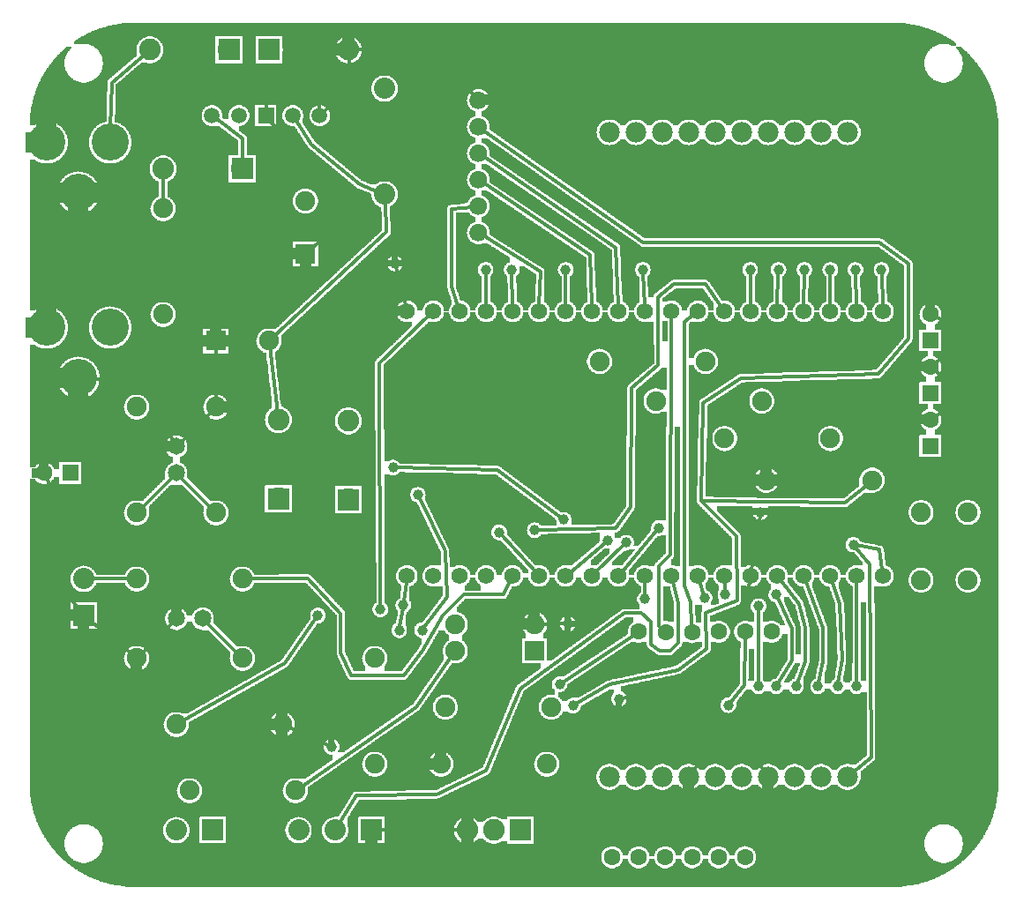
<source format=gbl>
G04 MADE WITH FRITZING*
G04 WWW.FRITZING.ORG*
G04 DOUBLE SIDED*
G04 HOLES PLATED*
G04 CONTOUR ON CENTER OF CONTOUR VECTOR*
%ASAXBY*%
%FSLAX23Y23*%
%MOIN*%
%OFA0B0*%
%SFA1.0B1.0*%
%ADD10C,0.075000*%
%ADD11C,0.039370*%
%ADD12C,0.080000*%
%ADD13C,0.062000*%
%ADD14C,0.063111*%
%ADD15C,0.082000*%
%ADD16C,0.065000*%
%ADD17C,0.065972*%
%ADD18C,0.059000*%
%ADD19C,0.140000*%
%ADD20C,0.062992*%
%ADD21C,0.078000*%
%ADD22R,0.082000X0.082000*%
%ADD23R,0.075000X0.075000*%
%ADD24R,0.080000X0.080000*%
%ADD25R,0.059889X0.059000*%
%ADD26R,0.062992X0.062992*%
%ADD27C,0.012000*%
%ADD28R,0.001000X0.001000*%
%LNCOPPER0*%
G90*
G70*
G54D10*
X1823Y2565D03*
X2254Y2105D03*
X2685Y2337D03*
X2388Y1751D03*
X360Y3191D03*
G54D11*
X2224Y1349D03*
X2418Y1396D03*
X2295Y1341D03*
X1366Y1089D03*
X2366Y1128D03*
X2043Y806D03*
X1815Y1380D03*
X3153Y1333D03*
X1413Y1624D03*
X2059Y1428D03*
X2681Y727D03*
X1507Y1522D03*
X1523Y1010D03*
X1948Y1388D03*
X1129Y1065D03*
X1452Y1105D03*
X2094Y724D03*
X1437Y1010D03*
X2802Y1456D03*
X2074Y1034D03*
X2267Y750D03*
X1181Y569D03*
X1421Y2396D03*
G54D12*
X1381Y3058D03*
X1381Y2658D03*
G54D13*
X1766Y2215D03*
X1866Y2215D03*
X1966Y2215D03*
X2066Y2215D03*
X2166Y2215D03*
X2266Y2215D03*
X2366Y2215D03*
X2466Y2215D03*
X2566Y2215D03*
X2666Y2215D03*
X2766Y2215D03*
X2866Y2215D03*
X2966Y2215D03*
X3066Y2215D03*
X3166Y2215D03*
X3266Y2215D03*
X1466Y2215D03*
X1566Y2215D03*
X1666Y2215D03*
X1765Y1215D03*
X1865Y1215D03*
X1965Y1215D03*
X2065Y1215D03*
X2165Y1215D03*
X2265Y1215D03*
X2365Y1215D03*
X2465Y1215D03*
X2565Y1215D03*
X2665Y1215D03*
X2765Y1215D03*
X2865Y1215D03*
X2965Y1215D03*
X3065Y1215D03*
X3165Y1215D03*
X3265Y1215D03*
X1466Y1215D03*
X1566Y1215D03*
X1666Y1215D03*
G54D14*
X2744Y152D03*
X2644Y152D03*
X2543Y152D03*
X2442Y152D03*
X2342Y152D03*
X2241Y152D03*
X2845Y1004D03*
X2744Y1004D03*
X2644Y1004D03*
X2543Y1003D03*
X2443Y1003D03*
X2342Y1004D03*
G54D15*
X1894Y254D03*
X1794Y254D03*
X1694Y254D03*
G54D10*
X1949Y932D03*
X1649Y932D03*
X1949Y1032D03*
X1649Y1032D03*
X3409Y1199D03*
X3409Y1455D03*
X3586Y1199D03*
X3586Y1455D03*
G54D12*
X1332Y254D03*
X1194Y254D03*
X1057Y254D03*
X244Y1066D03*
X244Y1204D03*
X732Y254D03*
X594Y254D03*
G54D16*
X594Y1054D03*
X694Y1054D03*
X594Y1704D03*
X594Y1604D03*
G54D17*
X1736Y2513D03*
X1736Y2613D03*
X1736Y2713D03*
X1736Y2813D03*
X1736Y2913D03*
X1736Y3013D03*
G54D10*
X744Y2104D03*
X944Y2104D03*
X1082Y2432D03*
X1082Y2632D03*
G54D18*
X729Y2955D03*
X831Y2955D03*
X933Y2955D03*
X1034Y2955D03*
X1136Y2955D03*
G54D19*
X344Y2154D03*
X104Y2154D03*
X224Y1964D03*
X344Y2854D03*
X104Y2854D03*
X224Y2664D03*
G54D15*
X946Y3204D03*
X1244Y3204D03*
X842Y2754D03*
X544Y2754D03*
X1244Y1504D03*
X1244Y1802D03*
X980Y1508D03*
X980Y1806D03*
X792Y3204D03*
X494Y3204D03*
G54D10*
X1044Y404D03*
X644Y404D03*
X444Y1204D03*
X844Y1204D03*
X844Y904D03*
X444Y904D03*
X744Y1454D03*
X744Y1854D03*
X444Y1854D03*
X444Y1454D03*
X994Y654D03*
X594Y654D03*
X2824Y1577D03*
X3224Y1577D03*
X2194Y2026D03*
X2594Y2026D03*
X2407Y1876D03*
X2807Y1876D03*
X2666Y1735D03*
X3066Y1735D03*
X1611Y719D03*
X2011Y719D03*
X1594Y504D03*
X1994Y504D03*
X1344Y904D03*
X1344Y504D03*
X544Y2604D03*
X544Y2204D03*
G54D20*
X3444Y2105D03*
X3444Y2204D03*
X3444Y1907D03*
X3444Y2005D03*
X3444Y1707D03*
X3444Y1805D03*
X193Y1604D03*
X94Y1604D03*
G54D21*
X3132Y2892D03*
X3032Y2892D03*
X2932Y2892D03*
X2832Y2892D03*
X2732Y2892D03*
X2632Y2892D03*
X2532Y2892D03*
X2432Y2892D03*
X2332Y2892D03*
X2232Y2892D03*
X3132Y2892D03*
X3032Y2892D03*
X2932Y2892D03*
X2832Y2892D03*
X2732Y2892D03*
X2632Y2892D03*
X2532Y2892D03*
X2432Y2892D03*
X2332Y2892D03*
X2232Y2892D03*
X3131Y455D03*
X3031Y455D03*
X2931Y455D03*
X2831Y455D03*
X2731Y455D03*
X2631Y455D03*
X2531Y455D03*
X2431Y455D03*
X2331Y455D03*
X2231Y455D03*
X3131Y455D03*
X3031Y455D03*
X2931Y455D03*
X2831Y455D03*
X2731Y455D03*
X2631Y455D03*
X2531Y455D03*
X2431Y455D03*
X2331Y455D03*
X2231Y455D03*
G54D11*
X1763Y2372D03*
X1862Y2372D03*
X2066Y2372D03*
X2358Y2372D03*
X2763Y2372D03*
X2870Y2372D03*
X2968Y2372D03*
X3066Y2372D03*
X3161Y2372D03*
X3259Y2372D03*
X2590Y1132D03*
X2795Y1101D03*
X2669Y1144D03*
X2862Y1144D03*
X2795Y798D03*
X2862Y798D03*
X2937Y798D03*
X3019Y798D03*
X3094Y798D03*
X3165Y798D03*
G54D22*
X1894Y254D03*
G54D23*
X1949Y932D03*
G54D24*
X1332Y254D03*
X244Y1066D03*
X732Y254D03*
G54D23*
X744Y2104D03*
X1082Y2432D03*
G54D25*
X933Y2955D03*
G54D22*
X945Y3204D03*
X843Y2754D03*
X1244Y1503D03*
X980Y1507D03*
X793Y3204D03*
G54D26*
X3444Y2105D03*
X3444Y1907D03*
X3444Y1707D03*
X193Y1604D03*
G54D27*
X421Y1204D02*
X270Y1204D01*
D02*
X1970Y2365D02*
X1966Y2238D01*
D02*
X1754Y2501D02*
X1970Y2365D01*
D02*
X2547Y2201D02*
X2514Y2176D01*
D02*
X2514Y2176D02*
X2514Y1180D01*
D02*
X2539Y1116D02*
X2542Y1028D01*
D02*
X2514Y1180D02*
X2539Y1116D01*
D02*
X1715Y2610D02*
X1633Y2602D01*
D02*
X1633Y2309D02*
X1658Y2237D01*
D02*
X1633Y2602D02*
X1633Y2309D01*
D02*
X2214Y1340D02*
X2083Y1230D01*
D02*
X2466Y2192D02*
X2460Y1294D01*
D02*
X2460Y1294D02*
X2418Y1252D01*
X2418Y1252D02*
X2418Y1024D01*
X2418Y1024D02*
X2424Y1019D01*
D02*
X2409Y1386D02*
X2280Y1233D01*
D02*
X2285Y1332D02*
X2182Y1231D01*
D02*
X1366Y1102D02*
X1362Y2020D01*
X1362Y2020D02*
X1549Y2199D01*
D02*
X544Y2727D02*
X544Y2627D01*
D02*
X2159Y2428D02*
X2165Y2238D01*
D02*
X1753Y2701D02*
X2159Y2428D01*
D02*
X2366Y1142D02*
X2365Y1192D01*
D02*
X2256Y2457D02*
X2265Y2238D01*
D02*
X1753Y2801D02*
X2256Y2457D01*
D02*
X2054Y813D02*
X2321Y990D01*
D02*
X846Y2868D02*
X843Y2780D01*
D02*
X748Y2941D02*
X846Y2868D01*
D02*
X350Y3080D02*
X346Y2909D01*
D02*
X474Y3186D02*
X350Y3080D01*
D02*
X828Y920D02*
X708Y1040D01*
D02*
X1680Y1144D02*
X1602Y1066D01*
D02*
X1830Y1144D02*
X1680Y1144D01*
D02*
X1855Y1194D02*
X1830Y1144D01*
D02*
X1602Y1066D02*
X1523Y931D01*
D02*
X1523Y931D02*
X1453Y838D01*
D02*
X1453Y838D02*
X1256Y838D01*
D02*
X1256Y838D02*
X1216Y924D01*
D02*
X1216Y924D02*
X1216Y1073D01*
D02*
X1216Y1073D02*
X1090Y1207D01*
D02*
X1090Y1207D02*
X867Y1204D01*
D02*
X608Y1590D02*
X728Y1470D01*
D02*
X461Y1470D02*
X581Y1590D01*
D02*
X1950Y1232D02*
X1824Y1370D01*
D02*
X3252Y1314D02*
X3262Y1238D01*
D02*
X3166Y1331D02*
X3252Y1314D01*
D02*
X1426Y1624D02*
X1807Y1616D01*
D02*
X1807Y1616D02*
X2048Y1436D01*
D02*
X2689Y737D02*
X2741Y801D01*
D02*
X2741Y801D02*
X2744Y978D01*
D02*
X1500Y719D02*
X1063Y417D01*
D02*
X1636Y913D02*
X1500Y719D01*
D02*
X1513Y1510D02*
X1610Y1309D01*
D02*
X1618Y1136D02*
X1531Y1021D01*
D02*
X1610Y1309D02*
X1618Y1136D01*
D02*
X947Y2081D02*
X977Y1832D01*
D02*
X1389Y2515D02*
X961Y2119D01*
D02*
X1383Y2632D02*
X1389Y2515D01*
D02*
X1048Y2935D02*
X1106Y2846D01*
D02*
X1287Y2695D02*
X1358Y2667D01*
D02*
X1106Y2846D02*
X1287Y2695D01*
D02*
X2492Y1112D02*
X2492Y963D01*
D02*
X2492Y963D02*
X2460Y931D01*
D02*
X2471Y1192D02*
X2492Y1112D01*
D02*
X2421Y931D02*
X2389Y955D01*
D02*
X2460Y931D02*
X2421Y931D01*
D02*
X2389Y1041D02*
X2350Y1074D01*
D02*
X2389Y955D02*
X2389Y1041D01*
D02*
X2350Y1074D02*
X2287Y1074D01*
D02*
X2287Y1074D02*
X1894Y790D01*
D02*
X1764Y478D02*
X1578Y389D01*
D02*
X1894Y790D02*
X1764Y478D01*
D02*
X1578Y389D02*
X1276Y385D01*
D02*
X1276Y385D02*
X1208Y275D01*
D02*
X2652Y2234D02*
X2593Y2318D01*
D02*
X2476Y2318D02*
X2413Y2270D01*
D02*
X2593Y2318D02*
X2476Y2318D01*
D02*
X2413Y2270D02*
X2416Y2011D01*
D02*
X2416Y2011D02*
X2314Y1925D01*
D02*
X2311Y1474D02*
X2256Y1396D01*
D02*
X2314Y1925D02*
X2311Y1474D01*
D02*
X2256Y1396D02*
X1962Y1389D01*
D02*
X1003Y884D02*
X615Y665D01*
D02*
X1122Y1054D02*
X1003Y884D01*
D02*
X1463Y1192D02*
X1454Y1118D01*
D02*
X2232Y805D02*
X2491Y860D01*
D02*
X2106Y731D02*
X2232Y805D01*
D02*
X2491Y860D02*
X2598Y939D01*
D02*
X2598Y939D02*
X2593Y1074D01*
D02*
X2593Y1074D02*
X2713Y1121D01*
D02*
X2713Y1121D02*
X2712Y1365D01*
D02*
X2712Y1365D02*
X2578Y1498D01*
D02*
X3122Y1491D02*
X3198Y1552D01*
D02*
X2578Y1498D02*
X3122Y1491D01*
D02*
X3198Y1552D02*
X3207Y1561D01*
D02*
X1439Y1024D02*
X1450Y1092D01*
D02*
X3252Y2476D02*
X3362Y2395D01*
D02*
X2359Y2476D02*
X3252Y2476D01*
D02*
X1753Y2900D02*
X2359Y2476D01*
D02*
X3362Y2112D02*
X3247Y1978D01*
D02*
X3247Y1978D02*
X2729Y1963D01*
D02*
X3362Y2395D02*
X3362Y2112D01*
D02*
X2586Y1869D02*
X2578Y1498D01*
D02*
X2729Y1963D02*
X2586Y1869D01*
D02*
X3463Y2194D02*
X3516Y2167D01*
D02*
X3516Y2167D02*
X3516Y2058D01*
D02*
X3516Y2058D02*
X3462Y2018D01*
D02*
X3462Y1817D02*
X3516Y1854D01*
D02*
X3516Y1854D02*
X3516Y1947D01*
D02*
X3516Y1947D02*
X3461Y1992D01*
D02*
X2769Y1238D02*
X2800Y1443D01*
D02*
X1972Y1032D02*
X2061Y1034D01*
D02*
X2595Y822D02*
X2696Y925D01*
D02*
X2280Y753D02*
X2595Y822D01*
D02*
X2740Y1093D02*
X2761Y1192D01*
D02*
X2696Y1038D02*
X2740Y1093D01*
D02*
X2696Y925D02*
X2696Y1038D01*
D02*
X1358Y254D02*
X1668Y254D01*
D02*
X1015Y644D02*
X1168Y575D01*
D02*
X461Y920D02*
X581Y1040D01*
D02*
X264Y1050D02*
X427Y918D01*
D02*
X162Y1466D02*
X169Y1167D01*
D02*
X104Y1584D02*
X162Y1466D01*
D02*
X169Y1167D02*
X229Y1086D01*
D02*
X585Y1721D02*
X459Y1947D01*
D02*
X459Y1947D02*
X280Y1960D01*
D02*
X728Y1837D02*
X608Y1717D01*
D02*
X744Y2081D02*
X744Y1877D01*
D02*
X1461Y2238D02*
X1424Y2383D01*
D02*
X1137Y3054D02*
X1099Y3105D01*
D02*
X1136Y2979D02*
X1137Y3054D01*
D02*
X1099Y3105D02*
X976Y3104D01*
D02*
X933Y3050D02*
X933Y2979D01*
D02*
X976Y3104D02*
X933Y3050D01*
D02*
X1209Y2641D02*
X1201Y2537D01*
D02*
X949Y2937D02*
X1209Y2641D01*
D02*
X1201Y2537D02*
X1100Y2448D01*
D02*
X1256Y3066D02*
X1154Y2971D01*
D02*
X1247Y3177D02*
X1256Y3066D01*
D02*
X1563Y3207D02*
X1271Y3204D01*
D02*
X1722Y3028D02*
X1563Y3207D01*
D02*
X1764Y2359D02*
X1765Y2238D01*
D02*
X1862Y2359D02*
X1865Y2238D01*
D02*
X2066Y2359D02*
X2066Y2238D01*
D02*
X2359Y2359D02*
X2365Y2238D01*
D02*
X2764Y2359D02*
X2765Y2238D01*
D02*
X2869Y2359D02*
X2866Y2238D01*
D02*
X2968Y2359D02*
X2966Y2238D01*
D02*
X3066Y2359D02*
X3066Y2238D01*
D02*
X3161Y2359D02*
X3165Y2238D01*
D02*
X3260Y2359D02*
X3265Y2238D01*
D02*
X2585Y1151D02*
X2574Y1187D01*
D02*
X2668Y1163D02*
X2667Y1186D01*
D02*
X2795Y811D02*
X2795Y1087D01*
D02*
X3216Y1258D02*
X3221Y530D01*
D02*
X3221Y530D02*
X3150Y471D01*
D02*
X3162Y1323D02*
X3216Y1258D01*
D02*
X2921Y1014D02*
X2867Y1132D01*
D02*
X2921Y896D02*
X2921Y1014D01*
D02*
X2869Y809D02*
X2921Y896D01*
D02*
X2972Y1018D02*
X2949Y1109D01*
D02*
X2972Y893D02*
X2972Y1018D01*
D02*
X2949Y1109D02*
X2880Y1197D01*
D02*
X2941Y810D02*
X2972Y893D01*
D02*
X3039Y893D02*
X3039Y1018D01*
D02*
X3022Y811D02*
X3039Y893D01*
D02*
X3039Y1018D02*
X2974Y1193D01*
D02*
X3102Y1109D02*
X3075Y1188D01*
D02*
X3110Y899D02*
X3102Y1109D01*
D02*
X3096Y811D02*
X3110Y899D01*
D02*
X2589Y530D02*
X2546Y475D01*
D02*
X2779Y530D02*
X2589Y530D01*
D02*
X2817Y475D02*
X2779Y530D01*
D02*
X3165Y817D02*
X3165Y1186D01*
G36*
X1748Y2772D02*
X1748Y2752D01*
X1754Y2752D01*
X1754Y2750D01*
X1758Y2750D01*
X1758Y2748D01*
X1760Y2748D01*
X1760Y2746D01*
X1764Y2746D01*
X1764Y2744D01*
X1766Y2744D01*
X1766Y2742D01*
X1768Y2742D01*
X1768Y2740D01*
X1770Y2740D01*
X1770Y2736D01*
X1772Y2736D01*
X1772Y2734D01*
X1774Y2734D01*
X1774Y2730D01*
X1776Y2730D01*
X1776Y2724D01*
X1778Y2724D01*
X1778Y2702D01*
X1782Y2702D01*
X1782Y2700D01*
X1784Y2700D01*
X1784Y2698D01*
X1786Y2698D01*
X1786Y2696D01*
X1790Y2696D01*
X1790Y2694D01*
X1792Y2694D01*
X1792Y2692D01*
X1796Y2692D01*
X1796Y2690D01*
X1798Y2690D01*
X1798Y2688D01*
X1802Y2688D01*
X1802Y2686D01*
X1804Y2686D01*
X1804Y2684D01*
X1808Y2684D01*
X1808Y2682D01*
X1810Y2682D01*
X1810Y2680D01*
X1814Y2680D01*
X1814Y2678D01*
X1816Y2678D01*
X1816Y2676D01*
X1820Y2676D01*
X1820Y2674D01*
X1822Y2674D01*
X1822Y2672D01*
X1826Y2672D01*
X1826Y2670D01*
X1828Y2670D01*
X1828Y2668D01*
X1832Y2668D01*
X1832Y2666D01*
X1834Y2666D01*
X1834Y2664D01*
X1838Y2664D01*
X1838Y2662D01*
X1840Y2662D01*
X1840Y2660D01*
X1844Y2660D01*
X1844Y2658D01*
X1846Y2658D01*
X1846Y2656D01*
X1850Y2656D01*
X1850Y2654D01*
X1852Y2654D01*
X1852Y2652D01*
X1856Y2652D01*
X1856Y2650D01*
X1858Y2650D01*
X1858Y2648D01*
X1862Y2648D01*
X1862Y2646D01*
X1864Y2646D01*
X1864Y2644D01*
X1868Y2644D01*
X1868Y2642D01*
X1870Y2642D01*
X1870Y2640D01*
X1874Y2640D01*
X1874Y2638D01*
X1876Y2638D01*
X1876Y2636D01*
X1880Y2636D01*
X1880Y2634D01*
X1882Y2634D01*
X1882Y2632D01*
X1886Y2632D01*
X1886Y2630D01*
X1888Y2630D01*
X1888Y2628D01*
X1892Y2628D01*
X1892Y2626D01*
X1894Y2626D01*
X1894Y2624D01*
X1896Y2624D01*
X1896Y2622D01*
X1900Y2622D01*
X1900Y2620D01*
X1902Y2620D01*
X1902Y2618D01*
X1906Y2618D01*
X1906Y2616D01*
X1908Y2616D01*
X1908Y2614D01*
X1912Y2614D01*
X1912Y2612D01*
X1914Y2612D01*
X1914Y2610D01*
X1918Y2610D01*
X1918Y2608D01*
X1920Y2608D01*
X1920Y2606D01*
X1924Y2606D01*
X1924Y2604D01*
X1926Y2604D01*
X1926Y2602D01*
X1930Y2602D01*
X1930Y2600D01*
X1932Y2600D01*
X1932Y2598D01*
X1936Y2598D01*
X1936Y2596D01*
X1938Y2596D01*
X1938Y2594D01*
X1942Y2594D01*
X1942Y2592D01*
X1944Y2592D01*
X1944Y2590D01*
X1948Y2590D01*
X1948Y2588D01*
X1950Y2588D01*
X1950Y2586D01*
X1954Y2586D01*
X1954Y2584D01*
X1956Y2584D01*
X1956Y2582D01*
X1960Y2582D01*
X1960Y2580D01*
X1962Y2580D01*
X1962Y2578D01*
X1966Y2578D01*
X1966Y2576D01*
X1968Y2576D01*
X1968Y2574D01*
X1972Y2574D01*
X1972Y2572D01*
X1974Y2572D01*
X1974Y2570D01*
X1978Y2570D01*
X1978Y2568D01*
X1980Y2568D01*
X1980Y2566D01*
X1984Y2566D01*
X1984Y2564D01*
X1986Y2564D01*
X1986Y2562D01*
X1990Y2562D01*
X1990Y2560D01*
X1992Y2560D01*
X1992Y2558D01*
X1996Y2558D01*
X1996Y2556D01*
X1998Y2556D01*
X1998Y2554D01*
X2000Y2554D01*
X2000Y2552D01*
X2004Y2552D01*
X2004Y2550D01*
X2006Y2550D01*
X2006Y2548D01*
X2010Y2548D01*
X2010Y2546D01*
X2012Y2546D01*
X2012Y2544D01*
X2016Y2544D01*
X2016Y2542D01*
X2018Y2542D01*
X2018Y2540D01*
X2022Y2540D01*
X2022Y2538D01*
X2024Y2538D01*
X2024Y2536D01*
X2028Y2536D01*
X2028Y2534D01*
X2030Y2534D01*
X2030Y2532D01*
X2034Y2532D01*
X2034Y2530D01*
X2036Y2530D01*
X2036Y2528D01*
X2040Y2528D01*
X2040Y2526D01*
X2042Y2526D01*
X2042Y2524D01*
X2046Y2524D01*
X2046Y2522D01*
X2048Y2522D01*
X2048Y2520D01*
X2052Y2520D01*
X2052Y2518D01*
X2054Y2518D01*
X2054Y2516D01*
X2058Y2516D01*
X2058Y2514D01*
X2060Y2514D01*
X2060Y2512D01*
X2064Y2512D01*
X2064Y2510D01*
X2066Y2510D01*
X2066Y2508D01*
X2070Y2508D01*
X2070Y2506D01*
X2072Y2506D01*
X2072Y2504D01*
X2076Y2504D01*
X2076Y2502D01*
X2078Y2502D01*
X2078Y2500D01*
X2082Y2500D01*
X2082Y2498D01*
X2084Y2498D01*
X2084Y2496D01*
X2088Y2496D01*
X2088Y2494D01*
X2090Y2494D01*
X2090Y2492D01*
X2094Y2492D01*
X2094Y2490D01*
X2096Y2490D01*
X2096Y2488D01*
X2100Y2488D01*
X2100Y2486D01*
X2102Y2486D01*
X2102Y2484D01*
X2104Y2484D01*
X2104Y2482D01*
X2108Y2482D01*
X2108Y2480D01*
X2110Y2480D01*
X2110Y2478D01*
X2114Y2478D01*
X2114Y2476D01*
X2116Y2476D01*
X2116Y2474D01*
X2120Y2474D01*
X2120Y2472D01*
X2122Y2472D01*
X2122Y2470D01*
X2126Y2470D01*
X2126Y2468D01*
X2128Y2468D01*
X2128Y2466D01*
X2132Y2466D01*
X2132Y2464D01*
X2134Y2464D01*
X2134Y2462D01*
X2138Y2462D01*
X2138Y2460D01*
X2140Y2460D01*
X2140Y2458D01*
X2144Y2458D01*
X2144Y2456D01*
X2146Y2456D01*
X2146Y2454D01*
X2150Y2454D01*
X2150Y2452D01*
X2152Y2452D01*
X2152Y2450D01*
X2156Y2450D01*
X2156Y2448D01*
X2158Y2448D01*
X2158Y2446D01*
X2162Y2446D01*
X2162Y2444D01*
X2164Y2444D01*
X2164Y2442D01*
X2168Y2442D01*
X2168Y2440D01*
X2170Y2440D01*
X2170Y2438D01*
X2172Y2438D01*
X2172Y2436D01*
X2174Y2436D01*
X2174Y2430D01*
X2176Y2430D01*
X2176Y2370D01*
X2178Y2370D01*
X2178Y2304D01*
X2180Y2304D01*
X2180Y2252D01*
X2184Y2252D01*
X2184Y2250D01*
X2188Y2250D01*
X2188Y2248D01*
X2190Y2248D01*
X2190Y2246D01*
X2192Y2246D01*
X2192Y2244D01*
X2196Y2244D01*
X2196Y2240D01*
X2198Y2240D01*
X2198Y2238D01*
X2200Y2238D01*
X2200Y2234D01*
X2202Y2234D01*
X2202Y2232D01*
X2204Y2232D01*
X2204Y2226D01*
X2206Y2226D01*
X2206Y2218D01*
X2226Y2218D01*
X2226Y2228D01*
X2228Y2228D01*
X2228Y2232D01*
X2230Y2232D01*
X2230Y2236D01*
X2232Y2236D01*
X2232Y2238D01*
X2234Y2238D01*
X2234Y2242D01*
X2236Y2242D01*
X2236Y2244D01*
X2238Y2244D01*
X2238Y2246D01*
X2240Y2246D01*
X2240Y2248D01*
X2244Y2248D01*
X2244Y2250D01*
X2248Y2250D01*
X2248Y2278D01*
X2246Y2278D01*
X2246Y2326D01*
X2244Y2326D01*
X2244Y2374D01*
X2242Y2374D01*
X2242Y2422D01*
X2240Y2422D01*
X2240Y2448D01*
X2238Y2448D01*
X2238Y2450D01*
X2236Y2450D01*
X2236Y2452D01*
X2232Y2452D01*
X2232Y2454D01*
X2230Y2454D01*
X2230Y2456D01*
X2226Y2456D01*
X2226Y2458D01*
X2224Y2458D01*
X2224Y2460D01*
X2222Y2460D01*
X2222Y2462D01*
X2218Y2462D01*
X2218Y2464D01*
X2216Y2464D01*
X2216Y2466D01*
X2212Y2466D01*
X2212Y2468D01*
X2210Y2468D01*
X2210Y2470D01*
X2206Y2470D01*
X2206Y2472D01*
X2204Y2472D01*
X2204Y2474D01*
X2200Y2474D01*
X2200Y2476D01*
X2198Y2476D01*
X2198Y2478D01*
X2194Y2478D01*
X2194Y2480D01*
X2192Y2480D01*
X2192Y2482D01*
X2188Y2482D01*
X2188Y2484D01*
X2186Y2484D01*
X2186Y2486D01*
X2184Y2486D01*
X2184Y2488D01*
X2180Y2488D01*
X2180Y2490D01*
X2178Y2490D01*
X2178Y2492D01*
X2174Y2492D01*
X2174Y2494D01*
X2172Y2494D01*
X2172Y2496D01*
X2168Y2496D01*
X2168Y2498D01*
X2166Y2498D01*
X2166Y2500D01*
X2162Y2500D01*
X2162Y2502D01*
X2160Y2502D01*
X2160Y2504D01*
X2156Y2504D01*
X2156Y2506D01*
X2154Y2506D01*
X2154Y2508D01*
X2150Y2508D01*
X2150Y2510D01*
X2148Y2510D01*
X2148Y2512D01*
X2146Y2512D01*
X2146Y2514D01*
X2142Y2514D01*
X2142Y2516D01*
X2140Y2516D01*
X2140Y2518D01*
X2136Y2518D01*
X2136Y2520D01*
X2134Y2520D01*
X2134Y2522D01*
X2130Y2522D01*
X2130Y2524D01*
X2128Y2524D01*
X2128Y2526D01*
X2124Y2526D01*
X2124Y2528D01*
X2122Y2528D01*
X2122Y2530D01*
X2118Y2530D01*
X2118Y2532D01*
X2116Y2532D01*
X2116Y2534D01*
X2112Y2534D01*
X2112Y2536D01*
X2110Y2536D01*
X2110Y2538D01*
X2108Y2538D01*
X2108Y2540D01*
X2104Y2540D01*
X2104Y2542D01*
X2102Y2542D01*
X2102Y2544D01*
X2098Y2544D01*
X2098Y2546D01*
X2096Y2546D01*
X2096Y2548D01*
X2092Y2548D01*
X2092Y2550D01*
X2090Y2550D01*
X2090Y2552D01*
X2086Y2552D01*
X2086Y2554D01*
X2084Y2554D01*
X2084Y2556D01*
X2080Y2556D01*
X2080Y2558D01*
X2078Y2558D01*
X2078Y2560D01*
X2074Y2560D01*
X2074Y2562D01*
X2072Y2562D01*
X2072Y2564D01*
X2068Y2564D01*
X2068Y2566D01*
X2066Y2566D01*
X2066Y2568D01*
X2064Y2568D01*
X2064Y2570D01*
X2060Y2570D01*
X2060Y2572D01*
X2058Y2572D01*
X2058Y2574D01*
X2054Y2574D01*
X2054Y2576D01*
X2052Y2576D01*
X2052Y2578D01*
X2048Y2578D01*
X2048Y2580D01*
X2046Y2580D01*
X2046Y2582D01*
X2042Y2582D01*
X2042Y2584D01*
X2040Y2584D01*
X2040Y2586D01*
X2036Y2586D01*
X2036Y2588D01*
X2034Y2588D01*
X2034Y2590D01*
X2030Y2590D01*
X2030Y2592D01*
X2028Y2592D01*
X2028Y2594D01*
X2026Y2594D01*
X2026Y2596D01*
X2022Y2596D01*
X2022Y2598D01*
X2020Y2598D01*
X2020Y2600D01*
X2016Y2600D01*
X2016Y2602D01*
X2014Y2602D01*
X2014Y2604D01*
X2010Y2604D01*
X2010Y2606D01*
X2008Y2606D01*
X2008Y2608D01*
X2004Y2608D01*
X2004Y2610D01*
X2002Y2610D01*
X2002Y2612D01*
X1998Y2612D01*
X1998Y2614D01*
X1996Y2614D01*
X1996Y2616D01*
X1992Y2616D01*
X1992Y2618D01*
X1990Y2618D01*
X1990Y2620D01*
X1988Y2620D01*
X1988Y2622D01*
X1984Y2622D01*
X1984Y2624D01*
X1982Y2624D01*
X1982Y2626D01*
X1978Y2626D01*
X1978Y2628D01*
X1976Y2628D01*
X1976Y2630D01*
X1972Y2630D01*
X1972Y2632D01*
X1970Y2632D01*
X1970Y2634D01*
X1966Y2634D01*
X1966Y2636D01*
X1964Y2636D01*
X1964Y2638D01*
X1960Y2638D01*
X1960Y2640D01*
X1958Y2640D01*
X1958Y2642D01*
X1954Y2642D01*
X1954Y2644D01*
X1952Y2644D01*
X1952Y2646D01*
X1950Y2646D01*
X1950Y2648D01*
X1946Y2648D01*
X1946Y2650D01*
X1944Y2650D01*
X1944Y2652D01*
X1940Y2652D01*
X1940Y2654D01*
X1938Y2654D01*
X1938Y2656D01*
X1934Y2656D01*
X1934Y2658D01*
X1932Y2658D01*
X1932Y2660D01*
X1928Y2660D01*
X1928Y2662D01*
X1926Y2662D01*
X1926Y2664D01*
X1922Y2664D01*
X1922Y2666D01*
X1920Y2666D01*
X1920Y2668D01*
X1916Y2668D01*
X1916Y2670D01*
X1914Y2670D01*
X1914Y2672D01*
X1912Y2672D01*
X1912Y2674D01*
X1908Y2674D01*
X1908Y2676D01*
X1906Y2676D01*
X1906Y2678D01*
X1902Y2678D01*
X1902Y2680D01*
X1900Y2680D01*
X1900Y2682D01*
X1896Y2682D01*
X1896Y2684D01*
X1894Y2684D01*
X1894Y2686D01*
X1890Y2686D01*
X1890Y2688D01*
X1888Y2688D01*
X1888Y2690D01*
X1884Y2690D01*
X1884Y2692D01*
X1882Y2692D01*
X1882Y2694D01*
X1878Y2694D01*
X1878Y2696D01*
X1876Y2696D01*
X1876Y2698D01*
X1872Y2698D01*
X1872Y2700D01*
X1870Y2700D01*
X1870Y2702D01*
X1868Y2702D01*
X1868Y2704D01*
X1864Y2704D01*
X1864Y2706D01*
X1862Y2706D01*
X1862Y2708D01*
X1858Y2708D01*
X1858Y2710D01*
X1856Y2710D01*
X1856Y2712D01*
X1852Y2712D01*
X1852Y2714D01*
X1850Y2714D01*
X1850Y2716D01*
X1846Y2716D01*
X1846Y2718D01*
X1844Y2718D01*
X1844Y2720D01*
X1840Y2720D01*
X1840Y2722D01*
X1838Y2722D01*
X1838Y2724D01*
X1834Y2724D01*
X1834Y2726D01*
X1832Y2726D01*
X1832Y2728D01*
X1830Y2728D01*
X1830Y2730D01*
X1826Y2730D01*
X1826Y2732D01*
X1824Y2732D01*
X1824Y2734D01*
X1820Y2734D01*
X1820Y2736D01*
X1818Y2736D01*
X1818Y2738D01*
X1814Y2738D01*
X1814Y2740D01*
X1812Y2740D01*
X1812Y2742D01*
X1808Y2742D01*
X1808Y2744D01*
X1806Y2744D01*
X1806Y2746D01*
X1802Y2746D01*
X1802Y2748D01*
X1800Y2748D01*
X1800Y2750D01*
X1796Y2750D01*
X1796Y2752D01*
X1794Y2752D01*
X1794Y2754D01*
X1792Y2754D01*
X1792Y2756D01*
X1788Y2756D01*
X1788Y2758D01*
X1786Y2758D01*
X1786Y2760D01*
X1782Y2760D01*
X1782Y2762D01*
X1780Y2762D01*
X1780Y2764D01*
X1776Y2764D01*
X1776Y2766D01*
X1774Y2766D01*
X1774Y2768D01*
X1770Y2768D01*
X1770Y2770D01*
X1768Y2770D01*
X1768Y2772D01*
X1748Y2772D01*
G37*
D02*
G36*
X1748Y2672D02*
X1748Y2652D01*
X1754Y2652D01*
X1754Y2650D01*
X1758Y2650D01*
X1758Y2648D01*
X1760Y2648D01*
X1760Y2646D01*
X1764Y2646D01*
X1764Y2644D01*
X1766Y2644D01*
X1766Y2642D01*
X1768Y2642D01*
X1768Y2640D01*
X1770Y2640D01*
X1770Y2636D01*
X1772Y2636D01*
X1772Y2634D01*
X1774Y2634D01*
X1774Y2630D01*
X1776Y2630D01*
X1776Y2624D01*
X1778Y2624D01*
X1778Y2600D01*
X1776Y2600D01*
X1776Y2594D01*
X1774Y2594D01*
X1774Y2592D01*
X1772Y2592D01*
X1772Y2588D01*
X1770Y2588D01*
X1770Y2586D01*
X1768Y2586D01*
X1768Y2582D01*
X1766Y2582D01*
X1766Y2580D01*
X1762Y2580D01*
X1762Y2578D01*
X1760Y2578D01*
X1760Y2576D01*
X1756Y2576D01*
X1756Y2574D01*
X1754Y2574D01*
X1754Y2572D01*
X1748Y2572D01*
X1748Y2552D01*
X1754Y2552D01*
X1754Y2550D01*
X1758Y2550D01*
X1758Y2548D01*
X1760Y2548D01*
X1760Y2546D01*
X1764Y2546D01*
X1764Y2544D01*
X1766Y2544D01*
X1766Y2542D01*
X1768Y2542D01*
X1768Y2540D01*
X1770Y2540D01*
X1770Y2536D01*
X1772Y2536D01*
X1772Y2534D01*
X1774Y2534D01*
X1774Y2530D01*
X1776Y2530D01*
X1776Y2524D01*
X1778Y2524D01*
X1778Y2504D01*
X1780Y2504D01*
X1780Y2502D01*
X1784Y2502D01*
X1784Y2500D01*
X1786Y2500D01*
X1786Y2498D01*
X1790Y2498D01*
X1790Y2496D01*
X1794Y2496D01*
X1794Y2494D01*
X1796Y2494D01*
X1796Y2492D01*
X1800Y2492D01*
X1800Y2490D01*
X1802Y2490D01*
X1802Y2488D01*
X1806Y2488D01*
X1806Y2486D01*
X1808Y2486D01*
X1808Y2484D01*
X1812Y2484D01*
X1812Y2482D01*
X1816Y2482D01*
X1816Y2480D01*
X1818Y2480D01*
X1818Y2478D01*
X1822Y2478D01*
X1822Y2476D01*
X1824Y2476D01*
X1824Y2474D01*
X1828Y2474D01*
X1828Y2472D01*
X1832Y2472D01*
X1832Y2470D01*
X1834Y2470D01*
X1834Y2468D01*
X1838Y2468D01*
X1838Y2466D01*
X1840Y2466D01*
X1840Y2464D01*
X1844Y2464D01*
X1844Y2462D01*
X1846Y2462D01*
X1846Y2460D01*
X1850Y2460D01*
X1850Y2458D01*
X1854Y2458D01*
X1854Y2456D01*
X1856Y2456D01*
X1856Y2454D01*
X1860Y2454D01*
X1860Y2452D01*
X1862Y2452D01*
X1862Y2450D01*
X1866Y2450D01*
X1866Y2448D01*
X1870Y2448D01*
X1870Y2446D01*
X1872Y2446D01*
X1872Y2444D01*
X1876Y2444D01*
X1876Y2442D01*
X1878Y2442D01*
X1878Y2440D01*
X1882Y2440D01*
X1882Y2438D01*
X1886Y2438D01*
X1886Y2436D01*
X1888Y2436D01*
X1888Y2434D01*
X1892Y2434D01*
X1892Y2432D01*
X1894Y2432D01*
X1894Y2430D01*
X1898Y2430D01*
X1898Y2428D01*
X1900Y2428D01*
X1900Y2426D01*
X1904Y2426D01*
X1904Y2424D01*
X1908Y2424D01*
X1908Y2422D01*
X1910Y2422D01*
X1910Y2420D01*
X1914Y2420D01*
X1914Y2418D01*
X1916Y2418D01*
X1916Y2416D01*
X1920Y2416D01*
X1920Y2414D01*
X1924Y2414D01*
X1924Y2412D01*
X1926Y2412D01*
X1926Y2410D01*
X1930Y2410D01*
X1930Y2408D01*
X1932Y2408D01*
X1932Y2406D01*
X1936Y2406D01*
X1936Y2404D01*
X1938Y2404D01*
X1938Y2402D01*
X2072Y2402D01*
X2072Y2400D01*
X2078Y2400D01*
X2078Y2398D01*
X2082Y2398D01*
X2082Y2396D01*
X2086Y2396D01*
X2086Y2394D01*
X2088Y2394D01*
X2088Y2392D01*
X2090Y2392D01*
X2090Y2388D01*
X2092Y2388D01*
X2092Y2386D01*
X2094Y2386D01*
X2094Y2380D01*
X2096Y2380D01*
X2096Y2364D01*
X2094Y2364D01*
X2094Y2358D01*
X2092Y2358D01*
X2092Y2356D01*
X2090Y2356D01*
X2090Y2352D01*
X2088Y2352D01*
X2088Y2350D01*
X2084Y2350D01*
X2084Y2348D01*
X2082Y2348D01*
X2082Y2252D01*
X2084Y2252D01*
X2084Y2250D01*
X2088Y2250D01*
X2088Y2248D01*
X2090Y2248D01*
X2090Y2246D01*
X2092Y2246D01*
X2092Y2244D01*
X2096Y2244D01*
X2096Y2240D01*
X2098Y2240D01*
X2098Y2238D01*
X2100Y2238D01*
X2100Y2234D01*
X2102Y2234D01*
X2102Y2232D01*
X2104Y2232D01*
X2104Y2226D01*
X2106Y2226D01*
X2106Y2218D01*
X2126Y2218D01*
X2126Y2228D01*
X2128Y2228D01*
X2128Y2232D01*
X2130Y2232D01*
X2130Y2236D01*
X2132Y2236D01*
X2132Y2238D01*
X2134Y2238D01*
X2134Y2242D01*
X2136Y2242D01*
X2136Y2244D01*
X2138Y2244D01*
X2138Y2246D01*
X2140Y2246D01*
X2140Y2248D01*
X2144Y2248D01*
X2144Y2250D01*
X2148Y2250D01*
X2148Y2304D01*
X2146Y2304D01*
X2146Y2370D01*
X2144Y2370D01*
X2144Y2418D01*
X2142Y2418D01*
X2142Y2420D01*
X2140Y2420D01*
X2140Y2422D01*
X2136Y2422D01*
X2136Y2424D01*
X2134Y2424D01*
X2134Y2426D01*
X2130Y2426D01*
X2130Y2428D01*
X2128Y2428D01*
X2128Y2430D01*
X2124Y2430D01*
X2124Y2432D01*
X2122Y2432D01*
X2122Y2434D01*
X2120Y2434D01*
X2120Y2436D01*
X2116Y2436D01*
X2116Y2438D01*
X2114Y2438D01*
X2114Y2440D01*
X2110Y2440D01*
X2110Y2442D01*
X2108Y2442D01*
X2108Y2444D01*
X2104Y2444D01*
X2104Y2446D01*
X2102Y2446D01*
X2102Y2448D01*
X2098Y2448D01*
X2098Y2450D01*
X2096Y2450D01*
X2096Y2452D01*
X2092Y2452D01*
X2092Y2454D01*
X2090Y2454D01*
X2090Y2456D01*
X2086Y2456D01*
X2086Y2458D01*
X2084Y2458D01*
X2084Y2460D01*
X2080Y2460D01*
X2080Y2462D01*
X2078Y2462D01*
X2078Y2464D01*
X2074Y2464D01*
X2074Y2466D01*
X2072Y2466D01*
X2072Y2468D01*
X2068Y2468D01*
X2068Y2470D01*
X2066Y2470D01*
X2066Y2472D01*
X2062Y2472D01*
X2062Y2474D01*
X2060Y2474D01*
X2060Y2476D01*
X2056Y2476D01*
X2056Y2478D01*
X2054Y2478D01*
X2054Y2480D01*
X2050Y2480D01*
X2050Y2482D01*
X2048Y2482D01*
X2048Y2484D01*
X2044Y2484D01*
X2044Y2486D01*
X2042Y2486D01*
X2042Y2488D01*
X2038Y2488D01*
X2038Y2490D01*
X2036Y2490D01*
X2036Y2492D01*
X2032Y2492D01*
X2032Y2494D01*
X2030Y2494D01*
X2030Y2496D01*
X2026Y2496D01*
X2026Y2498D01*
X2024Y2498D01*
X2024Y2500D01*
X2020Y2500D01*
X2020Y2502D01*
X2018Y2502D01*
X2018Y2504D01*
X2014Y2504D01*
X2014Y2506D01*
X2012Y2506D01*
X2012Y2508D01*
X2010Y2508D01*
X2010Y2510D01*
X2006Y2510D01*
X2006Y2512D01*
X2004Y2512D01*
X2004Y2514D01*
X2000Y2514D01*
X2000Y2516D01*
X1998Y2516D01*
X1998Y2518D01*
X1994Y2518D01*
X1994Y2520D01*
X1992Y2520D01*
X1992Y2522D01*
X1988Y2522D01*
X1988Y2524D01*
X1986Y2524D01*
X1986Y2526D01*
X1982Y2526D01*
X1982Y2528D01*
X1980Y2528D01*
X1980Y2530D01*
X1976Y2530D01*
X1976Y2532D01*
X1974Y2532D01*
X1974Y2534D01*
X1970Y2534D01*
X1970Y2536D01*
X1968Y2536D01*
X1968Y2538D01*
X1964Y2538D01*
X1964Y2540D01*
X1962Y2540D01*
X1962Y2542D01*
X1958Y2542D01*
X1958Y2544D01*
X1956Y2544D01*
X1956Y2546D01*
X1952Y2546D01*
X1952Y2548D01*
X1950Y2548D01*
X1950Y2550D01*
X1946Y2550D01*
X1946Y2552D01*
X1944Y2552D01*
X1944Y2554D01*
X1940Y2554D01*
X1940Y2556D01*
X1938Y2556D01*
X1938Y2558D01*
X1934Y2558D01*
X1934Y2560D01*
X1932Y2560D01*
X1932Y2562D01*
X1928Y2562D01*
X1928Y2564D01*
X1926Y2564D01*
X1926Y2566D01*
X1922Y2566D01*
X1922Y2568D01*
X1920Y2568D01*
X1920Y2570D01*
X1916Y2570D01*
X1916Y2572D01*
X1914Y2572D01*
X1914Y2574D01*
X1910Y2574D01*
X1910Y2576D01*
X1908Y2576D01*
X1908Y2578D01*
X1906Y2578D01*
X1906Y2580D01*
X1902Y2580D01*
X1902Y2582D01*
X1900Y2582D01*
X1900Y2584D01*
X1896Y2584D01*
X1896Y2586D01*
X1894Y2586D01*
X1894Y2588D01*
X1890Y2588D01*
X1890Y2590D01*
X1888Y2590D01*
X1888Y2592D01*
X1884Y2592D01*
X1884Y2594D01*
X1882Y2594D01*
X1882Y2596D01*
X1878Y2596D01*
X1878Y2598D01*
X1876Y2598D01*
X1876Y2600D01*
X1872Y2600D01*
X1872Y2602D01*
X1870Y2602D01*
X1870Y2604D01*
X1866Y2604D01*
X1866Y2606D01*
X1864Y2606D01*
X1864Y2608D01*
X1860Y2608D01*
X1860Y2610D01*
X1858Y2610D01*
X1858Y2612D01*
X1854Y2612D01*
X1854Y2614D01*
X1852Y2614D01*
X1852Y2616D01*
X1848Y2616D01*
X1848Y2618D01*
X1846Y2618D01*
X1846Y2620D01*
X1842Y2620D01*
X1842Y2622D01*
X1840Y2622D01*
X1840Y2624D01*
X1836Y2624D01*
X1836Y2626D01*
X1834Y2626D01*
X1834Y2628D01*
X1830Y2628D01*
X1830Y2630D01*
X1828Y2630D01*
X1828Y2632D01*
X1824Y2632D01*
X1824Y2634D01*
X1822Y2634D01*
X1822Y2636D01*
X1818Y2636D01*
X1818Y2638D01*
X1816Y2638D01*
X1816Y2640D01*
X1812Y2640D01*
X1812Y2642D01*
X1810Y2642D01*
X1810Y2644D01*
X1806Y2644D01*
X1806Y2646D01*
X1804Y2646D01*
X1804Y2648D01*
X1800Y2648D01*
X1800Y2650D01*
X1798Y2650D01*
X1798Y2652D01*
X1796Y2652D01*
X1796Y2654D01*
X1792Y2654D01*
X1792Y2656D01*
X1790Y2656D01*
X1790Y2658D01*
X1786Y2658D01*
X1786Y2660D01*
X1784Y2660D01*
X1784Y2662D01*
X1780Y2662D01*
X1780Y2664D01*
X1778Y2664D01*
X1778Y2666D01*
X1774Y2666D01*
X1774Y2668D01*
X1772Y2668D01*
X1772Y2670D01*
X1768Y2670D01*
X1768Y2672D01*
X1748Y2672D01*
G37*
D02*
G36*
X1942Y2402D02*
X1942Y2400D01*
X1946Y2400D01*
X1946Y2398D01*
X1948Y2398D01*
X1948Y2396D01*
X1952Y2396D01*
X1952Y2394D01*
X1954Y2394D01*
X1954Y2392D01*
X1958Y2392D01*
X1958Y2390D01*
X1962Y2390D01*
X1962Y2388D01*
X1964Y2388D01*
X1964Y2386D01*
X1968Y2386D01*
X1968Y2384D01*
X1970Y2384D01*
X1970Y2382D01*
X1974Y2382D01*
X1974Y2380D01*
X1976Y2380D01*
X1976Y2378D01*
X1980Y2378D01*
X1980Y2376D01*
X1982Y2376D01*
X1982Y2374D01*
X1984Y2374D01*
X1984Y2370D01*
X1986Y2370D01*
X1986Y2320D01*
X1984Y2320D01*
X1984Y2250D01*
X1988Y2250D01*
X1988Y2248D01*
X1990Y2248D01*
X1990Y2246D01*
X1992Y2246D01*
X1992Y2244D01*
X1996Y2244D01*
X1996Y2240D01*
X1998Y2240D01*
X1998Y2238D01*
X2000Y2238D01*
X2000Y2234D01*
X2002Y2234D01*
X2002Y2232D01*
X2004Y2232D01*
X2004Y2226D01*
X2006Y2226D01*
X2006Y2218D01*
X2026Y2218D01*
X2026Y2228D01*
X2028Y2228D01*
X2028Y2232D01*
X2030Y2232D01*
X2030Y2236D01*
X2032Y2236D01*
X2032Y2238D01*
X2034Y2238D01*
X2034Y2242D01*
X2036Y2242D01*
X2036Y2244D01*
X2038Y2244D01*
X2038Y2246D01*
X2040Y2246D01*
X2040Y2248D01*
X2044Y2248D01*
X2044Y2250D01*
X2048Y2250D01*
X2048Y2252D01*
X2050Y2252D01*
X2050Y2348D01*
X2048Y2348D01*
X2048Y2350D01*
X2046Y2350D01*
X2046Y2352D01*
X2044Y2352D01*
X2044Y2354D01*
X2042Y2354D01*
X2042Y2358D01*
X2040Y2358D01*
X2040Y2360D01*
X2038Y2360D01*
X2038Y2370D01*
X2036Y2370D01*
X2036Y2374D01*
X2038Y2374D01*
X2038Y2384D01*
X2040Y2384D01*
X2040Y2386D01*
X2042Y2386D01*
X2042Y2390D01*
X2044Y2390D01*
X2044Y2392D01*
X2046Y2392D01*
X2046Y2394D01*
X2048Y2394D01*
X2048Y2396D01*
X2050Y2396D01*
X2050Y2398D01*
X2054Y2398D01*
X2054Y2400D01*
X2060Y2400D01*
X2060Y2402D01*
X1942Y2402D01*
G37*
D02*
G36*
X1670Y2590D02*
X1670Y2588D01*
X1650Y2588D01*
X1650Y2470D01*
X1724Y2470D01*
X1724Y2472D01*
X1718Y2472D01*
X1718Y2474D01*
X1714Y2474D01*
X1714Y2476D01*
X1712Y2476D01*
X1712Y2478D01*
X1708Y2478D01*
X1708Y2480D01*
X1706Y2480D01*
X1706Y2482D01*
X1704Y2482D01*
X1704Y2484D01*
X1702Y2484D01*
X1702Y2488D01*
X1700Y2488D01*
X1700Y2490D01*
X1698Y2490D01*
X1698Y2494D01*
X1696Y2494D01*
X1696Y2500D01*
X1694Y2500D01*
X1694Y2508D01*
X1692Y2508D01*
X1692Y2516D01*
X1694Y2516D01*
X1694Y2524D01*
X1696Y2524D01*
X1696Y2530D01*
X1698Y2530D01*
X1698Y2534D01*
X1700Y2534D01*
X1700Y2538D01*
X1702Y2538D01*
X1702Y2540D01*
X1704Y2540D01*
X1704Y2542D01*
X1706Y2542D01*
X1706Y2544D01*
X1708Y2544D01*
X1708Y2546D01*
X1710Y2546D01*
X1710Y2548D01*
X1714Y2548D01*
X1714Y2550D01*
X1718Y2550D01*
X1718Y2552D01*
X1724Y2552D01*
X1724Y2572D01*
X1718Y2572D01*
X1718Y2574D01*
X1714Y2574D01*
X1714Y2576D01*
X1712Y2576D01*
X1712Y2578D01*
X1708Y2578D01*
X1708Y2580D01*
X1706Y2580D01*
X1706Y2582D01*
X1704Y2582D01*
X1704Y2584D01*
X1702Y2584D01*
X1702Y2588D01*
X1700Y2588D01*
X1700Y2590D01*
X1670Y2590D01*
G37*
D02*
G36*
X1748Y2472D02*
X1748Y2470D01*
X1772Y2470D01*
X1772Y2472D01*
X1748Y2472D01*
G37*
D02*
G36*
X1650Y2470D02*
X1650Y2468D01*
X1774Y2468D01*
X1774Y2470D01*
X1650Y2470D01*
G37*
D02*
G36*
X1650Y2470D02*
X1650Y2468D01*
X1774Y2468D01*
X1774Y2470D01*
X1650Y2470D01*
G37*
D02*
G36*
X1650Y2468D02*
X1650Y2402D01*
X1770Y2402D01*
X1770Y2400D01*
X1776Y2400D01*
X1776Y2398D01*
X1780Y2398D01*
X1780Y2396D01*
X1782Y2396D01*
X1782Y2394D01*
X1784Y2394D01*
X1784Y2392D01*
X1786Y2392D01*
X1786Y2390D01*
X1788Y2390D01*
X1788Y2386D01*
X1790Y2386D01*
X1790Y2382D01*
X1792Y2382D01*
X1792Y2362D01*
X1790Y2362D01*
X1790Y2358D01*
X1788Y2358D01*
X1788Y2354D01*
X1786Y2354D01*
X1786Y2352D01*
X1784Y2352D01*
X1784Y2350D01*
X1782Y2350D01*
X1782Y2348D01*
X1780Y2348D01*
X1780Y2260D01*
X1782Y2260D01*
X1782Y2252D01*
X1784Y2252D01*
X1784Y2250D01*
X1788Y2250D01*
X1788Y2248D01*
X1790Y2248D01*
X1790Y2246D01*
X1792Y2246D01*
X1792Y2244D01*
X1796Y2244D01*
X1796Y2240D01*
X1798Y2240D01*
X1798Y2238D01*
X1800Y2238D01*
X1800Y2234D01*
X1802Y2234D01*
X1802Y2232D01*
X1804Y2232D01*
X1804Y2226D01*
X1806Y2226D01*
X1806Y2218D01*
X1826Y2218D01*
X1826Y2228D01*
X1828Y2228D01*
X1828Y2232D01*
X1830Y2232D01*
X1830Y2236D01*
X1832Y2236D01*
X1832Y2238D01*
X1834Y2238D01*
X1834Y2242D01*
X1836Y2242D01*
X1836Y2244D01*
X1838Y2244D01*
X1838Y2246D01*
X1840Y2246D01*
X1840Y2248D01*
X1844Y2248D01*
X1844Y2250D01*
X1848Y2250D01*
X1848Y2322D01*
X1846Y2322D01*
X1846Y2348D01*
X1844Y2348D01*
X1844Y2350D01*
X1840Y2350D01*
X1840Y2354D01*
X1838Y2354D01*
X1838Y2356D01*
X1836Y2356D01*
X1836Y2360D01*
X1834Y2360D01*
X1834Y2366D01*
X1832Y2366D01*
X1832Y2378D01*
X1834Y2378D01*
X1834Y2384D01*
X1836Y2384D01*
X1836Y2388D01*
X1838Y2388D01*
X1838Y2390D01*
X1840Y2390D01*
X1840Y2394D01*
X1844Y2394D01*
X1844Y2396D01*
X1846Y2396D01*
X1846Y2398D01*
X1850Y2398D01*
X1850Y2400D01*
X1854Y2400D01*
X1854Y2420D01*
X1850Y2420D01*
X1850Y2422D01*
X1848Y2422D01*
X1848Y2424D01*
X1844Y2424D01*
X1844Y2426D01*
X1840Y2426D01*
X1840Y2428D01*
X1838Y2428D01*
X1838Y2430D01*
X1834Y2430D01*
X1834Y2432D01*
X1832Y2432D01*
X1832Y2434D01*
X1828Y2434D01*
X1828Y2436D01*
X1824Y2436D01*
X1824Y2438D01*
X1822Y2438D01*
X1822Y2440D01*
X1818Y2440D01*
X1818Y2442D01*
X1816Y2442D01*
X1816Y2444D01*
X1812Y2444D01*
X1812Y2446D01*
X1810Y2446D01*
X1810Y2448D01*
X1806Y2448D01*
X1806Y2450D01*
X1802Y2450D01*
X1802Y2452D01*
X1800Y2452D01*
X1800Y2454D01*
X1796Y2454D01*
X1796Y2456D01*
X1794Y2456D01*
X1794Y2458D01*
X1790Y2458D01*
X1790Y2460D01*
X1786Y2460D01*
X1786Y2462D01*
X1784Y2462D01*
X1784Y2464D01*
X1780Y2464D01*
X1780Y2466D01*
X1778Y2466D01*
X1778Y2468D01*
X1650Y2468D01*
G37*
D02*
G36*
X1650Y2402D02*
X1650Y2306D01*
X1652Y2306D01*
X1652Y2300D01*
X1654Y2300D01*
X1654Y2296D01*
X1656Y2296D01*
X1656Y2290D01*
X1658Y2290D01*
X1658Y2284D01*
X1660Y2284D01*
X1660Y2278D01*
X1662Y2278D01*
X1662Y2272D01*
X1664Y2272D01*
X1664Y2266D01*
X1666Y2266D01*
X1666Y2260D01*
X1668Y2260D01*
X1668Y2256D01*
X1672Y2256D01*
X1672Y2254D01*
X1680Y2254D01*
X1680Y2252D01*
X1684Y2252D01*
X1684Y2250D01*
X1688Y2250D01*
X1688Y2248D01*
X1690Y2248D01*
X1690Y2246D01*
X1694Y2246D01*
X1694Y2244D01*
X1696Y2244D01*
X1696Y2242D01*
X1698Y2242D01*
X1698Y2238D01*
X1700Y2238D01*
X1700Y2236D01*
X1702Y2236D01*
X1702Y2232D01*
X1704Y2232D01*
X1704Y2226D01*
X1706Y2226D01*
X1706Y2218D01*
X1726Y2218D01*
X1726Y2228D01*
X1728Y2228D01*
X1728Y2232D01*
X1730Y2232D01*
X1730Y2236D01*
X1732Y2236D01*
X1732Y2238D01*
X1734Y2238D01*
X1734Y2242D01*
X1736Y2242D01*
X1736Y2244D01*
X1738Y2244D01*
X1738Y2246D01*
X1740Y2246D01*
X1740Y2248D01*
X1744Y2248D01*
X1744Y2250D01*
X1748Y2250D01*
X1748Y2348D01*
X1744Y2348D01*
X1744Y2350D01*
X1742Y2350D01*
X1742Y2352D01*
X1740Y2352D01*
X1740Y2356D01*
X1738Y2356D01*
X1738Y2358D01*
X1736Y2358D01*
X1736Y2364D01*
X1734Y2364D01*
X1734Y2380D01*
X1736Y2380D01*
X1736Y2386D01*
X1738Y2386D01*
X1738Y2388D01*
X1740Y2388D01*
X1740Y2392D01*
X1742Y2392D01*
X1742Y2394D01*
X1744Y2394D01*
X1744Y2396D01*
X1748Y2396D01*
X1748Y2398D01*
X1752Y2398D01*
X1752Y2400D01*
X1758Y2400D01*
X1758Y2402D01*
X1650Y2402D01*
G37*
D02*
G36*
X1890Y2384D02*
X1890Y2376D01*
X1892Y2376D01*
X1892Y2368D01*
X1890Y2368D01*
X1890Y2360D01*
X1888Y2360D01*
X1888Y2356D01*
X1886Y2356D01*
X1886Y2354D01*
X1884Y2354D01*
X1884Y2352D01*
X1882Y2352D01*
X1882Y2350D01*
X1880Y2350D01*
X1880Y2348D01*
X1878Y2348D01*
X1878Y2322D01*
X1880Y2322D01*
X1880Y2252D01*
X1884Y2252D01*
X1884Y2250D01*
X1888Y2250D01*
X1888Y2248D01*
X1890Y2248D01*
X1890Y2246D01*
X1892Y2246D01*
X1892Y2244D01*
X1896Y2244D01*
X1896Y2240D01*
X1898Y2240D01*
X1898Y2238D01*
X1900Y2238D01*
X1900Y2234D01*
X1902Y2234D01*
X1902Y2232D01*
X1904Y2232D01*
X1904Y2226D01*
X1906Y2226D01*
X1906Y2218D01*
X1926Y2218D01*
X1926Y2228D01*
X1928Y2228D01*
X1928Y2232D01*
X1930Y2232D01*
X1930Y2236D01*
X1932Y2236D01*
X1932Y2238D01*
X1934Y2238D01*
X1934Y2242D01*
X1936Y2242D01*
X1936Y2244D01*
X1938Y2244D01*
X1938Y2246D01*
X1940Y2246D01*
X1940Y2248D01*
X1944Y2248D01*
X1944Y2250D01*
X1948Y2250D01*
X1948Y2252D01*
X1950Y2252D01*
X1950Y2256D01*
X1952Y2256D01*
X1952Y2320D01*
X1954Y2320D01*
X1954Y2356D01*
X1952Y2356D01*
X1952Y2358D01*
X1948Y2358D01*
X1948Y2360D01*
X1946Y2360D01*
X1946Y2362D01*
X1942Y2362D01*
X1942Y2364D01*
X1940Y2364D01*
X1940Y2366D01*
X1936Y2366D01*
X1936Y2368D01*
X1932Y2368D01*
X1932Y2370D01*
X1930Y2370D01*
X1930Y2372D01*
X1926Y2372D01*
X1926Y2374D01*
X1924Y2374D01*
X1924Y2376D01*
X1920Y2376D01*
X1920Y2378D01*
X1916Y2378D01*
X1916Y2380D01*
X1914Y2380D01*
X1914Y2382D01*
X1910Y2382D01*
X1910Y2384D01*
X1890Y2384D01*
G37*
D02*
G36*
X2480Y2302D02*
X2480Y2300D01*
X2478Y2300D01*
X2478Y2298D01*
X2476Y2298D01*
X2476Y2296D01*
X2472Y2296D01*
X2472Y2294D01*
X2470Y2294D01*
X2470Y2292D01*
X2468Y2292D01*
X2468Y2290D01*
X2464Y2290D01*
X2464Y2288D01*
X2462Y2288D01*
X2462Y2286D01*
X2460Y2286D01*
X2460Y2284D01*
X2456Y2284D01*
X2456Y2282D01*
X2454Y2282D01*
X2454Y2280D01*
X2452Y2280D01*
X2452Y2278D01*
X2448Y2278D01*
X2448Y2276D01*
X2446Y2276D01*
X2446Y2274D01*
X2444Y2274D01*
X2444Y2272D01*
X2442Y2272D01*
X2442Y2270D01*
X2438Y2270D01*
X2438Y2268D01*
X2436Y2268D01*
X2436Y2266D01*
X2434Y2266D01*
X2434Y2264D01*
X2430Y2264D01*
X2430Y2256D01*
X2570Y2256D01*
X2570Y2254D01*
X2580Y2254D01*
X2580Y2252D01*
X2584Y2252D01*
X2584Y2250D01*
X2588Y2250D01*
X2588Y2248D01*
X2590Y2248D01*
X2590Y2246D01*
X2592Y2246D01*
X2592Y2244D01*
X2596Y2244D01*
X2596Y2240D01*
X2598Y2240D01*
X2598Y2238D01*
X2600Y2238D01*
X2600Y2234D01*
X2602Y2234D01*
X2602Y2232D01*
X2604Y2232D01*
X2604Y2226D01*
X2606Y2226D01*
X2606Y2218D01*
X2626Y2218D01*
X2626Y2244D01*
X2624Y2244D01*
X2624Y2248D01*
X2622Y2248D01*
X2622Y2250D01*
X2620Y2250D01*
X2620Y2254D01*
X2618Y2254D01*
X2618Y2256D01*
X2616Y2256D01*
X2616Y2258D01*
X2614Y2258D01*
X2614Y2262D01*
X2612Y2262D01*
X2612Y2264D01*
X2610Y2264D01*
X2610Y2268D01*
X2608Y2268D01*
X2608Y2270D01*
X2606Y2270D01*
X2606Y2274D01*
X2604Y2274D01*
X2604Y2276D01*
X2602Y2276D01*
X2602Y2278D01*
X2600Y2278D01*
X2600Y2282D01*
X2598Y2282D01*
X2598Y2284D01*
X2596Y2284D01*
X2596Y2288D01*
X2594Y2288D01*
X2594Y2290D01*
X2592Y2290D01*
X2592Y2294D01*
X2590Y2294D01*
X2590Y2296D01*
X2588Y2296D01*
X2588Y2298D01*
X2586Y2298D01*
X2586Y2302D01*
X2480Y2302D01*
G37*
D02*
G36*
X2430Y2256D02*
X2430Y2252D01*
X2452Y2252D01*
X2452Y2254D01*
X2460Y2254D01*
X2460Y2256D01*
X2430Y2256D01*
G37*
D02*
G36*
X2470Y2256D02*
X2470Y2254D01*
X2480Y2254D01*
X2480Y2252D01*
X2484Y2252D01*
X2484Y2250D01*
X2488Y2250D01*
X2488Y2248D01*
X2490Y2248D01*
X2490Y2246D01*
X2492Y2246D01*
X2492Y2244D01*
X2496Y2244D01*
X2496Y2240D01*
X2498Y2240D01*
X2498Y2238D01*
X2500Y2238D01*
X2500Y2234D01*
X2502Y2234D01*
X2502Y2232D01*
X2504Y2232D01*
X2504Y2226D01*
X2506Y2226D01*
X2506Y2218D01*
X2526Y2218D01*
X2526Y2228D01*
X2528Y2228D01*
X2528Y2232D01*
X2530Y2232D01*
X2530Y2236D01*
X2532Y2236D01*
X2532Y2238D01*
X2534Y2238D01*
X2534Y2242D01*
X2536Y2242D01*
X2536Y2244D01*
X2538Y2244D01*
X2538Y2246D01*
X2540Y2246D01*
X2540Y2248D01*
X2544Y2248D01*
X2544Y2250D01*
X2548Y2250D01*
X2548Y2252D01*
X2552Y2252D01*
X2552Y2254D01*
X2560Y2254D01*
X2560Y2256D01*
X2470Y2256D01*
G37*
D02*
G36*
X1606Y2212D02*
X1606Y2202D01*
X1604Y2202D01*
X1604Y2196D01*
X1602Y2196D01*
X1602Y2194D01*
X1600Y2194D01*
X1600Y2190D01*
X1598Y2190D01*
X1598Y2188D01*
X1596Y2188D01*
X1596Y2186D01*
X1594Y2186D01*
X1594Y2184D01*
X1592Y2184D01*
X1592Y2182D01*
X1590Y2182D01*
X1590Y2180D01*
X1586Y2180D01*
X1586Y2178D01*
X1582Y2178D01*
X1582Y2176D01*
X1576Y2176D01*
X1576Y2174D01*
X1656Y2174D01*
X1656Y2176D01*
X1650Y2176D01*
X1650Y2178D01*
X1646Y2178D01*
X1646Y2180D01*
X1642Y2180D01*
X1642Y2182D01*
X1640Y2182D01*
X1640Y2184D01*
X1638Y2184D01*
X1638Y2186D01*
X1636Y2186D01*
X1636Y2188D01*
X1634Y2188D01*
X1634Y2190D01*
X1632Y2190D01*
X1632Y2194D01*
X1630Y2194D01*
X1630Y2198D01*
X1628Y2198D01*
X1628Y2204D01*
X1626Y2204D01*
X1626Y2212D01*
X1606Y2212D01*
G37*
D02*
G36*
X1706Y2212D02*
X1706Y2202D01*
X1704Y2202D01*
X1704Y2196D01*
X1702Y2196D01*
X1702Y2194D01*
X1700Y2194D01*
X1700Y2190D01*
X1698Y2190D01*
X1698Y2188D01*
X1696Y2188D01*
X1696Y2186D01*
X1694Y2186D01*
X1694Y2184D01*
X1692Y2184D01*
X1692Y2182D01*
X1690Y2182D01*
X1690Y2180D01*
X1686Y2180D01*
X1686Y2178D01*
X1682Y2178D01*
X1682Y2176D01*
X1676Y2176D01*
X1676Y2174D01*
X1756Y2174D01*
X1756Y2176D01*
X1750Y2176D01*
X1750Y2178D01*
X1746Y2178D01*
X1746Y2180D01*
X1742Y2180D01*
X1742Y2182D01*
X1740Y2182D01*
X1740Y2184D01*
X1738Y2184D01*
X1738Y2186D01*
X1736Y2186D01*
X1736Y2188D01*
X1734Y2188D01*
X1734Y2190D01*
X1732Y2190D01*
X1732Y2194D01*
X1730Y2194D01*
X1730Y2196D01*
X1728Y2196D01*
X1728Y2202D01*
X1726Y2202D01*
X1726Y2212D01*
X1706Y2212D01*
G37*
D02*
G36*
X1806Y2212D02*
X1806Y2204D01*
X1804Y2204D01*
X1804Y2198D01*
X1802Y2198D01*
X1802Y2194D01*
X1800Y2194D01*
X1800Y2190D01*
X1798Y2190D01*
X1798Y2188D01*
X1796Y2188D01*
X1796Y2186D01*
X1794Y2186D01*
X1794Y2184D01*
X1792Y2184D01*
X1792Y2182D01*
X1790Y2182D01*
X1790Y2180D01*
X1786Y2180D01*
X1786Y2178D01*
X1782Y2178D01*
X1782Y2176D01*
X1776Y2176D01*
X1776Y2174D01*
X1856Y2174D01*
X1856Y2176D01*
X1850Y2176D01*
X1850Y2178D01*
X1846Y2178D01*
X1846Y2180D01*
X1842Y2180D01*
X1842Y2182D01*
X1840Y2182D01*
X1840Y2184D01*
X1838Y2184D01*
X1838Y2186D01*
X1836Y2186D01*
X1836Y2188D01*
X1834Y2188D01*
X1834Y2190D01*
X1832Y2190D01*
X1832Y2194D01*
X1830Y2194D01*
X1830Y2196D01*
X1828Y2196D01*
X1828Y2202D01*
X1826Y2202D01*
X1826Y2212D01*
X1806Y2212D01*
G37*
D02*
G36*
X1906Y2212D02*
X1906Y2204D01*
X1904Y2204D01*
X1904Y2198D01*
X1902Y2198D01*
X1902Y2194D01*
X1900Y2194D01*
X1900Y2190D01*
X1898Y2190D01*
X1898Y2188D01*
X1896Y2188D01*
X1896Y2186D01*
X1894Y2186D01*
X1894Y2184D01*
X1892Y2184D01*
X1892Y2182D01*
X1890Y2182D01*
X1890Y2180D01*
X1886Y2180D01*
X1886Y2178D01*
X1882Y2178D01*
X1882Y2176D01*
X1876Y2176D01*
X1876Y2174D01*
X1956Y2174D01*
X1956Y2176D01*
X1950Y2176D01*
X1950Y2178D01*
X1946Y2178D01*
X1946Y2180D01*
X1942Y2180D01*
X1942Y2182D01*
X1940Y2182D01*
X1940Y2184D01*
X1938Y2184D01*
X1938Y2186D01*
X1936Y2186D01*
X1936Y2188D01*
X1934Y2188D01*
X1934Y2190D01*
X1932Y2190D01*
X1932Y2194D01*
X1930Y2194D01*
X1930Y2196D01*
X1928Y2196D01*
X1928Y2202D01*
X1926Y2202D01*
X1926Y2212D01*
X1906Y2212D01*
G37*
D02*
G36*
X2006Y2212D02*
X2006Y2204D01*
X2004Y2204D01*
X2004Y2198D01*
X2002Y2198D01*
X2002Y2194D01*
X2000Y2194D01*
X2000Y2190D01*
X1998Y2190D01*
X1998Y2188D01*
X1996Y2188D01*
X1996Y2186D01*
X1994Y2186D01*
X1994Y2184D01*
X1992Y2184D01*
X1992Y2182D01*
X1990Y2182D01*
X1990Y2180D01*
X1986Y2180D01*
X1986Y2178D01*
X1982Y2178D01*
X1982Y2176D01*
X1976Y2176D01*
X1976Y2174D01*
X2056Y2174D01*
X2056Y2176D01*
X2050Y2176D01*
X2050Y2178D01*
X2046Y2178D01*
X2046Y2180D01*
X2042Y2180D01*
X2042Y2182D01*
X2040Y2182D01*
X2040Y2184D01*
X2038Y2184D01*
X2038Y2186D01*
X2036Y2186D01*
X2036Y2188D01*
X2034Y2188D01*
X2034Y2190D01*
X2032Y2190D01*
X2032Y2194D01*
X2030Y2194D01*
X2030Y2196D01*
X2028Y2196D01*
X2028Y2202D01*
X2026Y2202D01*
X2026Y2212D01*
X2006Y2212D01*
G37*
D02*
G36*
X2106Y2212D02*
X2106Y2204D01*
X2104Y2204D01*
X2104Y2198D01*
X2102Y2198D01*
X2102Y2194D01*
X2100Y2194D01*
X2100Y2190D01*
X2098Y2190D01*
X2098Y2188D01*
X2096Y2188D01*
X2096Y2186D01*
X2094Y2186D01*
X2094Y2184D01*
X2092Y2184D01*
X2092Y2182D01*
X2090Y2182D01*
X2090Y2180D01*
X2086Y2180D01*
X2086Y2178D01*
X2082Y2178D01*
X2082Y2176D01*
X2076Y2176D01*
X2076Y2174D01*
X2156Y2174D01*
X2156Y2176D01*
X2150Y2176D01*
X2150Y2178D01*
X2146Y2178D01*
X2146Y2180D01*
X2142Y2180D01*
X2142Y2182D01*
X2140Y2182D01*
X2140Y2184D01*
X2138Y2184D01*
X2138Y2186D01*
X2136Y2186D01*
X2136Y2188D01*
X2134Y2188D01*
X2134Y2190D01*
X2132Y2190D01*
X2132Y2194D01*
X2130Y2194D01*
X2130Y2196D01*
X2128Y2196D01*
X2128Y2202D01*
X2126Y2202D01*
X2126Y2212D01*
X2106Y2212D01*
G37*
D02*
G36*
X2206Y2212D02*
X2206Y2204D01*
X2204Y2204D01*
X2204Y2198D01*
X2202Y2198D01*
X2202Y2194D01*
X2200Y2194D01*
X2200Y2190D01*
X2198Y2190D01*
X2198Y2188D01*
X2196Y2188D01*
X2196Y2186D01*
X2194Y2186D01*
X2194Y2184D01*
X2192Y2184D01*
X2192Y2182D01*
X2190Y2182D01*
X2190Y2180D01*
X2186Y2180D01*
X2186Y2178D01*
X2182Y2178D01*
X2182Y2176D01*
X2176Y2176D01*
X2176Y2174D01*
X2256Y2174D01*
X2256Y2176D01*
X2250Y2176D01*
X2250Y2178D01*
X2246Y2178D01*
X2246Y2180D01*
X2242Y2180D01*
X2242Y2182D01*
X2240Y2182D01*
X2240Y2184D01*
X2238Y2184D01*
X2238Y2186D01*
X2236Y2186D01*
X2236Y2188D01*
X2234Y2188D01*
X2234Y2190D01*
X2232Y2190D01*
X2232Y2194D01*
X2230Y2194D01*
X2230Y2196D01*
X2228Y2196D01*
X2228Y2202D01*
X2226Y2202D01*
X2226Y2212D01*
X2206Y2212D01*
G37*
D02*
G36*
X2306Y2212D02*
X2306Y2204D01*
X2304Y2204D01*
X2304Y2198D01*
X2302Y2198D01*
X2302Y2194D01*
X2300Y2194D01*
X2300Y2190D01*
X2298Y2190D01*
X2298Y2188D01*
X2296Y2188D01*
X2296Y2186D01*
X2294Y2186D01*
X2294Y2184D01*
X2292Y2184D01*
X2292Y2182D01*
X2290Y2182D01*
X2290Y2180D01*
X2286Y2180D01*
X2286Y2178D01*
X2282Y2178D01*
X2282Y2176D01*
X2276Y2176D01*
X2276Y2174D01*
X2356Y2174D01*
X2356Y2176D01*
X2350Y2176D01*
X2350Y2178D01*
X2346Y2178D01*
X2346Y2180D01*
X2342Y2180D01*
X2342Y2182D01*
X2340Y2182D01*
X2340Y2184D01*
X2338Y2184D01*
X2338Y2186D01*
X2336Y2186D01*
X2336Y2188D01*
X2334Y2188D01*
X2334Y2190D01*
X2332Y2190D01*
X2332Y2194D01*
X2330Y2194D01*
X2330Y2196D01*
X2328Y2196D01*
X2328Y2202D01*
X2326Y2202D01*
X2326Y2212D01*
X2306Y2212D01*
G37*
D02*
G36*
X2376Y2176D02*
X2376Y2174D01*
X2398Y2174D01*
X2398Y2176D01*
X2376Y2176D01*
G37*
D02*
G36*
X1546Y2174D02*
X1546Y2172D01*
X2398Y2172D01*
X2398Y2174D01*
X1546Y2174D01*
G37*
D02*
G36*
X1546Y2174D02*
X1546Y2172D01*
X2398Y2172D01*
X2398Y2174D01*
X1546Y2174D01*
G37*
D02*
G36*
X1546Y2174D02*
X1546Y2172D01*
X2398Y2172D01*
X2398Y2174D01*
X1546Y2174D01*
G37*
D02*
G36*
X1546Y2174D02*
X1546Y2172D01*
X2398Y2172D01*
X2398Y2174D01*
X1546Y2174D01*
G37*
D02*
G36*
X1546Y2174D02*
X1546Y2172D01*
X2398Y2172D01*
X2398Y2174D01*
X1546Y2174D01*
G37*
D02*
G36*
X1546Y2174D02*
X1546Y2172D01*
X2398Y2172D01*
X2398Y2174D01*
X1546Y2174D01*
G37*
D02*
G36*
X1546Y2174D02*
X1546Y2172D01*
X2398Y2172D01*
X2398Y2174D01*
X1546Y2174D01*
G37*
D02*
G36*
X1546Y2174D02*
X1546Y2172D01*
X2398Y2172D01*
X2398Y2174D01*
X1546Y2174D01*
G37*
D02*
G36*
X1546Y2174D02*
X1546Y2172D01*
X2398Y2172D01*
X2398Y2174D01*
X1546Y2174D01*
G37*
D02*
G36*
X1544Y2172D02*
X1544Y2170D01*
X1542Y2170D01*
X1542Y2168D01*
X1540Y2168D01*
X1540Y2166D01*
X1538Y2166D01*
X1538Y2164D01*
X1536Y2164D01*
X1536Y2162D01*
X1534Y2162D01*
X1534Y2160D01*
X1532Y2160D01*
X1532Y2158D01*
X1530Y2158D01*
X1530Y2156D01*
X1526Y2156D01*
X1526Y2154D01*
X1524Y2154D01*
X1524Y2152D01*
X1522Y2152D01*
X1522Y2150D01*
X1520Y2150D01*
X1520Y2148D01*
X1518Y2148D01*
X1518Y2146D01*
X1516Y2146D01*
X1516Y2144D01*
X1514Y2144D01*
X1514Y2142D01*
X1512Y2142D01*
X1512Y2140D01*
X1510Y2140D01*
X1510Y2138D01*
X1508Y2138D01*
X1508Y2136D01*
X1506Y2136D01*
X1506Y2134D01*
X1504Y2134D01*
X1504Y2132D01*
X1502Y2132D01*
X1502Y2130D01*
X1500Y2130D01*
X1500Y2128D01*
X1498Y2128D01*
X1498Y2126D01*
X1496Y2126D01*
X1496Y2124D01*
X1494Y2124D01*
X1494Y2122D01*
X1492Y2122D01*
X1492Y2120D01*
X1490Y2120D01*
X1490Y2118D01*
X1488Y2118D01*
X1488Y2116D01*
X1484Y2116D01*
X1484Y2114D01*
X1482Y2114D01*
X1482Y2112D01*
X1480Y2112D01*
X1480Y2110D01*
X1478Y2110D01*
X1478Y2108D01*
X1476Y2108D01*
X1476Y2106D01*
X1474Y2106D01*
X1474Y2104D01*
X1472Y2104D01*
X1472Y2102D01*
X1470Y2102D01*
X1470Y2100D01*
X1468Y2100D01*
X1468Y2098D01*
X1466Y2098D01*
X1466Y2096D01*
X1464Y2096D01*
X1464Y2094D01*
X1462Y2094D01*
X1462Y2092D01*
X1460Y2092D01*
X1460Y2090D01*
X1458Y2090D01*
X1458Y2088D01*
X1456Y2088D01*
X1456Y2086D01*
X1454Y2086D01*
X1454Y2084D01*
X1452Y2084D01*
X1452Y2082D01*
X1450Y2082D01*
X1450Y2080D01*
X1448Y2080D01*
X1448Y2078D01*
X1446Y2078D01*
X1446Y2076D01*
X1442Y2076D01*
X1442Y2074D01*
X2196Y2074D01*
X2196Y2072D01*
X2208Y2072D01*
X2208Y2070D01*
X2214Y2070D01*
X2214Y2068D01*
X2216Y2068D01*
X2216Y2066D01*
X2220Y2066D01*
X2220Y2064D01*
X2222Y2064D01*
X2222Y2062D01*
X2226Y2062D01*
X2226Y2060D01*
X2228Y2060D01*
X2228Y2058D01*
X2230Y2058D01*
X2230Y2056D01*
X2232Y2056D01*
X2232Y2052D01*
X2234Y2052D01*
X2234Y2050D01*
X2236Y2050D01*
X2236Y2046D01*
X2238Y2046D01*
X2238Y2040D01*
X2240Y2040D01*
X2240Y2032D01*
X2242Y2032D01*
X2242Y2020D01*
X2240Y2020D01*
X2240Y2010D01*
X2238Y2010D01*
X2238Y2006D01*
X2236Y2006D01*
X2236Y2002D01*
X2234Y2002D01*
X2234Y1998D01*
X2232Y1998D01*
X2232Y1996D01*
X2230Y1996D01*
X2230Y1994D01*
X2228Y1994D01*
X2228Y1992D01*
X2226Y1992D01*
X2226Y1990D01*
X2224Y1990D01*
X2224Y1988D01*
X2222Y1988D01*
X2222Y1986D01*
X2218Y1986D01*
X2218Y1984D01*
X2214Y1984D01*
X2214Y1982D01*
X2210Y1982D01*
X2210Y1980D01*
X2202Y1980D01*
X2202Y1978D01*
X2354Y1978D01*
X2354Y1980D01*
X2356Y1980D01*
X2356Y1982D01*
X2358Y1982D01*
X2358Y1984D01*
X2362Y1984D01*
X2362Y1986D01*
X2364Y1986D01*
X2364Y1988D01*
X2366Y1988D01*
X2366Y1990D01*
X2368Y1990D01*
X2368Y1992D01*
X2370Y1992D01*
X2370Y1994D01*
X2372Y1994D01*
X2372Y1996D01*
X2376Y1996D01*
X2376Y1998D01*
X2378Y1998D01*
X2378Y2000D01*
X2380Y2000D01*
X2380Y2002D01*
X2382Y2002D01*
X2382Y2004D01*
X2384Y2004D01*
X2384Y2006D01*
X2388Y2006D01*
X2388Y2008D01*
X2390Y2008D01*
X2390Y2010D01*
X2392Y2010D01*
X2392Y2012D01*
X2394Y2012D01*
X2394Y2014D01*
X2396Y2014D01*
X2396Y2016D01*
X2400Y2016D01*
X2400Y2090D01*
X2398Y2090D01*
X2398Y2172D01*
X1544Y2172D01*
G37*
D02*
G36*
X1440Y2074D02*
X1440Y2072D01*
X1438Y2072D01*
X1438Y2070D01*
X1436Y2070D01*
X1436Y2068D01*
X1434Y2068D01*
X1434Y2066D01*
X1432Y2066D01*
X1432Y2064D01*
X1430Y2064D01*
X1430Y2062D01*
X1428Y2062D01*
X1428Y2060D01*
X1426Y2060D01*
X1426Y2058D01*
X1424Y2058D01*
X1424Y2056D01*
X1422Y2056D01*
X1422Y2054D01*
X1420Y2054D01*
X1420Y2052D01*
X1418Y2052D01*
X1418Y2050D01*
X1416Y2050D01*
X1416Y2048D01*
X1414Y2048D01*
X1414Y2046D01*
X1412Y2046D01*
X1412Y2044D01*
X1410Y2044D01*
X1410Y2042D01*
X1408Y2042D01*
X1408Y2040D01*
X1406Y2040D01*
X1406Y2038D01*
X1404Y2038D01*
X1404Y2036D01*
X1400Y2036D01*
X1400Y2034D01*
X1398Y2034D01*
X1398Y2032D01*
X1396Y2032D01*
X1396Y2030D01*
X1394Y2030D01*
X1394Y2028D01*
X1392Y2028D01*
X1392Y2026D01*
X1390Y2026D01*
X1390Y2024D01*
X1388Y2024D01*
X1388Y2022D01*
X1386Y2022D01*
X1386Y2020D01*
X1384Y2020D01*
X1384Y2018D01*
X1382Y2018D01*
X1382Y2016D01*
X1380Y2016D01*
X1380Y2014D01*
X1378Y2014D01*
X1378Y1978D01*
X2186Y1978D01*
X2186Y1980D01*
X2178Y1980D01*
X2178Y1982D01*
X2174Y1982D01*
X2174Y1984D01*
X2170Y1984D01*
X2170Y1986D01*
X2166Y1986D01*
X2166Y1988D01*
X2164Y1988D01*
X2164Y1990D01*
X2162Y1990D01*
X2162Y1992D01*
X2160Y1992D01*
X2160Y1994D01*
X2158Y1994D01*
X2158Y1996D01*
X2156Y1996D01*
X2156Y1998D01*
X2154Y1998D01*
X2154Y2002D01*
X2152Y2002D01*
X2152Y2006D01*
X2150Y2006D01*
X2150Y2012D01*
X2148Y2012D01*
X2148Y2020D01*
X2146Y2020D01*
X2146Y2032D01*
X2148Y2032D01*
X2148Y2040D01*
X2150Y2040D01*
X2150Y2046D01*
X2152Y2046D01*
X2152Y2048D01*
X2154Y2048D01*
X2154Y2052D01*
X2156Y2052D01*
X2156Y2054D01*
X2158Y2054D01*
X2158Y2058D01*
X2160Y2058D01*
X2160Y2060D01*
X2162Y2060D01*
X2162Y2062D01*
X2166Y2062D01*
X2166Y2064D01*
X2168Y2064D01*
X2168Y2066D01*
X2172Y2066D01*
X2172Y2068D01*
X2174Y2068D01*
X2174Y2070D01*
X2182Y2070D01*
X2182Y2072D01*
X2192Y2072D01*
X2192Y2074D01*
X1440Y2074D01*
G37*
D02*
G36*
X1378Y1978D02*
X1378Y1976D01*
X2352Y1976D01*
X2352Y1978D01*
X1378Y1978D01*
G37*
D02*
G36*
X1378Y1978D02*
X1378Y1976D01*
X2352Y1976D01*
X2352Y1978D01*
X1378Y1978D01*
G37*
D02*
G36*
X1378Y1976D02*
X1378Y1770D01*
X1380Y1770D01*
X1380Y1654D01*
X1418Y1654D01*
X1418Y1652D01*
X1426Y1652D01*
X1426Y1650D01*
X1428Y1650D01*
X1428Y1648D01*
X1432Y1648D01*
X1432Y1646D01*
X1434Y1646D01*
X1434Y1644D01*
X1436Y1644D01*
X1436Y1642D01*
X1438Y1642D01*
X1438Y1640D01*
X1458Y1640D01*
X1458Y1638D01*
X1550Y1638D01*
X1550Y1636D01*
X1640Y1636D01*
X1640Y1634D01*
X1732Y1634D01*
X1732Y1632D01*
X1810Y1632D01*
X1810Y1630D01*
X1816Y1630D01*
X1816Y1628D01*
X1818Y1628D01*
X1818Y1626D01*
X1820Y1626D01*
X1820Y1624D01*
X1824Y1624D01*
X1824Y1622D01*
X1826Y1622D01*
X1826Y1620D01*
X1828Y1620D01*
X1828Y1618D01*
X1832Y1618D01*
X1832Y1616D01*
X1834Y1616D01*
X1834Y1614D01*
X1836Y1614D01*
X1836Y1612D01*
X1840Y1612D01*
X1840Y1610D01*
X1842Y1610D01*
X1842Y1608D01*
X1844Y1608D01*
X1844Y1606D01*
X1848Y1606D01*
X1848Y1604D01*
X1850Y1604D01*
X1850Y1602D01*
X1852Y1602D01*
X1852Y1600D01*
X1856Y1600D01*
X1856Y1598D01*
X1858Y1598D01*
X1858Y1596D01*
X1860Y1596D01*
X1860Y1594D01*
X1864Y1594D01*
X1864Y1592D01*
X1866Y1592D01*
X1866Y1590D01*
X1868Y1590D01*
X1868Y1588D01*
X1872Y1588D01*
X1872Y1586D01*
X1874Y1586D01*
X1874Y1584D01*
X1876Y1584D01*
X1876Y1582D01*
X1880Y1582D01*
X1880Y1580D01*
X1882Y1580D01*
X1882Y1578D01*
X1884Y1578D01*
X1884Y1576D01*
X1888Y1576D01*
X1888Y1574D01*
X1890Y1574D01*
X1890Y1572D01*
X1892Y1572D01*
X1892Y1570D01*
X1896Y1570D01*
X1896Y1568D01*
X1898Y1568D01*
X1898Y1566D01*
X1900Y1566D01*
X1900Y1564D01*
X1904Y1564D01*
X1904Y1562D01*
X1906Y1562D01*
X1906Y1560D01*
X1908Y1560D01*
X1908Y1558D01*
X1912Y1558D01*
X1912Y1556D01*
X1914Y1556D01*
X1914Y1554D01*
X1918Y1554D01*
X1918Y1552D01*
X1920Y1552D01*
X1920Y1550D01*
X1922Y1550D01*
X1922Y1548D01*
X1926Y1548D01*
X1926Y1546D01*
X1928Y1546D01*
X1928Y1544D01*
X1930Y1544D01*
X1930Y1542D01*
X1934Y1542D01*
X1934Y1540D01*
X1936Y1540D01*
X1936Y1538D01*
X1938Y1538D01*
X1938Y1536D01*
X1942Y1536D01*
X1942Y1534D01*
X1944Y1534D01*
X1944Y1532D01*
X1946Y1532D01*
X1946Y1530D01*
X1950Y1530D01*
X1950Y1528D01*
X1952Y1528D01*
X1952Y1526D01*
X1954Y1526D01*
X1954Y1524D01*
X1958Y1524D01*
X1958Y1522D01*
X1960Y1522D01*
X1960Y1520D01*
X1962Y1520D01*
X1962Y1518D01*
X1966Y1518D01*
X1966Y1516D01*
X1968Y1516D01*
X1968Y1514D01*
X1970Y1514D01*
X1970Y1512D01*
X1974Y1512D01*
X1974Y1510D01*
X1976Y1510D01*
X1976Y1508D01*
X1978Y1508D01*
X1978Y1506D01*
X1982Y1506D01*
X1982Y1504D01*
X1984Y1504D01*
X1984Y1502D01*
X1986Y1502D01*
X1986Y1500D01*
X1990Y1500D01*
X1990Y1498D01*
X1992Y1498D01*
X1992Y1496D01*
X1994Y1496D01*
X1994Y1494D01*
X1998Y1494D01*
X1998Y1492D01*
X2000Y1492D01*
X2000Y1490D01*
X2002Y1490D01*
X2002Y1488D01*
X2006Y1488D01*
X2006Y1486D01*
X2008Y1486D01*
X2008Y1484D01*
X2010Y1484D01*
X2010Y1482D01*
X2014Y1482D01*
X2014Y1480D01*
X2016Y1480D01*
X2016Y1478D01*
X2018Y1478D01*
X2018Y1476D01*
X2022Y1476D01*
X2022Y1474D01*
X2024Y1474D01*
X2024Y1472D01*
X2026Y1472D01*
X2026Y1470D01*
X2030Y1470D01*
X2030Y1468D01*
X2032Y1468D01*
X2032Y1466D01*
X2034Y1466D01*
X2034Y1464D01*
X2038Y1464D01*
X2038Y1462D01*
X2040Y1462D01*
X2040Y1460D01*
X2042Y1460D01*
X2042Y1458D01*
X2046Y1458D01*
X2046Y1456D01*
X2068Y1456D01*
X2068Y1454D01*
X2072Y1454D01*
X2072Y1452D01*
X2076Y1452D01*
X2076Y1450D01*
X2078Y1450D01*
X2078Y1448D01*
X2080Y1448D01*
X2080Y1446D01*
X2082Y1446D01*
X2082Y1444D01*
X2084Y1444D01*
X2084Y1440D01*
X2086Y1440D01*
X2086Y1436D01*
X2088Y1436D01*
X2088Y1408D01*
X2160Y1408D01*
X2160Y1410D01*
X2240Y1410D01*
X2240Y1412D01*
X2248Y1412D01*
X2248Y1414D01*
X2250Y1414D01*
X2250Y1416D01*
X2252Y1416D01*
X2252Y1420D01*
X2254Y1420D01*
X2254Y1422D01*
X2256Y1422D01*
X2256Y1426D01*
X2258Y1426D01*
X2258Y1428D01*
X2260Y1428D01*
X2260Y1430D01*
X2262Y1430D01*
X2262Y1434D01*
X2264Y1434D01*
X2264Y1436D01*
X2266Y1436D01*
X2266Y1440D01*
X2268Y1440D01*
X2268Y1442D01*
X2270Y1442D01*
X2270Y1444D01*
X2272Y1444D01*
X2272Y1448D01*
X2274Y1448D01*
X2274Y1450D01*
X2276Y1450D01*
X2276Y1454D01*
X2278Y1454D01*
X2278Y1456D01*
X2280Y1456D01*
X2280Y1458D01*
X2282Y1458D01*
X2282Y1462D01*
X2284Y1462D01*
X2284Y1464D01*
X2286Y1464D01*
X2286Y1468D01*
X2288Y1468D01*
X2288Y1470D01*
X2290Y1470D01*
X2290Y1474D01*
X2292Y1474D01*
X2292Y1476D01*
X2294Y1476D01*
X2294Y1478D01*
X2296Y1478D01*
X2296Y1744D01*
X2298Y1744D01*
X2298Y1930D01*
X2300Y1930D01*
X2300Y1934D01*
X2302Y1934D01*
X2302Y1936D01*
X2304Y1936D01*
X2304Y1938D01*
X2306Y1938D01*
X2306Y1940D01*
X2308Y1940D01*
X2308Y1942D01*
X2312Y1942D01*
X2312Y1944D01*
X2314Y1944D01*
X2314Y1946D01*
X2316Y1946D01*
X2316Y1948D01*
X2318Y1948D01*
X2318Y1950D01*
X2320Y1950D01*
X2320Y1952D01*
X2324Y1952D01*
X2324Y1954D01*
X2326Y1954D01*
X2326Y1956D01*
X2328Y1956D01*
X2328Y1958D01*
X2330Y1958D01*
X2330Y1960D01*
X2332Y1960D01*
X2332Y1962D01*
X2336Y1962D01*
X2336Y1964D01*
X2338Y1964D01*
X2338Y1966D01*
X2340Y1966D01*
X2340Y1968D01*
X2342Y1968D01*
X2342Y1970D01*
X2344Y1970D01*
X2344Y1972D01*
X2346Y1972D01*
X2346Y1974D01*
X2350Y1974D01*
X2350Y1976D01*
X1378Y1976D01*
G37*
D02*
G36*
X1380Y1654D02*
X1380Y1650D01*
X1400Y1650D01*
X1400Y1652D01*
X1408Y1652D01*
X1408Y1654D01*
X1380Y1654D01*
G37*
D02*
G36*
X2430Y2178D02*
X2430Y2102D01*
X2450Y2102D01*
X2450Y2178D01*
X2430Y2178D01*
G37*
D02*
G36*
X1748Y2870D02*
X1748Y2852D01*
X1754Y2852D01*
X1754Y2850D01*
X1758Y2850D01*
X1758Y2848D01*
X1760Y2848D01*
X1760Y2846D01*
X1764Y2846D01*
X1764Y2844D01*
X1766Y2844D01*
X1766Y2842D01*
X1768Y2842D01*
X1768Y2840D01*
X1770Y2840D01*
X1770Y2836D01*
X1772Y2836D01*
X1772Y2834D01*
X1774Y2834D01*
X1774Y2830D01*
X1776Y2830D01*
X1776Y2824D01*
X1778Y2824D01*
X1778Y2802D01*
X1780Y2802D01*
X1780Y2800D01*
X1784Y2800D01*
X1784Y2798D01*
X1786Y2798D01*
X1786Y2796D01*
X1790Y2796D01*
X1790Y2794D01*
X1792Y2794D01*
X1792Y2792D01*
X1796Y2792D01*
X1796Y2790D01*
X1798Y2790D01*
X1798Y2788D01*
X1802Y2788D01*
X1802Y2786D01*
X1804Y2786D01*
X1804Y2784D01*
X1806Y2784D01*
X1806Y2782D01*
X1810Y2782D01*
X1810Y2780D01*
X1812Y2780D01*
X1812Y2778D01*
X1816Y2778D01*
X1816Y2776D01*
X1818Y2776D01*
X1818Y2774D01*
X1822Y2774D01*
X1822Y2772D01*
X1824Y2772D01*
X1824Y2770D01*
X1828Y2770D01*
X1828Y2768D01*
X1830Y2768D01*
X1830Y2766D01*
X1834Y2766D01*
X1834Y2764D01*
X1836Y2764D01*
X1836Y2762D01*
X1840Y2762D01*
X1840Y2760D01*
X1842Y2760D01*
X1842Y2758D01*
X1844Y2758D01*
X1844Y2756D01*
X1848Y2756D01*
X1848Y2754D01*
X1850Y2754D01*
X1850Y2752D01*
X1854Y2752D01*
X1854Y2750D01*
X1856Y2750D01*
X1856Y2748D01*
X1860Y2748D01*
X1860Y2746D01*
X1862Y2746D01*
X1862Y2744D01*
X1866Y2744D01*
X1866Y2742D01*
X1868Y2742D01*
X1868Y2740D01*
X1872Y2740D01*
X1872Y2738D01*
X1874Y2738D01*
X1874Y2736D01*
X1878Y2736D01*
X1878Y2734D01*
X1880Y2734D01*
X1880Y2732D01*
X1882Y2732D01*
X1882Y2730D01*
X1886Y2730D01*
X1886Y2728D01*
X1888Y2728D01*
X1888Y2726D01*
X1892Y2726D01*
X1892Y2724D01*
X1894Y2724D01*
X1894Y2722D01*
X1898Y2722D01*
X1898Y2720D01*
X1900Y2720D01*
X1900Y2718D01*
X1904Y2718D01*
X1904Y2716D01*
X1906Y2716D01*
X1906Y2714D01*
X1910Y2714D01*
X1910Y2712D01*
X1912Y2712D01*
X1912Y2710D01*
X1916Y2710D01*
X1916Y2708D01*
X1918Y2708D01*
X1918Y2706D01*
X1920Y2706D01*
X1920Y2704D01*
X1924Y2704D01*
X1924Y2702D01*
X1926Y2702D01*
X1926Y2700D01*
X1930Y2700D01*
X1930Y2698D01*
X1932Y2698D01*
X1932Y2696D01*
X1936Y2696D01*
X1936Y2694D01*
X1938Y2694D01*
X1938Y2692D01*
X1942Y2692D01*
X1942Y2690D01*
X1944Y2690D01*
X1944Y2688D01*
X1948Y2688D01*
X1948Y2686D01*
X1950Y2686D01*
X1950Y2684D01*
X1954Y2684D01*
X1954Y2682D01*
X1956Y2682D01*
X1956Y2680D01*
X1958Y2680D01*
X1958Y2678D01*
X1962Y2678D01*
X1962Y2676D01*
X1964Y2676D01*
X1964Y2674D01*
X1968Y2674D01*
X1968Y2672D01*
X1970Y2672D01*
X1970Y2670D01*
X1974Y2670D01*
X1974Y2668D01*
X1976Y2668D01*
X1976Y2666D01*
X1980Y2666D01*
X1980Y2664D01*
X1982Y2664D01*
X1982Y2662D01*
X1986Y2662D01*
X1986Y2660D01*
X1988Y2660D01*
X1988Y2658D01*
X1992Y2658D01*
X1992Y2656D01*
X1994Y2656D01*
X1994Y2654D01*
X1998Y2654D01*
X1998Y2652D01*
X2000Y2652D01*
X2000Y2650D01*
X2002Y2650D01*
X2002Y2648D01*
X2006Y2648D01*
X2006Y2646D01*
X2008Y2646D01*
X2008Y2644D01*
X2012Y2644D01*
X2012Y2642D01*
X2014Y2642D01*
X2014Y2640D01*
X2018Y2640D01*
X2018Y2638D01*
X2020Y2638D01*
X2020Y2636D01*
X2024Y2636D01*
X2024Y2634D01*
X2026Y2634D01*
X2026Y2632D01*
X2030Y2632D01*
X2030Y2630D01*
X2032Y2630D01*
X2032Y2628D01*
X2036Y2628D01*
X2036Y2626D01*
X2038Y2626D01*
X2038Y2624D01*
X2040Y2624D01*
X2040Y2622D01*
X2044Y2622D01*
X2044Y2620D01*
X2046Y2620D01*
X2046Y2618D01*
X2050Y2618D01*
X2050Y2616D01*
X2052Y2616D01*
X2052Y2614D01*
X2056Y2614D01*
X2056Y2612D01*
X2058Y2612D01*
X2058Y2610D01*
X2062Y2610D01*
X2062Y2608D01*
X2064Y2608D01*
X2064Y2606D01*
X2068Y2606D01*
X2068Y2604D01*
X2070Y2604D01*
X2070Y2602D01*
X2074Y2602D01*
X2074Y2600D01*
X2076Y2600D01*
X2076Y2598D01*
X2078Y2598D01*
X2078Y2596D01*
X2082Y2596D01*
X2082Y2594D01*
X2084Y2594D01*
X2084Y2592D01*
X2088Y2592D01*
X2088Y2590D01*
X2090Y2590D01*
X2090Y2588D01*
X2094Y2588D01*
X2094Y2586D01*
X2096Y2586D01*
X2096Y2584D01*
X2100Y2584D01*
X2100Y2582D01*
X2102Y2582D01*
X2102Y2580D01*
X2106Y2580D01*
X2106Y2578D01*
X2108Y2578D01*
X2108Y2576D01*
X2112Y2576D01*
X2112Y2574D01*
X2114Y2574D01*
X2114Y2572D01*
X2116Y2572D01*
X2116Y2570D01*
X2120Y2570D01*
X2120Y2568D01*
X2122Y2568D01*
X2122Y2566D01*
X2126Y2566D01*
X2126Y2564D01*
X2128Y2564D01*
X2128Y2562D01*
X2132Y2562D01*
X2132Y2560D01*
X2134Y2560D01*
X2134Y2558D01*
X2138Y2558D01*
X2138Y2556D01*
X2140Y2556D01*
X2140Y2554D01*
X2144Y2554D01*
X2144Y2552D01*
X2146Y2552D01*
X2146Y2550D01*
X2150Y2550D01*
X2150Y2548D01*
X2152Y2548D01*
X2152Y2546D01*
X2154Y2546D01*
X2154Y2544D01*
X2158Y2544D01*
X2158Y2542D01*
X2160Y2542D01*
X2160Y2540D01*
X2164Y2540D01*
X2164Y2538D01*
X2166Y2538D01*
X2166Y2536D01*
X2170Y2536D01*
X2170Y2534D01*
X2172Y2534D01*
X2172Y2532D01*
X2176Y2532D01*
X2176Y2530D01*
X2178Y2530D01*
X2178Y2528D01*
X2182Y2528D01*
X2182Y2526D01*
X2184Y2526D01*
X2184Y2524D01*
X2188Y2524D01*
X2188Y2522D01*
X2190Y2522D01*
X2190Y2520D01*
X2192Y2520D01*
X2192Y2518D01*
X2196Y2518D01*
X2196Y2516D01*
X2198Y2516D01*
X2198Y2514D01*
X2202Y2514D01*
X2202Y2512D01*
X2204Y2512D01*
X2204Y2510D01*
X2208Y2510D01*
X2208Y2508D01*
X2210Y2508D01*
X2210Y2506D01*
X2214Y2506D01*
X2214Y2504D01*
X2216Y2504D01*
X2216Y2502D01*
X2220Y2502D01*
X2220Y2500D01*
X2222Y2500D01*
X2222Y2498D01*
X2226Y2498D01*
X2226Y2496D01*
X2228Y2496D01*
X2228Y2494D01*
X2232Y2494D01*
X2232Y2492D01*
X2234Y2492D01*
X2234Y2490D01*
X2236Y2490D01*
X2236Y2488D01*
X2240Y2488D01*
X2240Y2486D01*
X2242Y2486D01*
X2242Y2484D01*
X2246Y2484D01*
X2246Y2482D01*
X2248Y2482D01*
X2248Y2480D01*
X2252Y2480D01*
X2252Y2478D01*
X2254Y2478D01*
X2254Y2476D01*
X2258Y2476D01*
X2258Y2474D01*
X2260Y2474D01*
X2260Y2472D01*
X2264Y2472D01*
X2264Y2470D01*
X2266Y2470D01*
X2266Y2468D01*
X2268Y2468D01*
X2268Y2466D01*
X2270Y2466D01*
X2270Y2460D01*
X2272Y2460D01*
X2272Y2422D01*
X2274Y2422D01*
X2274Y2402D01*
X3266Y2402D01*
X3266Y2400D01*
X3272Y2400D01*
X3272Y2398D01*
X3276Y2398D01*
X3276Y2396D01*
X3278Y2396D01*
X3278Y2394D01*
X3280Y2394D01*
X3280Y2392D01*
X3282Y2392D01*
X3282Y2390D01*
X3284Y2390D01*
X3284Y2386D01*
X3286Y2386D01*
X3286Y2382D01*
X3288Y2382D01*
X3288Y2362D01*
X3286Y2362D01*
X3286Y2358D01*
X3284Y2358D01*
X3284Y2354D01*
X3282Y2354D01*
X3282Y2352D01*
X3280Y2352D01*
X3280Y2350D01*
X3278Y2350D01*
X3278Y2282D01*
X3280Y2282D01*
X3280Y2252D01*
X3284Y2252D01*
X3284Y2250D01*
X3288Y2250D01*
X3288Y2248D01*
X3290Y2248D01*
X3290Y2246D01*
X3292Y2246D01*
X3292Y2244D01*
X3296Y2244D01*
X3296Y2240D01*
X3298Y2240D01*
X3298Y2238D01*
X3300Y2238D01*
X3300Y2234D01*
X3302Y2234D01*
X3302Y2232D01*
X3304Y2232D01*
X3304Y2226D01*
X3306Y2226D01*
X3306Y2204D01*
X3304Y2204D01*
X3304Y2198D01*
X3302Y2198D01*
X3302Y2194D01*
X3300Y2194D01*
X3300Y2190D01*
X3298Y2190D01*
X3298Y2188D01*
X3296Y2188D01*
X3296Y2186D01*
X3294Y2186D01*
X3294Y2184D01*
X3292Y2184D01*
X3292Y2182D01*
X3290Y2182D01*
X3290Y2180D01*
X3286Y2180D01*
X3286Y2178D01*
X3282Y2178D01*
X3282Y2176D01*
X3276Y2176D01*
X3276Y2174D01*
X3346Y2174D01*
X3346Y2388D01*
X3342Y2388D01*
X3342Y2390D01*
X3340Y2390D01*
X3340Y2392D01*
X3338Y2392D01*
X3338Y2394D01*
X3334Y2394D01*
X3334Y2396D01*
X3332Y2396D01*
X3332Y2398D01*
X3330Y2398D01*
X3330Y2400D01*
X3326Y2400D01*
X3326Y2402D01*
X3324Y2402D01*
X3324Y2404D01*
X3320Y2404D01*
X3320Y2406D01*
X3318Y2406D01*
X3318Y2408D01*
X3316Y2408D01*
X3316Y2410D01*
X3312Y2410D01*
X3312Y2412D01*
X3310Y2412D01*
X3310Y2414D01*
X3308Y2414D01*
X3308Y2416D01*
X3304Y2416D01*
X3304Y2418D01*
X3302Y2418D01*
X3302Y2420D01*
X3300Y2420D01*
X3300Y2422D01*
X3296Y2422D01*
X3296Y2424D01*
X3294Y2424D01*
X3294Y2426D01*
X3292Y2426D01*
X3292Y2428D01*
X3288Y2428D01*
X3288Y2430D01*
X3286Y2430D01*
X3286Y2432D01*
X3284Y2432D01*
X3284Y2434D01*
X3280Y2434D01*
X3280Y2436D01*
X3278Y2436D01*
X3278Y2438D01*
X3274Y2438D01*
X3274Y2440D01*
X3272Y2440D01*
X3272Y2442D01*
X3270Y2442D01*
X3270Y2444D01*
X3266Y2444D01*
X3266Y2446D01*
X3264Y2446D01*
X3264Y2448D01*
X3262Y2448D01*
X3262Y2450D01*
X3258Y2450D01*
X3258Y2452D01*
X3256Y2452D01*
X3256Y2454D01*
X3254Y2454D01*
X3254Y2456D01*
X3250Y2456D01*
X3250Y2458D01*
X3248Y2458D01*
X3248Y2460D01*
X2352Y2460D01*
X2352Y2462D01*
X2348Y2462D01*
X2348Y2464D01*
X2346Y2464D01*
X2346Y2466D01*
X2344Y2466D01*
X2344Y2468D01*
X2340Y2468D01*
X2340Y2470D01*
X2338Y2470D01*
X2338Y2472D01*
X2334Y2472D01*
X2334Y2474D01*
X2332Y2474D01*
X2332Y2476D01*
X2330Y2476D01*
X2330Y2478D01*
X2326Y2478D01*
X2326Y2480D01*
X2324Y2480D01*
X2324Y2482D01*
X2320Y2482D01*
X2320Y2484D01*
X2318Y2484D01*
X2318Y2486D01*
X2314Y2486D01*
X2314Y2488D01*
X2312Y2488D01*
X2312Y2490D01*
X2310Y2490D01*
X2310Y2492D01*
X2306Y2492D01*
X2306Y2494D01*
X2304Y2494D01*
X2304Y2496D01*
X2300Y2496D01*
X2300Y2498D01*
X2298Y2498D01*
X2298Y2500D01*
X2294Y2500D01*
X2294Y2502D01*
X2292Y2502D01*
X2292Y2504D01*
X2290Y2504D01*
X2290Y2506D01*
X2286Y2506D01*
X2286Y2508D01*
X2284Y2508D01*
X2284Y2510D01*
X2280Y2510D01*
X2280Y2512D01*
X2278Y2512D01*
X2278Y2514D01*
X2274Y2514D01*
X2274Y2516D01*
X2272Y2516D01*
X2272Y2518D01*
X2270Y2518D01*
X2270Y2520D01*
X2266Y2520D01*
X2266Y2522D01*
X2264Y2522D01*
X2264Y2524D01*
X2260Y2524D01*
X2260Y2526D01*
X2258Y2526D01*
X2258Y2528D01*
X2254Y2528D01*
X2254Y2530D01*
X2252Y2530D01*
X2252Y2532D01*
X2250Y2532D01*
X2250Y2534D01*
X2246Y2534D01*
X2246Y2536D01*
X2244Y2536D01*
X2244Y2538D01*
X2240Y2538D01*
X2240Y2540D01*
X2238Y2540D01*
X2238Y2542D01*
X2234Y2542D01*
X2234Y2544D01*
X2232Y2544D01*
X2232Y2546D01*
X2230Y2546D01*
X2230Y2548D01*
X2226Y2548D01*
X2226Y2550D01*
X2224Y2550D01*
X2224Y2552D01*
X2220Y2552D01*
X2220Y2554D01*
X2218Y2554D01*
X2218Y2556D01*
X2214Y2556D01*
X2214Y2558D01*
X2212Y2558D01*
X2212Y2560D01*
X2210Y2560D01*
X2210Y2562D01*
X2206Y2562D01*
X2206Y2564D01*
X2204Y2564D01*
X2204Y2566D01*
X2200Y2566D01*
X2200Y2568D01*
X2198Y2568D01*
X2198Y2570D01*
X2194Y2570D01*
X2194Y2572D01*
X2192Y2572D01*
X2192Y2574D01*
X2190Y2574D01*
X2190Y2576D01*
X2186Y2576D01*
X2186Y2578D01*
X2184Y2578D01*
X2184Y2580D01*
X2180Y2580D01*
X2180Y2582D01*
X2178Y2582D01*
X2178Y2584D01*
X2174Y2584D01*
X2174Y2586D01*
X2172Y2586D01*
X2172Y2588D01*
X2170Y2588D01*
X2170Y2590D01*
X2166Y2590D01*
X2166Y2592D01*
X2164Y2592D01*
X2164Y2594D01*
X2160Y2594D01*
X2160Y2596D01*
X2158Y2596D01*
X2158Y2598D01*
X2154Y2598D01*
X2154Y2600D01*
X2152Y2600D01*
X2152Y2602D01*
X2150Y2602D01*
X2150Y2604D01*
X2146Y2604D01*
X2146Y2606D01*
X2144Y2606D01*
X2144Y2608D01*
X2140Y2608D01*
X2140Y2610D01*
X2138Y2610D01*
X2138Y2612D01*
X2134Y2612D01*
X2134Y2614D01*
X2132Y2614D01*
X2132Y2616D01*
X2130Y2616D01*
X2130Y2618D01*
X2126Y2618D01*
X2126Y2620D01*
X2124Y2620D01*
X2124Y2622D01*
X2120Y2622D01*
X2120Y2624D01*
X2118Y2624D01*
X2118Y2626D01*
X2114Y2626D01*
X2114Y2628D01*
X2112Y2628D01*
X2112Y2630D01*
X2110Y2630D01*
X2110Y2632D01*
X2106Y2632D01*
X2106Y2634D01*
X2104Y2634D01*
X2104Y2636D01*
X2100Y2636D01*
X2100Y2638D01*
X2098Y2638D01*
X2098Y2640D01*
X2094Y2640D01*
X2094Y2642D01*
X2092Y2642D01*
X2092Y2644D01*
X2090Y2644D01*
X2090Y2646D01*
X2086Y2646D01*
X2086Y2648D01*
X2084Y2648D01*
X2084Y2650D01*
X2080Y2650D01*
X2080Y2652D01*
X2078Y2652D01*
X2078Y2654D01*
X2074Y2654D01*
X2074Y2656D01*
X2072Y2656D01*
X2072Y2658D01*
X2070Y2658D01*
X2070Y2660D01*
X2066Y2660D01*
X2066Y2662D01*
X2064Y2662D01*
X2064Y2664D01*
X2060Y2664D01*
X2060Y2666D01*
X2058Y2666D01*
X2058Y2668D01*
X2054Y2668D01*
X2054Y2670D01*
X2052Y2670D01*
X2052Y2672D01*
X2050Y2672D01*
X2050Y2674D01*
X2046Y2674D01*
X2046Y2676D01*
X2044Y2676D01*
X2044Y2678D01*
X2040Y2678D01*
X2040Y2680D01*
X2038Y2680D01*
X2038Y2682D01*
X2034Y2682D01*
X2034Y2684D01*
X2032Y2684D01*
X2032Y2686D01*
X2030Y2686D01*
X2030Y2688D01*
X2026Y2688D01*
X2026Y2690D01*
X2024Y2690D01*
X2024Y2692D01*
X2020Y2692D01*
X2020Y2694D01*
X2018Y2694D01*
X2018Y2696D01*
X2014Y2696D01*
X2014Y2698D01*
X2012Y2698D01*
X2012Y2700D01*
X2010Y2700D01*
X2010Y2702D01*
X2006Y2702D01*
X2006Y2704D01*
X2004Y2704D01*
X2004Y2706D01*
X2000Y2706D01*
X2000Y2708D01*
X1998Y2708D01*
X1998Y2710D01*
X1996Y2710D01*
X1996Y2712D01*
X1992Y2712D01*
X1992Y2714D01*
X1990Y2714D01*
X1990Y2716D01*
X1986Y2716D01*
X1986Y2718D01*
X1984Y2718D01*
X1984Y2720D01*
X1980Y2720D01*
X1980Y2722D01*
X1978Y2722D01*
X1978Y2724D01*
X1976Y2724D01*
X1976Y2726D01*
X1972Y2726D01*
X1972Y2728D01*
X1970Y2728D01*
X1970Y2730D01*
X1966Y2730D01*
X1966Y2732D01*
X1964Y2732D01*
X1964Y2734D01*
X1960Y2734D01*
X1960Y2736D01*
X1958Y2736D01*
X1958Y2738D01*
X1956Y2738D01*
X1956Y2740D01*
X1952Y2740D01*
X1952Y2742D01*
X1950Y2742D01*
X1950Y2744D01*
X1946Y2744D01*
X1946Y2746D01*
X1944Y2746D01*
X1944Y2748D01*
X1940Y2748D01*
X1940Y2750D01*
X1938Y2750D01*
X1938Y2752D01*
X1936Y2752D01*
X1936Y2754D01*
X1932Y2754D01*
X1932Y2756D01*
X1930Y2756D01*
X1930Y2758D01*
X1926Y2758D01*
X1926Y2760D01*
X1924Y2760D01*
X1924Y2762D01*
X1920Y2762D01*
X1920Y2764D01*
X1918Y2764D01*
X1918Y2766D01*
X1916Y2766D01*
X1916Y2768D01*
X1912Y2768D01*
X1912Y2770D01*
X1910Y2770D01*
X1910Y2772D01*
X1906Y2772D01*
X1906Y2774D01*
X1904Y2774D01*
X1904Y2776D01*
X1900Y2776D01*
X1900Y2778D01*
X1898Y2778D01*
X1898Y2780D01*
X1896Y2780D01*
X1896Y2782D01*
X1892Y2782D01*
X1892Y2784D01*
X1890Y2784D01*
X1890Y2786D01*
X1886Y2786D01*
X1886Y2788D01*
X1884Y2788D01*
X1884Y2790D01*
X1880Y2790D01*
X1880Y2792D01*
X1878Y2792D01*
X1878Y2794D01*
X1876Y2794D01*
X1876Y2796D01*
X1872Y2796D01*
X1872Y2798D01*
X1870Y2798D01*
X1870Y2800D01*
X1866Y2800D01*
X1866Y2802D01*
X1864Y2802D01*
X1864Y2804D01*
X1860Y2804D01*
X1860Y2806D01*
X1858Y2806D01*
X1858Y2808D01*
X1856Y2808D01*
X1856Y2810D01*
X1852Y2810D01*
X1852Y2812D01*
X1850Y2812D01*
X1850Y2814D01*
X1846Y2814D01*
X1846Y2816D01*
X1844Y2816D01*
X1844Y2818D01*
X1840Y2818D01*
X1840Y2820D01*
X1838Y2820D01*
X1838Y2822D01*
X1836Y2822D01*
X1836Y2824D01*
X1832Y2824D01*
X1832Y2826D01*
X1830Y2826D01*
X1830Y2828D01*
X1826Y2828D01*
X1826Y2830D01*
X1824Y2830D01*
X1824Y2832D01*
X1820Y2832D01*
X1820Y2834D01*
X1818Y2834D01*
X1818Y2836D01*
X1816Y2836D01*
X1816Y2838D01*
X1812Y2838D01*
X1812Y2840D01*
X1810Y2840D01*
X1810Y2842D01*
X1806Y2842D01*
X1806Y2844D01*
X1804Y2844D01*
X1804Y2846D01*
X1800Y2846D01*
X1800Y2848D01*
X1798Y2848D01*
X1798Y2850D01*
X1796Y2850D01*
X1796Y2852D01*
X1792Y2852D01*
X1792Y2854D01*
X1790Y2854D01*
X1790Y2856D01*
X1786Y2856D01*
X1786Y2858D01*
X1784Y2858D01*
X1784Y2860D01*
X1780Y2860D01*
X1780Y2862D01*
X1778Y2862D01*
X1778Y2864D01*
X1776Y2864D01*
X1776Y2866D01*
X1772Y2866D01*
X1772Y2868D01*
X1770Y2868D01*
X1770Y2870D01*
X1748Y2870D01*
G37*
D02*
G36*
X2274Y2402D02*
X2274Y2374D01*
X2276Y2374D01*
X2276Y2328D01*
X2278Y2328D01*
X2278Y2280D01*
X2280Y2280D01*
X2280Y2252D01*
X2284Y2252D01*
X2284Y2250D01*
X2288Y2250D01*
X2288Y2248D01*
X2290Y2248D01*
X2290Y2246D01*
X2292Y2246D01*
X2292Y2244D01*
X2296Y2244D01*
X2296Y2240D01*
X2298Y2240D01*
X2298Y2238D01*
X2300Y2238D01*
X2300Y2234D01*
X2302Y2234D01*
X2302Y2232D01*
X2304Y2232D01*
X2304Y2226D01*
X2306Y2226D01*
X2306Y2218D01*
X2326Y2218D01*
X2326Y2228D01*
X2328Y2228D01*
X2328Y2232D01*
X2330Y2232D01*
X2330Y2236D01*
X2332Y2236D01*
X2332Y2238D01*
X2334Y2238D01*
X2334Y2242D01*
X2336Y2242D01*
X2336Y2244D01*
X2338Y2244D01*
X2338Y2246D01*
X2340Y2246D01*
X2340Y2248D01*
X2344Y2248D01*
X2344Y2250D01*
X2346Y2250D01*
X2346Y2308D01*
X2344Y2308D01*
X2344Y2346D01*
X2342Y2346D01*
X2342Y2348D01*
X2340Y2348D01*
X2340Y2350D01*
X2336Y2350D01*
X2336Y2354D01*
X2334Y2354D01*
X2334Y2356D01*
X2332Y2356D01*
X2332Y2360D01*
X2330Y2360D01*
X2330Y2366D01*
X2328Y2366D01*
X2328Y2378D01*
X2330Y2378D01*
X2330Y2384D01*
X2332Y2384D01*
X2332Y2388D01*
X2334Y2388D01*
X2334Y2390D01*
X2336Y2390D01*
X2336Y2394D01*
X2340Y2394D01*
X2340Y2396D01*
X2342Y2396D01*
X2342Y2398D01*
X2346Y2398D01*
X2346Y2400D01*
X2352Y2400D01*
X2352Y2402D01*
X2274Y2402D01*
G37*
D02*
G36*
X2364Y2402D02*
X2364Y2400D01*
X2370Y2400D01*
X2370Y2398D01*
X2374Y2398D01*
X2374Y2396D01*
X2376Y2396D01*
X2376Y2394D01*
X2378Y2394D01*
X2378Y2392D01*
X2380Y2392D01*
X2380Y2390D01*
X2382Y2390D01*
X2382Y2388D01*
X2384Y2388D01*
X2384Y2384D01*
X2386Y2384D01*
X2386Y2376D01*
X2388Y2376D01*
X2388Y2368D01*
X2386Y2368D01*
X2386Y2360D01*
X2384Y2360D01*
X2384Y2356D01*
X2382Y2356D01*
X2382Y2354D01*
X2380Y2354D01*
X2380Y2352D01*
X2378Y2352D01*
X2378Y2350D01*
X2376Y2350D01*
X2376Y2334D01*
X2598Y2334D01*
X2598Y2332D01*
X2602Y2332D01*
X2602Y2330D01*
X2604Y2330D01*
X2604Y2328D01*
X2606Y2328D01*
X2606Y2326D01*
X2608Y2326D01*
X2608Y2324D01*
X2610Y2324D01*
X2610Y2320D01*
X2612Y2320D01*
X2612Y2318D01*
X2614Y2318D01*
X2614Y2314D01*
X2616Y2314D01*
X2616Y2312D01*
X2618Y2312D01*
X2618Y2308D01*
X2620Y2308D01*
X2620Y2306D01*
X2622Y2306D01*
X2622Y2304D01*
X2624Y2304D01*
X2624Y2300D01*
X2626Y2300D01*
X2626Y2298D01*
X2628Y2298D01*
X2628Y2294D01*
X2630Y2294D01*
X2630Y2292D01*
X2632Y2292D01*
X2632Y2288D01*
X2634Y2288D01*
X2634Y2286D01*
X2636Y2286D01*
X2636Y2284D01*
X2638Y2284D01*
X2638Y2280D01*
X2640Y2280D01*
X2640Y2278D01*
X2642Y2278D01*
X2642Y2274D01*
X2644Y2274D01*
X2644Y2272D01*
X2646Y2272D01*
X2646Y2268D01*
X2648Y2268D01*
X2648Y2266D01*
X2650Y2266D01*
X2650Y2264D01*
X2652Y2264D01*
X2652Y2260D01*
X2654Y2260D01*
X2654Y2258D01*
X2656Y2258D01*
X2656Y2256D01*
X2670Y2256D01*
X2670Y2254D01*
X2680Y2254D01*
X2680Y2252D01*
X2684Y2252D01*
X2684Y2250D01*
X2688Y2250D01*
X2688Y2248D01*
X2690Y2248D01*
X2690Y2246D01*
X2692Y2246D01*
X2692Y2244D01*
X2696Y2244D01*
X2696Y2240D01*
X2698Y2240D01*
X2698Y2238D01*
X2700Y2238D01*
X2700Y2234D01*
X2702Y2234D01*
X2702Y2232D01*
X2704Y2232D01*
X2704Y2226D01*
X2706Y2226D01*
X2706Y2218D01*
X2726Y2218D01*
X2726Y2228D01*
X2728Y2228D01*
X2728Y2232D01*
X2730Y2232D01*
X2730Y2236D01*
X2732Y2236D01*
X2732Y2238D01*
X2734Y2238D01*
X2734Y2242D01*
X2736Y2242D01*
X2736Y2244D01*
X2738Y2244D01*
X2738Y2246D01*
X2740Y2246D01*
X2740Y2248D01*
X2744Y2248D01*
X2744Y2250D01*
X2748Y2250D01*
X2748Y2348D01*
X2744Y2348D01*
X2744Y2350D01*
X2742Y2350D01*
X2742Y2352D01*
X2740Y2352D01*
X2740Y2356D01*
X2738Y2356D01*
X2738Y2358D01*
X2736Y2358D01*
X2736Y2364D01*
X2734Y2364D01*
X2734Y2380D01*
X2736Y2380D01*
X2736Y2386D01*
X2738Y2386D01*
X2738Y2388D01*
X2740Y2388D01*
X2740Y2392D01*
X2742Y2392D01*
X2742Y2394D01*
X2744Y2394D01*
X2744Y2396D01*
X2748Y2396D01*
X2748Y2398D01*
X2752Y2398D01*
X2752Y2400D01*
X2758Y2400D01*
X2758Y2402D01*
X2364Y2402D01*
G37*
D02*
G36*
X2770Y2402D02*
X2770Y2400D01*
X2776Y2400D01*
X2776Y2398D01*
X2780Y2398D01*
X2780Y2396D01*
X2782Y2396D01*
X2782Y2394D01*
X2784Y2394D01*
X2784Y2392D01*
X2786Y2392D01*
X2786Y2390D01*
X2788Y2390D01*
X2788Y2386D01*
X2790Y2386D01*
X2790Y2382D01*
X2792Y2382D01*
X2792Y2362D01*
X2790Y2362D01*
X2790Y2358D01*
X2788Y2358D01*
X2788Y2354D01*
X2786Y2354D01*
X2786Y2352D01*
X2784Y2352D01*
X2784Y2350D01*
X2782Y2350D01*
X2782Y2348D01*
X2780Y2348D01*
X2780Y2260D01*
X2782Y2260D01*
X2782Y2252D01*
X2784Y2252D01*
X2784Y2250D01*
X2788Y2250D01*
X2788Y2248D01*
X2790Y2248D01*
X2790Y2246D01*
X2792Y2246D01*
X2792Y2244D01*
X2796Y2244D01*
X2796Y2240D01*
X2798Y2240D01*
X2798Y2238D01*
X2800Y2238D01*
X2800Y2234D01*
X2802Y2234D01*
X2802Y2232D01*
X2804Y2232D01*
X2804Y2226D01*
X2806Y2226D01*
X2806Y2218D01*
X2826Y2218D01*
X2826Y2228D01*
X2828Y2228D01*
X2828Y2232D01*
X2830Y2232D01*
X2830Y2236D01*
X2832Y2236D01*
X2832Y2238D01*
X2834Y2238D01*
X2834Y2242D01*
X2836Y2242D01*
X2836Y2244D01*
X2838Y2244D01*
X2838Y2246D01*
X2840Y2246D01*
X2840Y2248D01*
X2844Y2248D01*
X2844Y2250D01*
X2848Y2250D01*
X2848Y2252D01*
X2850Y2252D01*
X2850Y2268D01*
X2852Y2268D01*
X2852Y2350D01*
X2848Y2350D01*
X2848Y2354D01*
X2846Y2354D01*
X2846Y2356D01*
X2844Y2356D01*
X2844Y2360D01*
X2842Y2360D01*
X2842Y2364D01*
X2840Y2364D01*
X2840Y2380D01*
X2842Y2380D01*
X2842Y2384D01*
X2844Y2384D01*
X2844Y2388D01*
X2846Y2388D01*
X2846Y2390D01*
X2848Y2390D01*
X2848Y2394D01*
X2852Y2394D01*
X2852Y2396D01*
X2854Y2396D01*
X2854Y2398D01*
X2858Y2398D01*
X2858Y2400D01*
X2864Y2400D01*
X2864Y2402D01*
X2770Y2402D01*
G37*
D02*
G36*
X2876Y2402D02*
X2876Y2400D01*
X2882Y2400D01*
X2882Y2398D01*
X2886Y2398D01*
X2886Y2396D01*
X2888Y2396D01*
X2888Y2394D01*
X2890Y2394D01*
X2890Y2392D01*
X2892Y2392D01*
X2892Y2390D01*
X2894Y2390D01*
X2894Y2388D01*
X2896Y2388D01*
X2896Y2384D01*
X2898Y2384D01*
X2898Y2374D01*
X2900Y2374D01*
X2900Y2370D01*
X2898Y2370D01*
X2898Y2360D01*
X2896Y2360D01*
X2896Y2356D01*
X2894Y2356D01*
X2894Y2354D01*
X2892Y2354D01*
X2892Y2352D01*
X2890Y2352D01*
X2890Y2350D01*
X2888Y2350D01*
X2888Y2348D01*
X2886Y2348D01*
X2886Y2346D01*
X2884Y2346D01*
X2884Y2250D01*
X2888Y2250D01*
X2888Y2248D01*
X2890Y2248D01*
X2890Y2246D01*
X2892Y2246D01*
X2892Y2244D01*
X2896Y2244D01*
X2896Y2240D01*
X2898Y2240D01*
X2898Y2238D01*
X2900Y2238D01*
X2900Y2234D01*
X2902Y2234D01*
X2902Y2232D01*
X2904Y2232D01*
X2904Y2226D01*
X2906Y2226D01*
X2906Y2218D01*
X2926Y2218D01*
X2926Y2228D01*
X2928Y2228D01*
X2928Y2232D01*
X2930Y2232D01*
X2930Y2236D01*
X2932Y2236D01*
X2932Y2238D01*
X2934Y2238D01*
X2934Y2242D01*
X2936Y2242D01*
X2936Y2244D01*
X2938Y2244D01*
X2938Y2246D01*
X2940Y2246D01*
X2940Y2248D01*
X2944Y2248D01*
X2944Y2250D01*
X2948Y2250D01*
X2948Y2252D01*
X2950Y2252D01*
X2950Y2302D01*
X2952Y2302D01*
X2952Y2348D01*
X2950Y2348D01*
X2950Y2350D01*
X2948Y2350D01*
X2948Y2352D01*
X2946Y2352D01*
X2946Y2354D01*
X2944Y2354D01*
X2944Y2356D01*
X2942Y2356D01*
X2942Y2360D01*
X2940Y2360D01*
X2940Y2366D01*
X2938Y2366D01*
X2938Y2378D01*
X2940Y2378D01*
X2940Y2384D01*
X2942Y2384D01*
X2942Y2388D01*
X2944Y2388D01*
X2944Y2390D01*
X2946Y2390D01*
X2946Y2392D01*
X2948Y2392D01*
X2948Y2394D01*
X2950Y2394D01*
X2950Y2396D01*
X2952Y2396D01*
X2952Y2398D01*
X2956Y2398D01*
X2956Y2400D01*
X2962Y2400D01*
X2962Y2402D01*
X2876Y2402D01*
G37*
D02*
G36*
X2974Y2402D02*
X2974Y2400D01*
X2980Y2400D01*
X2980Y2398D01*
X2984Y2398D01*
X2984Y2396D01*
X2986Y2396D01*
X2986Y2394D01*
X2988Y2394D01*
X2988Y2392D01*
X2990Y2392D01*
X2990Y2390D01*
X2992Y2390D01*
X2992Y2388D01*
X2994Y2388D01*
X2994Y2384D01*
X2996Y2384D01*
X2996Y2378D01*
X2998Y2378D01*
X2998Y2366D01*
X2996Y2366D01*
X2996Y2360D01*
X2994Y2360D01*
X2994Y2356D01*
X2992Y2356D01*
X2992Y2354D01*
X2990Y2354D01*
X2990Y2352D01*
X2988Y2352D01*
X2988Y2350D01*
X2986Y2350D01*
X2986Y2348D01*
X2984Y2348D01*
X2984Y2302D01*
X2982Y2302D01*
X2982Y2252D01*
X2984Y2252D01*
X2984Y2250D01*
X2988Y2250D01*
X2988Y2248D01*
X2990Y2248D01*
X2990Y2246D01*
X2992Y2246D01*
X2992Y2244D01*
X2996Y2244D01*
X2996Y2240D01*
X2998Y2240D01*
X2998Y2238D01*
X3000Y2238D01*
X3000Y2234D01*
X3002Y2234D01*
X3002Y2232D01*
X3004Y2232D01*
X3004Y2226D01*
X3006Y2226D01*
X3006Y2218D01*
X3026Y2218D01*
X3026Y2228D01*
X3028Y2228D01*
X3028Y2232D01*
X3030Y2232D01*
X3030Y2236D01*
X3032Y2236D01*
X3032Y2238D01*
X3034Y2238D01*
X3034Y2242D01*
X3036Y2242D01*
X3036Y2244D01*
X3038Y2244D01*
X3038Y2246D01*
X3040Y2246D01*
X3040Y2248D01*
X3044Y2248D01*
X3044Y2250D01*
X3048Y2250D01*
X3048Y2252D01*
X3050Y2252D01*
X3050Y2348D01*
X3048Y2348D01*
X3048Y2350D01*
X3046Y2350D01*
X3046Y2352D01*
X3044Y2352D01*
X3044Y2354D01*
X3042Y2354D01*
X3042Y2358D01*
X3040Y2358D01*
X3040Y2360D01*
X3038Y2360D01*
X3038Y2370D01*
X3036Y2370D01*
X3036Y2374D01*
X3038Y2374D01*
X3038Y2384D01*
X3040Y2384D01*
X3040Y2386D01*
X3042Y2386D01*
X3042Y2390D01*
X3044Y2390D01*
X3044Y2392D01*
X3046Y2392D01*
X3046Y2394D01*
X3048Y2394D01*
X3048Y2396D01*
X3050Y2396D01*
X3050Y2398D01*
X3054Y2398D01*
X3054Y2400D01*
X3060Y2400D01*
X3060Y2402D01*
X2974Y2402D01*
G37*
D02*
G36*
X3072Y2402D02*
X3072Y2400D01*
X3078Y2400D01*
X3078Y2398D01*
X3082Y2398D01*
X3082Y2396D01*
X3086Y2396D01*
X3086Y2394D01*
X3088Y2394D01*
X3088Y2392D01*
X3090Y2392D01*
X3090Y2388D01*
X3092Y2388D01*
X3092Y2386D01*
X3094Y2386D01*
X3094Y2380D01*
X3096Y2380D01*
X3096Y2364D01*
X3094Y2364D01*
X3094Y2358D01*
X3092Y2358D01*
X3092Y2356D01*
X3090Y2356D01*
X3090Y2352D01*
X3088Y2352D01*
X3088Y2350D01*
X3084Y2350D01*
X3084Y2348D01*
X3082Y2348D01*
X3082Y2252D01*
X3084Y2252D01*
X3084Y2250D01*
X3088Y2250D01*
X3088Y2248D01*
X3090Y2248D01*
X3090Y2246D01*
X3092Y2246D01*
X3092Y2244D01*
X3096Y2244D01*
X3096Y2240D01*
X3098Y2240D01*
X3098Y2238D01*
X3100Y2238D01*
X3100Y2234D01*
X3102Y2234D01*
X3102Y2232D01*
X3104Y2232D01*
X3104Y2226D01*
X3106Y2226D01*
X3106Y2218D01*
X3126Y2218D01*
X3126Y2228D01*
X3128Y2228D01*
X3128Y2232D01*
X3130Y2232D01*
X3130Y2236D01*
X3132Y2236D01*
X3132Y2238D01*
X3134Y2238D01*
X3134Y2242D01*
X3136Y2242D01*
X3136Y2244D01*
X3138Y2244D01*
X3138Y2246D01*
X3140Y2246D01*
X3140Y2248D01*
X3144Y2248D01*
X3144Y2250D01*
X3148Y2250D01*
X3148Y2304D01*
X3146Y2304D01*
X3146Y2348D01*
X3142Y2348D01*
X3142Y2350D01*
X3140Y2350D01*
X3140Y2352D01*
X3138Y2352D01*
X3138Y2354D01*
X3136Y2354D01*
X3136Y2358D01*
X3134Y2358D01*
X3134Y2362D01*
X3132Y2362D01*
X3132Y2382D01*
X3134Y2382D01*
X3134Y2386D01*
X3136Y2386D01*
X3136Y2390D01*
X3138Y2390D01*
X3138Y2392D01*
X3140Y2392D01*
X3140Y2394D01*
X3142Y2394D01*
X3142Y2396D01*
X3146Y2396D01*
X3146Y2398D01*
X3148Y2398D01*
X3148Y2400D01*
X3156Y2400D01*
X3156Y2402D01*
X3072Y2402D01*
G37*
D02*
G36*
X3166Y2402D02*
X3166Y2400D01*
X3174Y2400D01*
X3174Y2398D01*
X3176Y2398D01*
X3176Y2396D01*
X3180Y2396D01*
X3180Y2394D01*
X3182Y2394D01*
X3182Y2392D01*
X3184Y2392D01*
X3184Y2390D01*
X3186Y2390D01*
X3186Y2386D01*
X3188Y2386D01*
X3188Y2382D01*
X3190Y2382D01*
X3190Y2362D01*
X3188Y2362D01*
X3188Y2358D01*
X3186Y2358D01*
X3186Y2354D01*
X3184Y2354D01*
X3184Y2352D01*
X3182Y2352D01*
X3182Y2350D01*
X3180Y2350D01*
X3180Y2348D01*
X3178Y2348D01*
X3178Y2304D01*
X3180Y2304D01*
X3180Y2252D01*
X3184Y2252D01*
X3184Y2250D01*
X3188Y2250D01*
X3188Y2248D01*
X3190Y2248D01*
X3190Y2246D01*
X3192Y2246D01*
X3192Y2244D01*
X3196Y2244D01*
X3196Y2240D01*
X3198Y2240D01*
X3198Y2238D01*
X3200Y2238D01*
X3200Y2234D01*
X3202Y2234D01*
X3202Y2232D01*
X3204Y2232D01*
X3204Y2226D01*
X3206Y2226D01*
X3206Y2218D01*
X3226Y2218D01*
X3226Y2228D01*
X3228Y2228D01*
X3228Y2232D01*
X3230Y2232D01*
X3230Y2236D01*
X3232Y2236D01*
X3232Y2238D01*
X3234Y2238D01*
X3234Y2242D01*
X3236Y2242D01*
X3236Y2244D01*
X3238Y2244D01*
X3238Y2246D01*
X3240Y2246D01*
X3240Y2248D01*
X3244Y2248D01*
X3244Y2250D01*
X3248Y2250D01*
X3248Y2282D01*
X3246Y2282D01*
X3246Y2332D01*
X3244Y2332D01*
X3244Y2348D01*
X3240Y2348D01*
X3240Y2350D01*
X3238Y2350D01*
X3238Y2352D01*
X3236Y2352D01*
X3236Y2356D01*
X3234Y2356D01*
X3234Y2358D01*
X3232Y2358D01*
X3232Y2364D01*
X3230Y2364D01*
X3230Y2380D01*
X3232Y2380D01*
X3232Y2386D01*
X3234Y2386D01*
X3234Y2388D01*
X3236Y2388D01*
X3236Y2392D01*
X3238Y2392D01*
X3238Y2394D01*
X3240Y2394D01*
X3240Y2396D01*
X3244Y2396D01*
X3244Y2398D01*
X3248Y2398D01*
X3248Y2400D01*
X3254Y2400D01*
X3254Y2402D01*
X3166Y2402D01*
G37*
D02*
G36*
X2376Y2334D02*
X2376Y2310D01*
X2378Y2310D01*
X2378Y2270D01*
X2398Y2270D01*
X2398Y2278D01*
X2400Y2278D01*
X2400Y2280D01*
X2402Y2280D01*
X2402Y2282D01*
X2404Y2282D01*
X2404Y2284D01*
X2406Y2284D01*
X2406Y2286D01*
X2410Y2286D01*
X2410Y2288D01*
X2412Y2288D01*
X2412Y2290D01*
X2414Y2290D01*
X2414Y2292D01*
X2418Y2292D01*
X2418Y2294D01*
X2420Y2294D01*
X2420Y2296D01*
X2422Y2296D01*
X2422Y2298D01*
X2424Y2298D01*
X2424Y2300D01*
X2428Y2300D01*
X2428Y2302D01*
X2430Y2302D01*
X2430Y2304D01*
X2432Y2304D01*
X2432Y2306D01*
X2436Y2306D01*
X2436Y2308D01*
X2438Y2308D01*
X2438Y2310D01*
X2440Y2310D01*
X2440Y2312D01*
X2444Y2312D01*
X2444Y2314D01*
X2446Y2314D01*
X2446Y2316D01*
X2448Y2316D01*
X2448Y2318D01*
X2452Y2318D01*
X2452Y2320D01*
X2454Y2320D01*
X2454Y2322D01*
X2456Y2322D01*
X2456Y2324D01*
X2458Y2324D01*
X2458Y2326D01*
X2462Y2326D01*
X2462Y2328D01*
X2464Y2328D01*
X2464Y2330D01*
X2466Y2330D01*
X2466Y2332D01*
X2472Y2332D01*
X2472Y2334D01*
X2376Y2334D01*
G37*
D02*
G36*
X2606Y2212D02*
X2606Y2204D01*
X2604Y2204D01*
X2604Y2198D01*
X2602Y2198D01*
X2602Y2194D01*
X2600Y2194D01*
X2600Y2190D01*
X2598Y2190D01*
X2598Y2188D01*
X2596Y2188D01*
X2596Y2186D01*
X2594Y2186D01*
X2594Y2184D01*
X2592Y2184D01*
X2592Y2182D01*
X2590Y2182D01*
X2590Y2180D01*
X2586Y2180D01*
X2586Y2178D01*
X2582Y2178D01*
X2582Y2176D01*
X2576Y2176D01*
X2576Y2174D01*
X2656Y2174D01*
X2656Y2176D01*
X2650Y2176D01*
X2650Y2178D01*
X2646Y2178D01*
X2646Y2180D01*
X2642Y2180D01*
X2642Y2182D01*
X2640Y2182D01*
X2640Y2184D01*
X2638Y2184D01*
X2638Y2186D01*
X2636Y2186D01*
X2636Y2188D01*
X2634Y2188D01*
X2634Y2190D01*
X2632Y2190D01*
X2632Y2194D01*
X2630Y2194D01*
X2630Y2196D01*
X2628Y2196D01*
X2628Y2202D01*
X2626Y2202D01*
X2626Y2212D01*
X2606Y2212D01*
G37*
D02*
G36*
X2706Y2212D02*
X2706Y2204D01*
X2704Y2204D01*
X2704Y2198D01*
X2702Y2198D01*
X2702Y2194D01*
X2700Y2194D01*
X2700Y2190D01*
X2698Y2190D01*
X2698Y2188D01*
X2696Y2188D01*
X2696Y2186D01*
X2694Y2186D01*
X2694Y2184D01*
X2692Y2184D01*
X2692Y2182D01*
X2690Y2182D01*
X2690Y2180D01*
X2686Y2180D01*
X2686Y2178D01*
X2682Y2178D01*
X2682Y2176D01*
X2676Y2176D01*
X2676Y2174D01*
X2756Y2174D01*
X2756Y2176D01*
X2750Y2176D01*
X2750Y2178D01*
X2746Y2178D01*
X2746Y2180D01*
X2742Y2180D01*
X2742Y2182D01*
X2740Y2182D01*
X2740Y2184D01*
X2738Y2184D01*
X2738Y2186D01*
X2736Y2186D01*
X2736Y2188D01*
X2734Y2188D01*
X2734Y2190D01*
X2732Y2190D01*
X2732Y2194D01*
X2730Y2194D01*
X2730Y2196D01*
X2728Y2196D01*
X2728Y2202D01*
X2726Y2202D01*
X2726Y2212D01*
X2706Y2212D01*
G37*
D02*
G36*
X2806Y2212D02*
X2806Y2204D01*
X2804Y2204D01*
X2804Y2198D01*
X2802Y2198D01*
X2802Y2194D01*
X2800Y2194D01*
X2800Y2190D01*
X2798Y2190D01*
X2798Y2188D01*
X2796Y2188D01*
X2796Y2186D01*
X2794Y2186D01*
X2794Y2184D01*
X2792Y2184D01*
X2792Y2182D01*
X2790Y2182D01*
X2790Y2180D01*
X2786Y2180D01*
X2786Y2178D01*
X2782Y2178D01*
X2782Y2176D01*
X2776Y2176D01*
X2776Y2174D01*
X2856Y2174D01*
X2856Y2176D01*
X2850Y2176D01*
X2850Y2178D01*
X2846Y2178D01*
X2846Y2180D01*
X2842Y2180D01*
X2842Y2182D01*
X2840Y2182D01*
X2840Y2184D01*
X2838Y2184D01*
X2838Y2186D01*
X2836Y2186D01*
X2836Y2188D01*
X2834Y2188D01*
X2834Y2190D01*
X2832Y2190D01*
X2832Y2194D01*
X2830Y2194D01*
X2830Y2196D01*
X2828Y2196D01*
X2828Y2202D01*
X2826Y2202D01*
X2826Y2212D01*
X2806Y2212D01*
G37*
D02*
G36*
X2906Y2212D02*
X2906Y2204D01*
X2904Y2204D01*
X2904Y2198D01*
X2902Y2198D01*
X2902Y2194D01*
X2900Y2194D01*
X2900Y2190D01*
X2898Y2190D01*
X2898Y2188D01*
X2896Y2188D01*
X2896Y2186D01*
X2894Y2186D01*
X2894Y2184D01*
X2892Y2184D01*
X2892Y2182D01*
X2890Y2182D01*
X2890Y2180D01*
X2886Y2180D01*
X2886Y2178D01*
X2882Y2178D01*
X2882Y2176D01*
X2876Y2176D01*
X2876Y2174D01*
X2956Y2174D01*
X2956Y2176D01*
X2950Y2176D01*
X2950Y2178D01*
X2946Y2178D01*
X2946Y2180D01*
X2942Y2180D01*
X2942Y2182D01*
X2940Y2182D01*
X2940Y2184D01*
X2938Y2184D01*
X2938Y2186D01*
X2936Y2186D01*
X2936Y2188D01*
X2934Y2188D01*
X2934Y2190D01*
X2932Y2190D01*
X2932Y2194D01*
X2930Y2194D01*
X2930Y2196D01*
X2928Y2196D01*
X2928Y2202D01*
X2926Y2202D01*
X2926Y2212D01*
X2906Y2212D01*
G37*
D02*
G36*
X3006Y2212D02*
X3006Y2204D01*
X3004Y2204D01*
X3004Y2198D01*
X3002Y2198D01*
X3002Y2194D01*
X3000Y2194D01*
X3000Y2190D01*
X2998Y2190D01*
X2998Y2188D01*
X2996Y2188D01*
X2996Y2186D01*
X2994Y2186D01*
X2994Y2184D01*
X2992Y2184D01*
X2992Y2182D01*
X2990Y2182D01*
X2990Y2180D01*
X2986Y2180D01*
X2986Y2178D01*
X2982Y2178D01*
X2982Y2176D01*
X2976Y2176D01*
X2976Y2174D01*
X3056Y2174D01*
X3056Y2176D01*
X3050Y2176D01*
X3050Y2178D01*
X3046Y2178D01*
X3046Y2180D01*
X3042Y2180D01*
X3042Y2182D01*
X3040Y2182D01*
X3040Y2184D01*
X3038Y2184D01*
X3038Y2186D01*
X3036Y2186D01*
X3036Y2188D01*
X3034Y2188D01*
X3034Y2190D01*
X3032Y2190D01*
X3032Y2194D01*
X3030Y2194D01*
X3030Y2196D01*
X3028Y2196D01*
X3028Y2202D01*
X3026Y2202D01*
X3026Y2212D01*
X3006Y2212D01*
G37*
D02*
G36*
X3106Y2212D02*
X3106Y2204D01*
X3104Y2204D01*
X3104Y2198D01*
X3102Y2198D01*
X3102Y2194D01*
X3100Y2194D01*
X3100Y2190D01*
X3098Y2190D01*
X3098Y2188D01*
X3096Y2188D01*
X3096Y2186D01*
X3094Y2186D01*
X3094Y2184D01*
X3092Y2184D01*
X3092Y2182D01*
X3090Y2182D01*
X3090Y2180D01*
X3086Y2180D01*
X3086Y2178D01*
X3082Y2178D01*
X3082Y2176D01*
X3076Y2176D01*
X3076Y2174D01*
X3156Y2174D01*
X3156Y2176D01*
X3150Y2176D01*
X3150Y2178D01*
X3146Y2178D01*
X3146Y2180D01*
X3142Y2180D01*
X3142Y2182D01*
X3140Y2182D01*
X3140Y2184D01*
X3138Y2184D01*
X3138Y2186D01*
X3136Y2186D01*
X3136Y2188D01*
X3134Y2188D01*
X3134Y2190D01*
X3132Y2190D01*
X3132Y2194D01*
X3130Y2194D01*
X3130Y2196D01*
X3128Y2196D01*
X3128Y2202D01*
X3126Y2202D01*
X3126Y2212D01*
X3106Y2212D01*
G37*
D02*
G36*
X3206Y2212D02*
X3206Y2204D01*
X3204Y2204D01*
X3204Y2198D01*
X3202Y2198D01*
X3202Y2194D01*
X3200Y2194D01*
X3200Y2190D01*
X3198Y2190D01*
X3198Y2188D01*
X3196Y2188D01*
X3196Y2186D01*
X3194Y2186D01*
X3194Y2184D01*
X3192Y2184D01*
X3192Y2182D01*
X3190Y2182D01*
X3190Y2180D01*
X3186Y2180D01*
X3186Y2178D01*
X3182Y2178D01*
X3182Y2176D01*
X3176Y2176D01*
X3176Y2174D01*
X3256Y2174D01*
X3256Y2176D01*
X3250Y2176D01*
X3250Y2178D01*
X3246Y2178D01*
X3246Y2180D01*
X3242Y2180D01*
X3242Y2182D01*
X3240Y2182D01*
X3240Y2184D01*
X3238Y2184D01*
X3238Y2186D01*
X3236Y2186D01*
X3236Y2188D01*
X3234Y2188D01*
X3234Y2190D01*
X3232Y2190D01*
X3232Y2194D01*
X3230Y2194D01*
X3230Y2196D01*
X3228Y2196D01*
X3228Y2202D01*
X3226Y2202D01*
X3226Y2212D01*
X3206Y2212D01*
G37*
D02*
G36*
X2536Y2174D02*
X2536Y2172D01*
X3346Y2172D01*
X3346Y2174D01*
X2536Y2174D01*
G37*
D02*
G36*
X2536Y2174D02*
X2536Y2172D01*
X3346Y2172D01*
X3346Y2174D01*
X2536Y2174D01*
G37*
D02*
G36*
X2536Y2174D02*
X2536Y2172D01*
X3346Y2172D01*
X3346Y2174D01*
X2536Y2174D01*
G37*
D02*
G36*
X2536Y2174D02*
X2536Y2172D01*
X3346Y2172D01*
X3346Y2174D01*
X2536Y2174D01*
G37*
D02*
G36*
X2536Y2174D02*
X2536Y2172D01*
X3346Y2172D01*
X3346Y2174D01*
X2536Y2174D01*
G37*
D02*
G36*
X2536Y2174D02*
X2536Y2172D01*
X3346Y2172D01*
X3346Y2174D01*
X2536Y2174D01*
G37*
D02*
G36*
X2536Y2174D02*
X2536Y2172D01*
X3346Y2172D01*
X3346Y2174D01*
X2536Y2174D01*
G37*
D02*
G36*
X2536Y2174D02*
X2536Y2172D01*
X3346Y2172D01*
X3346Y2174D01*
X2536Y2174D01*
G37*
D02*
G36*
X2534Y2172D02*
X2534Y2170D01*
X2532Y2170D01*
X2532Y2168D01*
X2530Y2168D01*
X2530Y2074D01*
X2596Y2074D01*
X2596Y2072D01*
X2608Y2072D01*
X2608Y2070D01*
X2614Y2070D01*
X2614Y2068D01*
X2616Y2068D01*
X2616Y2066D01*
X2620Y2066D01*
X2620Y2064D01*
X2622Y2064D01*
X2622Y2062D01*
X2626Y2062D01*
X2626Y2060D01*
X2628Y2060D01*
X2628Y2058D01*
X2630Y2058D01*
X2630Y2056D01*
X2632Y2056D01*
X2632Y2052D01*
X2634Y2052D01*
X2634Y2050D01*
X2636Y2050D01*
X2636Y2046D01*
X2638Y2046D01*
X2638Y2040D01*
X2640Y2040D01*
X2640Y2032D01*
X2642Y2032D01*
X2642Y2020D01*
X2640Y2020D01*
X2640Y2010D01*
X2638Y2010D01*
X2638Y2006D01*
X2636Y2006D01*
X2636Y2002D01*
X2634Y2002D01*
X2634Y1998D01*
X2632Y1998D01*
X2632Y1996D01*
X2630Y1996D01*
X2630Y1994D01*
X2628Y1994D01*
X2628Y1992D01*
X2626Y1992D01*
X2626Y1990D01*
X2624Y1990D01*
X2624Y1988D01*
X2622Y1988D01*
X2622Y1986D01*
X2618Y1986D01*
X2618Y1984D01*
X2614Y1984D01*
X2614Y1982D01*
X2610Y1982D01*
X2610Y1980D01*
X2602Y1980D01*
X2602Y1978D01*
X2746Y1978D01*
X2746Y1980D01*
X2814Y1980D01*
X2814Y1982D01*
X2884Y1982D01*
X2884Y1984D01*
X2952Y1984D01*
X2952Y1986D01*
X3020Y1986D01*
X3020Y1988D01*
X3090Y1988D01*
X3090Y1990D01*
X3158Y1990D01*
X3158Y1992D01*
X3226Y1992D01*
X3226Y1994D01*
X3240Y1994D01*
X3240Y1996D01*
X3242Y1996D01*
X3242Y1998D01*
X3244Y1998D01*
X3244Y2000D01*
X3246Y2000D01*
X3246Y2002D01*
X3248Y2002D01*
X3248Y2004D01*
X3250Y2004D01*
X3250Y2008D01*
X3252Y2008D01*
X3252Y2010D01*
X3254Y2010D01*
X3254Y2012D01*
X3256Y2012D01*
X3256Y2014D01*
X3258Y2014D01*
X3258Y2016D01*
X3260Y2016D01*
X3260Y2018D01*
X3262Y2018D01*
X3262Y2022D01*
X3264Y2022D01*
X3264Y2024D01*
X3266Y2024D01*
X3266Y2026D01*
X3268Y2026D01*
X3268Y2028D01*
X3270Y2028D01*
X3270Y2030D01*
X3272Y2030D01*
X3272Y2032D01*
X3274Y2032D01*
X3274Y2036D01*
X3276Y2036D01*
X3276Y2038D01*
X3278Y2038D01*
X3278Y2040D01*
X3280Y2040D01*
X3280Y2042D01*
X3282Y2042D01*
X3282Y2044D01*
X3284Y2044D01*
X3284Y2046D01*
X3286Y2046D01*
X3286Y2050D01*
X3288Y2050D01*
X3288Y2052D01*
X3290Y2052D01*
X3290Y2054D01*
X3292Y2054D01*
X3292Y2056D01*
X3294Y2056D01*
X3294Y2058D01*
X3296Y2058D01*
X3296Y2060D01*
X3298Y2060D01*
X3298Y2062D01*
X3300Y2062D01*
X3300Y2066D01*
X3302Y2066D01*
X3302Y2068D01*
X3304Y2068D01*
X3304Y2070D01*
X3306Y2070D01*
X3306Y2072D01*
X3308Y2072D01*
X3308Y2074D01*
X3310Y2074D01*
X3310Y2076D01*
X3312Y2076D01*
X3312Y2080D01*
X3314Y2080D01*
X3314Y2082D01*
X3316Y2082D01*
X3316Y2084D01*
X3318Y2084D01*
X3318Y2086D01*
X3320Y2086D01*
X3320Y2088D01*
X3322Y2088D01*
X3322Y2090D01*
X3324Y2090D01*
X3324Y2094D01*
X3326Y2094D01*
X3326Y2096D01*
X3328Y2096D01*
X3328Y2098D01*
X3330Y2098D01*
X3330Y2100D01*
X3332Y2100D01*
X3332Y2102D01*
X3334Y2102D01*
X3334Y2104D01*
X3336Y2104D01*
X3336Y2108D01*
X3338Y2108D01*
X3338Y2110D01*
X3340Y2110D01*
X3340Y2112D01*
X3342Y2112D01*
X3342Y2114D01*
X3344Y2114D01*
X3344Y2116D01*
X3346Y2116D01*
X3346Y2172D01*
X2534Y2172D01*
G37*
D02*
G36*
X2530Y2074D02*
X2530Y2040D01*
X2550Y2040D01*
X2550Y2046D01*
X2552Y2046D01*
X2552Y2048D01*
X2554Y2048D01*
X2554Y2052D01*
X2556Y2052D01*
X2556Y2054D01*
X2558Y2054D01*
X2558Y2058D01*
X2560Y2058D01*
X2560Y2060D01*
X2562Y2060D01*
X2562Y2062D01*
X2566Y2062D01*
X2566Y2064D01*
X2568Y2064D01*
X2568Y2066D01*
X2572Y2066D01*
X2572Y2068D01*
X2574Y2068D01*
X2574Y2070D01*
X2582Y2070D01*
X2582Y2072D01*
X2592Y2072D01*
X2592Y2074D01*
X2530Y2074D01*
G37*
D02*
G36*
X2530Y2012D02*
X2530Y1978D01*
X2586Y1978D01*
X2586Y1980D01*
X2578Y1980D01*
X2578Y1982D01*
X2574Y1982D01*
X2574Y1984D01*
X2570Y1984D01*
X2570Y1986D01*
X2566Y1986D01*
X2566Y1988D01*
X2564Y1988D01*
X2564Y1990D01*
X2562Y1990D01*
X2562Y1992D01*
X2560Y1992D01*
X2560Y1994D01*
X2558Y1994D01*
X2558Y1996D01*
X2556Y1996D01*
X2556Y1998D01*
X2554Y1998D01*
X2554Y2002D01*
X2552Y2002D01*
X2552Y2006D01*
X2550Y2006D01*
X2550Y2012D01*
X2530Y2012D01*
G37*
D02*
G36*
X2530Y1978D02*
X2530Y1976D01*
X2722Y1976D01*
X2722Y1978D01*
X2530Y1978D01*
G37*
D02*
G36*
X2530Y1978D02*
X2530Y1976D01*
X2722Y1976D01*
X2722Y1978D01*
X2530Y1978D01*
G37*
D02*
G36*
X2530Y1976D02*
X2530Y1256D01*
X2668Y1256D01*
X2668Y1254D01*
X2696Y1254D01*
X2696Y1358D01*
X2694Y1358D01*
X2694Y1360D01*
X2692Y1360D01*
X2692Y1362D01*
X2690Y1362D01*
X2690Y1364D01*
X2688Y1364D01*
X2688Y1366D01*
X2686Y1366D01*
X2686Y1368D01*
X2684Y1368D01*
X2684Y1370D01*
X2682Y1370D01*
X2682Y1372D01*
X2680Y1372D01*
X2680Y1374D01*
X2678Y1374D01*
X2678Y1376D01*
X2676Y1376D01*
X2676Y1378D01*
X2674Y1378D01*
X2674Y1380D01*
X2672Y1380D01*
X2672Y1382D01*
X2670Y1382D01*
X2670Y1384D01*
X2668Y1384D01*
X2668Y1386D01*
X2666Y1386D01*
X2666Y1388D01*
X2664Y1388D01*
X2664Y1390D01*
X2662Y1390D01*
X2662Y1392D01*
X2660Y1392D01*
X2660Y1394D01*
X2658Y1394D01*
X2658Y1396D01*
X2656Y1396D01*
X2656Y1398D01*
X2654Y1398D01*
X2654Y1400D01*
X2652Y1400D01*
X2652Y1402D01*
X2650Y1402D01*
X2650Y1404D01*
X2648Y1404D01*
X2648Y1406D01*
X2646Y1406D01*
X2646Y1408D01*
X2644Y1408D01*
X2644Y1410D01*
X2642Y1410D01*
X2642Y1412D01*
X2640Y1412D01*
X2640Y1414D01*
X2638Y1414D01*
X2638Y1416D01*
X2636Y1416D01*
X2636Y1418D01*
X2634Y1418D01*
X2634Y1420D01*
X2632Y1420D01*
X2632Y1422D01*
X2630Y1422D01*
X2630Y1424D01*
X2628Y1424D01*
X2628Y1426D01*
X2626Y1426D01*
X2626Y1428D01*
X2624Y1428D01*
X2624Y1430D01*
X2622Y1430D01*
X2622Y1432D01*
X2620Y1432D01*
X2620Y1434D01*
X2618Y1434D01*
X2618Y1436D01*
X2616Y1436D01*
X2616Y1438D01*
X2614Y1438D01*
X2614Y1440D01*
X2612Y1440D01*
X2612Y1442D01*
X2610Y1442D01*
X2610Y1444D01*
X2608Y1444D01*
X2608Y1446D01*
X2606Y1446D01*
X2606Y1448D01*
X2604Y1448D01*
X2604Y1450D01*
X2602Y1450D01*
X2602Y1452D01*
X2600Y1452D01*
X2600Y1454D01*
X2598Y1454D01*
X2598Y1456D01*
X2596Y1456D01*
X2596Y1458D01*
X2594Y1458D01*
X2594Y1460D01*
X2592Y1460D01*
X2592Y1462D01*
X2590Y1462D01*
X2590Y1464D01*
X2588Y1464D01*
X2588Y1466D01*
X2586Y1466D01*
X2586Y1468D01*
X2584Y1468D01*
X2584Y1470D01*
X2582Y1470D01*
X2582Y1472D01*
X2580Y1472D01*
X2580Y1474D01*
X2578Y1474D01*
X2578Y1476D01*
X2576Y1476D01*
X2576Y1478D01*
X2574Y1478D01*
X2574Y1480D01*
X2572Y1480D01*
X2572Y1482D01*
X2570Y1482D01*
X2570Y1484D01*
X2568Y1484D01*
X2568Y1486D01*
X2566Y1486D01*
X2566Y1488D01*
X2564Y1488D01*
X2564Y1492D01*
X2562Y1492D01*
X2562Y1554D01*
X2564Y1554D01*
X2564Y1644D01*
X2566Y1644D01*
X2566Y1736D01*
X2568Y1736D01*
X2568Y1826D01*
X2570Y1826D01*
X2570Y1874D01*
X2572Y1874D01*
X2572Y1878D01*
X2574Y1878D01*
X2574Y1880D01*
X2576Y1880D01*
X2576Y1882D01*
X2578Y1882D01*
X2578Y1884D01*
X2582Y1884D01*
X2582Y1886D01*
X2584Y1886D01*
X2584Y1888D01*
X2588Y1888D01*
X2588Y1890D01*
X2590Y1890D01*
X2590Y1892D01*
X2594Y1892D01*
X2594Y1894D01*
X2596Y1894D01*
X2596Y1896D01*
X2600Y1896D01*
X2600Y1898D01*
X2602Y1898D01*
X2602Y1900D01*
X2606Y1900D01*
X2606Y1902D01*
X2608Y1902D01*
X2608Y1904D01*
X2612Y1904D01*
X2612Y1906D01*
X2614Y1906D01*
X2614Y1908D01*
X2618Y1908D01*
X2618Y1910D01*
X2620Y1910D01*
X2620Y1912D01*
X2624Y1912D01*
X2624Y1914D01*
X2628Y1914D01*
X2628Y1916D01*
X2630Y1916D01*
X2630Y1918D01*
X2634Y1918D01*
X2634Y1920D01*
X2636Y1920D01*
X2636Y1922D01*
X2640Y1922D01*
X2640Y1924D01*
X2642Y1924D01*
X2642Y1926D01*
X2646Y1926D01*
X2646Y1928D01*
X2648Y1928D01*
X2648Y1930D01*
X2652Y1930D01*
X2652Y1932D01*
X2654Y1932D01*
X2654Y1934D01*
X2658Y1934D01*
X2658Y1936D01*
X2660Y1936D01*
X2660Y1938D01*
X2664Y1938D01*
X2664Y1940D01*
X2666Y1940D01*
X2666Y1942D01*
X2670Y1942D01*
X2670Y1944D01*
X2672Y1944D01*
X2672Y1946D01*
X2676Y1946D01*
X2676Y1948D01*
X2678Y1948D01*
X2678Y1950D01*
X2682Y1950D01*
X2682Y1952D01*
X2684Y1952D01*
X2684Y1954D01*
X2688Y1954D01*
X2688Y1956D01*
X2692Y1956D01*
X2692Y1958D01*
X2694Y1958D01*
X2694Y1960D01*
X2698Y1960D01*
X2698Y1962D01*
X2700Y1962D01*
X2700Y1964D01*
X2704Y1964D01*
X2704Y1966D01*
X2706Y1966D01*
X2706Y1968D01*
X2710Y1968D01*
X2710Y1970D01*
X2712Y1970D01*
X2712Y1972D01*
X2716Y1972D01*
X2716Y1974D01*
X2718Y1974D01*
X2718Y1976D01*
X2530Y1976D01*
G37*
D02*
G36*
X2530Y1256D02*
X2530Y1252D01*
X2552Y1252D01*
X2552Y1254D01*
X2562Y1254D01*
X2562Y1256D01*
X2530Y1256D01*
G37*
D02*
G36*
X2568Y1256D02*
X2568Y1254D01*
X2578Y1254D01*
X2578Y1252D01*
X2584Y1252D01*
X2584Y1250D01*
X2586Y1250D01*
X2586Y1248D01*
X2590Y1248D01*
X2590Y1246D01*
X2592Y1246D01*
X2592Y1244D01*
X2594Y1244D01*
X2594Y1242D01*
X2596Y1242D01*
X2596Y1240D01*
X2598Y1240D01*
X2598Y1238D01*
X2600Y1238D01*
X2600Y1234D01*
X2602Y1234D01*
X2602Y1230D01*
X2604Y1230D01*
X2604Y1224D01*
X2606Y1224D01*
X2606Y1220D01*
X2626Y1220D01*
X2626Y1228D01*
X2628Y1228D01*
X2628Y1232D01*
X2630Y1232D01*
X2630Y1236D01*
X2632Y1236D01*
X2632Y1240D01*
X2634Y1240D01*
X2634Y1242D01*
X2636Y1242D01*
X2636Y1244D01*
X2638Y1244D01*
X2638Y1246D01*
X2640Y1246D01*
X2640Y1248D01*
X2644Y1248D01*
X2644Y1250D01*
X2648Y1250D01*
X2648Y1252D01*
X2652Y1252D01*
X2652Y1254D01*
X2662Y1254D01*
X2662Y1256D01*
X2568Y1256D01*
G37*
D02*
G36*
X2428Y2002D02*
X2428Y1998D01*
X2424Y1998D01*
X2424Y1996D01*
X2422Y1996D01*
X2422Y1994D01*
X2420Y1994D01*
X2420Y1992D01*
X2418Y1992D01*
X2418Y1990D01*
X2416Y1990D01*
X2416Y1988D01*
X2414Y1988D01*
X2414Y1986D01*
X2410Y1986D01*
X2410Y1984D01*
X2408Y1984D01*
X2408Y1982D01*
X2406Y1982D01*
X2406Y1980D01*
X2404Y1980D01*
X2404Y1978D01*
X2402Y1978D01*
X2402Y1976D01*
X2398Y1976D01*
X2398Y1974D01*
X2396Y1974D01*
X2396Y1972D01*
X2394Y1972D01*
X2394Y1970D01*
X2392Y1970D01*
X2392Y1968D01*
X2390Y1968D01*
X2390Y1966D01*
X2388Y1966D01*
X2388Y1964D01*
X2384Y1964D01*
X2384Y1962D01*
X2382Y1962D01*
X2382Y1960D01*
X2380Y1960D01*
X2380Y1958D01*
X2378Y1958D01*
X2378Y1956D01*
X2376Y1956D01*
X2376Y1954D01*
X2372Y1954D01*
X2372Y1952D01*
X2370Y1952D01*
X2370Y1950D01*
X2368Y1950D01*
X2368Y1948D01*
X2366Y1948D01*
X2366Y1946D01*
X2364Y1946D01*
X2364Y1944D01*
X2360Y1944D01*
X2360Y1942D01*
X2358Y1942D01*
X2358Y1940D01*
X2356Y1940D01*
X2356Y1938D01*
X2354Y1938D01*
X2354Y1936D01*
X2352Y1936D01*
X2352Y1934D01*
X2350Y1934D01*
X2350Y1932D01*
X2346Y1932D01*
X2346Y1930D01*
X2344Y1930D01*
X2344Y1928D01*
X2342Y1928D01*
X2342Y1926D01*
X2340Y1926D01*
X2340Y1924D01*
X2412Y1924D01*
X2412Y1922D01*
X2420Y1922D01*
X2420Y1920D01*
X2426Y1920D01*
X2426Y1918D01*
X2448Y1918D01*
X2448Y2002D01*
X2428Y2002D01*
G37*
D02*
G36*
X2338Y1924D02*
X2338Y1922D01*
X2334Y1922D01*
X2334Y1920D01*
X2332Y1920D01*
X2332Y1918D01*
X2330Y1918D01*
X2330Y1828D01*
X2400Y1828D01*
X2400Y1830D01*
X2392Y1830D01*
X2392Y1832D01*
X2386Y1832D01*
X2386Y1834D01*
X2384Y1834D01*
X2384Y1836D01*
X2380Y1836D01*
X2380Y1838D01*
X2378Y1838D01*
X2378Y1840D01*
X2374Y1840D01*
X2374Y1842D01*
X2372Y1842D01*
X2372Y1844D01*
X2370Y1844D01*
X2370Y1848D01*
X2368Y1848D01*
X2368Y1850D01*
X2366Y1850D01*
X2366Y1854D01*
X2364Y1854D01*
X2364Y1858D01*
X2362Y1858D01*
X2362Y1864D01*
X2360Y1864D01*
X2360Y1888D01*
X2362Y1888D01*
X2362Y1894D01*
X2364Y1894D01*
X2364Y1898D01*
X2366Y1898D01*
X2366Y1902D01*
X2368Y1902D01*
X2368Y1904D01*
X2370Y1904D01*
X2370Y1906D01*
X2372Y1906D01*
X2372Y1910D01*
X2374Y1910D01*
X2374Y1912D01*
X2378Y1912D01*
X2378Y1914D01*
X2380Y1914D01*
X2380Y1916D01*
X2384Y1916D01*
X2384Y1918D01*
X2386Y1918D01*
X2386Y1920D01*
X2392Y1920D01*
X2392Y1922D01*
X2400Y1922D01*
X2400Y1924D01*
X2338Y1924D01*
G37*
D02*
G36*
X2426Y1834D02*
X2426Y1832D01*
X2422Y1832D01*
X2422Y1830D01*
X2412Y1830D01*
X2412Y1828D01*
X2448Y1828D01*
X2448Y1834D01*
X2426Y1834D01*
G37*
D02*
G36*
X2330Y1828D02*
X2330Y1826D01*
X2448Y1826D01*
X2448Y1828D01*
X2330Y1828D01*
G37*
D02*
G36*
X2330Y1828D02*
X2330Y1826D01*
X2448Y1826D01*
X2448Y1828D01*
X2330Y1828D01*
G37*
D02*
G36*
X2330Y1826D02*
X2330Y1744D01*
X2328Y1744D01*
X2328Y1472D01*
X2326Y1472D01*
X2326Y1466D01*
X2324Y1466D01*
X2324Y1462D01*
X2322Y1462D01*
X2322Y1460D01*
X2320Y1460D01*
X2320Y1458D01*
X2318Y1458D01*
X2318Y1454D01*
X2316Y1454D01*
X2316Y1452D01*
X2314Y1452D01*
X2314Y1448D01*
X2312Y1448D01*
X2312Y1446D01*
X2310Y1446D01*
X2310Y1444D01*
X2308Y1444D01*
X2308Y1440D01*
X2306Y1440D01*
X2306Y1438D01*
X2304Y1438D01*
X2304Y1434D01*
X2302Y1434D01*
X2302Y1432D01*
X2300Y1432D01*
X2300Y1428D01*
X2298Y1428D01*
X2298Y1426D01*
X2424Y1426D01*
X2424Y1424D01*
X2444Y1424D01*
X2444Y1456D01*
X2446Y1456D01*
X2446Y1780D01*
X2448Y1780D01*
X2448Y1826D01*
X2330Y1826D01*
G37*
D02*
G36*
X2296Y1426D02*
X2296Y1424D01*
X2294Y1424D01*
X2294Y1420D01*
X2292Y1420D01*
X2292Y1418D01*
X2290Y1418D01*
X2290Y1414D01*
X2288Y1414D01*
X2288Y1412D01*
X2286Y1412D01*
X2286Y1410D01*
X2284Y1410D01*
X2284Y1406D01*
X2282Y1406D01*
X2282Y1404D01*
X2280Y1404D01*
X2280Y1400D01*
X2278Y1400D01*
X2278Y1398D01*
X2276Y1398D01*
X2276Y1396D01*
X2274Y1396D01*
X2274Y1392D01*
X2272Y1392D01*
X2272Y1390D01*
X2270Y1390D01*
X2270Y1386D01*
X2268Y1386D01*
X2268Y1384D01*
X2266Y1384D01*
X2266Y1382D01*
X2262Y1382D01*
X2262Y1380D01*
X2250Y1380D01*
X2250Y1370D01*
X2302Y1370D01*
X2302Y1368D01*
X2308Y1368D01*
X2308Y1366D01*
X2312Y1366D01*
X2312Y1364D01*
X2314Y1364D01*
X2314Y1362D01*
X2316Y1362D01*
X2316Y1360D01*
X2318Y1360D01*
X2318Y1358D01*
X2320Y1358D01*
X2320Y1354D01*
X2322Y1354D01*
X2322Y1350D01*
X2324Y1350D01*
X2324Y1332D01*
X2322Y1332D01*
X2322Y1330D01*
X2342Y1330D01*
X2342Y1332D01*
X2344Y1332D01*
X2344Y1334D01*
X2346Y1334D01*
X2346Y1336D01*
X2348Y1336D01*
X2348Y1338D01*
X2350Y1338D01*
X2350Y1342D01*
X2352Y1342D01*
X2352Y1344D01*
X2354Y1344D01*
X2354Y1346D01*
X2356Y1346D01*
X2356Y1348D01*
X2358Y1348D01*
X2358Y1350D01*
X2360Y1350D01*
X2360Y1354D01*
X2362Y1354D01*
X2362Y1356D01*
X2364Y1356D01*
X2364Y1358D01*
X2366Y1358D01*
X2366Y1360D01*
X2368Y1360D01*
X2368Y1362D01*
X2370Y1362D01*
X2370Y1364D01*
X2372Y1364D01*
X2372Y1368D01*
X2374Y1368D01*
X2374Y1370D01*
X2376Y1370D01*
X2376Y1372D01*
X2378Y1372D01*
X2378Y1374D01*
X2380Y1374D01*
X2380Y1376D01*
X2382Y1376D01*
X2382Y1380D01*
X2384Y1380D01*
X2384Y1382D01*
X2386Y1382D01*
X2386Y1384D01*
X2388Y1384D01*
X2388Y1402D01*
X2390Y1402D01*
X2390Y1408D01*
X2392Y1408D01*
X2392Y1412D01*
X2394Y1412D01*
X2394Y1414D01*
X2396Y1414D01*
X2396Y1416D01*
X2398Y1416D01*
X2398Y1418D01*
X2400Y1418D01*
X2400Y1420D01*
X2402Y1420D01*
X2402Y1422D01*
X2406Y1422D01*
X2406Y1424D01*
X2412Y1424D01*
X2412Y1426D01*
X2296Y1426D01*
G37*
D02*
G36*
X2250Y1370D02*
X2250Y1360D01*
X2252Y1360D01*
X2252Y1358D01*
X2272Y1358D01*
X2272Y1360D01*
X2274Y1360D01*
X2274Y1362D01*
X2276Y1362D01*
X2276Y1364D01*
X2278Y1364D01*
X2278Y1366D01*
X2282Y1366D01*
X2282Y1368D01*
X2288Y1368D01*
X2288Y1370D01*
X2250Y1370D01*
G37*
D02*
G36*
X2478Y1778D02*
X2478Y1454D01*
X2476Y1454D01*
X2476Y1288D01*
X2474Y1288D01*
X2474Y1284D01*
X2472Y1284D01*
X2472Y1282D01*
X2470Y1282D01*
X2470Y1280D01*
X2468Y1280D01*
X2468Y1278D01*
X2466Y1278D01*
X2466Y1276D01*
X2464Y1276D01*
X2464Y1256D01*
X2468Y1256D01*
X2468Y1254D01*
X2478Y1254D01*
X2478Y1252D01*
X2498Y1252D01*
X2498Y1778D01*
X2478Y1778D01*
G37*
D02*
G36*
X2424Y1368D02*
X2424Y1366D01*
X2412Y1366D01*
X2412Y1362D01*
X2410Y1362D01*
X2410Y1360D01*
X2408Y1360D01*
X2408Y1358D01*
X2406Y1358D01*
X2406Y1356D01*
X2404Y1356D01*
X2404Y1354D01*
X2402Y1354D01*
X2402Y1350D01*
X2400Y1350D01*
X2400Y1348D01*
X2398Y1348D01*
X2398Y1346D01*
X2396Y1346D01*
X2396Y1344D01*
X2394Y1344D01*
X2394Y1342D01*
X2392Y1342D01*
X2392Y1340D01*
X2390Y1340D01*
X2390Y1336D01*
X2388Y1336D01*
X2388Y1334D01*
X2386Y1334D01*
X2386Y1332D01*
X2384Y1332D01*
X2384Y1330D01*
X2382Y1330D01*
X2382Y1328D01*
X2380Y1328D01*
X2380Y1324D01*
X2378Y1324D01*
X2378Y1322D01*
X2376Y1322D01*
X2376Y1320D01*
X2374Y1320D01*
X2374Y1318D01*
X2372Y1318D01*
X2372Y1316D01*
X2370Y1316D01*
X2370Y1312D01*
X2368Y1312D01*
X2368Y1310D01*
X2366Y1310D01*
X2366Y1308D01*
X2364Y1308D01*
X2364Y1306D01*
X2362Y1306D01*
X2362Y1304D01*
X2360Y1304D01*
X2360Y1300D01*
X2358Y1300D01*
X2358Y1298D01*
X2356Y1298D01*
X2356Y1296D01*
X2354Y1296D01*
X2354Y1294D01*
X2352Y1294D01*
X2352Y1292D01*
X2350Y1292D01*
X2350Y1290D01*
X2348Y1290D01*
X2348Y1286D01*
X2346Y1286D01*
X2346Y1284D01*
X2344Y1284D01*
X2344Y1282D01*
X2342Y1282D01*
X2342Y1280D01*
X2340Y1280D01*
X2340Y1278D01*
X2338Y1278D01*
X2338Y1274D01*
X2336Y1274D01*
X2336Y1272D01*
X2334Y1272D01*
X2334Y1270D01*
X2332Y1270D01*
X2332Y1268D01*
X2330Y1268D01*
X2330Y1266D01*
X2328Y1266D01*
X2328Y1262D01*
X2326Y1262D01*
X2326Y1260D01*
X2324Y1260D01*
X2324Y1258D01*
X2322Y1258D01*
X2322Y1256D01*
X2368Y1256D01*
X2368Y1254D01*
X2378Y1254D01*
X2378Y1252D01*
X2402Y1252D01*
X2402Y1258D01*
X2404Y1258D01*
X2404Y1262D01*
X2406Y1262D01*
X2406Y1264D01*
X2408Y1264D01*
X2408Y1266D01*
X2410Y1266D01*
X2410Y1268D01*
X2412Y1268D01*
X2412Y1270D01*
X2414Y1270D01*
X2414Y1272D01*
X2416Y1272D01*
X2416Y1274D01*
X2418Y1274D01*
X2418Y1276D01*
X2420Y1276D01*
X2420Y1278D01*
X2422Y1278D01*
X2422Y1280D01*
X2424Y1280D01*
X2424Y1282D01*
X2426Y1282D01*
X2426Y1284D01*
X2428Y1284D01*
X2428Y1286D01*
X2430Y1286D01*
X2430Y1288D01*
X2432Y1288D01*
X2432Y1290D01*
X2434Y1290D01*
X2434Y1292D01*
X2436Y1292D01*
X2436Y1294D01*
X2440Y1294D01*
X2440Y1296D01*
X2442Y1296D01*
X2442Y1298D01*
X2444Y1298D01*
X2444Y1368D01*
X2424Y1368D01*
G37*
D02*
G36*
X2320Y1256D02*
X2320Y1254D01*
X2318Y1254D01*
X2318Y1250D01*
X2316Y1250D01*
X2316Y1248D01*
X2314Y1248D01*
X2314Y1246D01*
X2312Y1246D01*
X2312Y1244D01*
X2310Y1244D01*
X2310Y1242D01*
X2308Y1242D01*
X2308Y1240D01*
X2306Y1240D01*
X2306Y1220D01*
X2326Y1220D01*
X2326Y1228D01*
X2328Y1228D01*
X2328Y1232D01*
X2330Y1232D01*
X2330Y1236D01*
X2332Y1236D01*
X2332Y1240D01*
X2334Y1240D01*
X2334Y1242D01*
X2336Y1242D01*
X2336Y1244D01*
X2338Y1244D01*
X2338Y1246D01*
X2340Y1246D01*
X2340Y1248D01*
X2344Y1248D01*
X2344Y1250D01*
X2348Y1250D01*
X2348Y1252D01*
X2352Y1252D01*
X2352Y1254D01*
X2362Y1254D01*
X2362Y1256D01*
X2320Y1256D01*
G37*
D02*
G36*
X2212Y1318D02*
X2212Y1316D01*
X2210Y1316D01*
X2210Y1314D01*
X2206Y1314D01*
X2206Y1312D01*
X2204Y1312D01*
X2204Y1310D01*
X2202Y1310D01*
X2202Y1308D01*
X2200Y1308D01*
X2200Y1306D01*
X2198Y1306D01*
X2198Y1304D01*
X2196Y1304D01*
X2196Y1302D01*
X2192Y1302D01*
X2192Y1300D01*
X2190Y1300D01*
X2190Y1298D01*
X2188Y1298D01*
X2188Y1296D01*
X2186Y1296D01*
X2186Y1294D01*
X2184Y1294D01*
X2184Y1292D01*
X2180Y1292D01*
X2180Y1290D01*
X2178Y1290D01*
X2178Y1288D01*
X2176Y1288D01*
X2176Y1286D01*
X2174Y1286D01*
X2174Y1284D01*
X2172Y1284D01*
X2172Y1282D01*
X2170Y1282D01*
X2170Y1280D01*
X2166Y1280D01*
X2166Y1278D01*
X2164Y1278D01*
X2164Y1276D01*
X2162Y1276D01*
X2162Y1274D01*
X2160Y1274D01*
X2160Y1256D01*
X2186Y1256D01*
X2186Y1258D01*
X2188Y1258D01*
X2188Y1260D01*
X2190Y1260D01*
X2190Y1262D01*
X2192Y1262D01*
X2192Y1264D01*
X2194Y1264D01*
X2194Y1266D01*
X2196Y1266D01*
X2196Y1268D01*
X2198Y1268D01*
X2198Y1270D01*
X2200Y1270D01*
X2200Y1272D01*
X2202Y1272D01*
X2202Y1274D01*
X2204Y1274D01*
X2204Y1276D01*
X2206Y1276D01*
X2206Y1278D01*
X2208Y1278D01*
X2208Y1280D01*
X2210Y1280D01*
X2210Y1282D01*
X2212Y1282D01*
X2212Y1284D01*
X2214Y1284D01*
X2214Y1286D01*
X2216Y1286D01*
X2216Y1288D01*
X2220Y1288D01*
X2220Y1290D01*
X2222Y1290D01*
X2222Y1292D01*
X2224Y1292D01*
X2224Y1294D01*
X2226Y1294D01*
X2226Y1296D01*
X2228Y1296D01*
X2228Y1298D01*
X2230Y1298D01*
X2230Y1300D01*
X2232Y1300D01*
X2232Y1318D01*
X2212Y1318D01*
G37*
D02*
G36*
X2310Y1316D02*
X2310Y1314D01*
X2306Y1314D01*
X2306Y1312D01*
X2296Y1312D01*
X2296Y1310D01*
X2286Y1310D01*
X2286Y1308D01*
X2284Y1308D01*
X2284Y1306D01*
X2282Y1306D01*
X2282Y1304D01*
X2280Y1304D01*
X2280Y1302D01*
X2278Y1302D01*
X2278Y1300D01*
X2276Y1300D01*
X2276Y1298D01*
X2274Y1298D01*
X2274Y1296D01*
X2272Y1296D01*
X2272Y1294D01*
X2268Y1294D01*
X2268Y1292D01*
X2266Y1292D01*
X2266Y1290D01*
X2264Y1290D01*
X2264Y1288D01*
X2262Y1288D01*
X2262Y1286D01*
X2260Y1286D01*
X2260Y1284D01*
X2258Y1284D01*
X2258Y1282D01*
X2256Y1282D01*
X2256Y1280D01*
X2254Y1280D01*
X2254Y1278D01*
X2252Y1278D01*
X2252Y1276D01*
X2250Y1276D01*
X2250Y1274D01*
X2248Y1274D01*
X2248Y1272D01*
X2246Y1272D01*
X2246Y1270D01*
X2244Y1270D01*
X2244Y1268D01*
X2242Y1268D01*
X2242Y1254D01*
X2262Y1254D01*
X2262Y1256D01*
X2280Y1256D01*
X2280Y1258D01*
X2282Y1258D01*
X2282Y1260D01*
X2284Y1260D01*
X2284Y1262D01*
X2286Y1262D01*
X2286Y1264D01*
X2288Y1264D01*
X2288Y1268D01*
X2290Y1268D01*
X2290Y1270D01*
X2292Y1270D01*
X2292Y1272D01*
X2294Y1272D01*
X2294Y1274D01*
X2296Y1274D01*
X2296Y1276D01*
X2298Y1276D01*
X2298Y1280D01*
X2300Y1280D01*
X2300Y1282D01*
X2302Y1282D01*
X2302Y1284D01*
X2304Y1284D01*
X2304Y1286D01*
X2306Y1286D01*
X2306Y1288D01*
X2308Y1288D01*
X2308Y1292D01*
X2310Y1292D01*
X2310Y1294D01*
X2312Y1294D01*
X2312Y1296D01*
X2314Y1296D01*
X2314Y1298D01*
X2316Y1298D01*
X2316Y1300D01*
X2318Y1300D01*
X2318Y1304D01*
X2320Y1304D01*
X2320Y1306D01*
X2322Y1306D01*
X2322Y1308D01*
X2324Y1308D01*
X2324Y1310D01*
X2326Y1310D01*
X2326Y1312D01*
X2328Y1312D01*
X2328Y1314D01*
X2330Y1314D01*
X2330Y1316D01*
X2310Y1316D01*
G37*
D02*
G36*
X1706Y1208D02*
X1706Y1204D01*
X1704Y1204D01*
X1704Y1198D01*
X1702Y1198D01*
X1702Y1194D01*
X1700Y1194D01*
X1700Y1190D01*
X1698Y1190D01*
X1698Y1188D01*
X1696Y1188D01*
X1696Y1186D01*
X1694Y1186D01*
X1694Y1184D01*
X1692Y1184D01*
X1692Y1182D01*
X1690Y1182D01*
X1690Y1180D01*
X1686Y1180D01*
X1686Y1160D01*
X1744Y1160D01*
X1744Y1180D01*
X1742Y1180D01*
X1742Y1182D01*
X1740Y1182D01*
X1740Y1184D01*
X1736Y1184D01*
X1736Y1186D01*
X1734Y1186D01*
X1734Y1190D01*
X1732Y1190D01*
X1732Y1192D01*
X1730Y1192D01*
X1730Y1196D01*
X1728Y1196D01*
X1728Y1200D01*
X1726Y1200D01*
X1726Y1208D01*
X1706Y1208D01*
G37*
D02*
G36*
X2606Y1208D02*
X2606Y1204D01*
X2604Y1204D01*
X2604Y1198D01*
X2602Y1198D01*
X2602Y1194D01*
X2600Y1194D01*
X2600Y1192D01*
X2598Y1192D01*
X2598Y1188D01*
X2596Y1188D01*
X2596Y1164D01*
X2598Y1164D01*
X2598Y1160D01*
X2602Y1160D01*
X2602Y1158D01*
X2606Y1158D01*
X2606Y1156D01*
X2608Y1156D01*
X2608Y1154D01*
X2610Y1154D01*
X2610Y1152D01*
X2612Y1152D01*
X2612Y1150D01*
X2614Y1150D01*
X2614Y1148D01*
X2616Y1148D01*
X2616Y1144D01*
X2618Y1144D01*
X2618Y1138D01*
X2620Y1138D01*
X2620Y1126D01*
X2618Y1126D01*
X2618Y1120D01*
X2616Y1120D01*
X2616Y1106D01*
X2636Y1106D01*
X2636Y1108D01*
X2640Y1108D01*
X2640Y1110D01*
X2644Y1110D01*
X2644Y1130D01*
X2642Y1130D01*
X2642Y1134D01*
X2640Y1134D01*
X2640Y1154D01*
X2642Y1154D01*
X2642Y1158D01*
X2644Y1158D01*
X2644Y1180D01*
X2642Y1180D01*
X2642Y1182D01*
X2640Y1182D01*
X2640Y1184D01*
X2636Y1184D01*
X2636Y1186D01*
X2634Y1186D01*
X2634Y1190D01*
X2632Y1190D01*
X2632Y1192D01*
X2630Y1192D01*
X2630Y1196D01*
X2628Y1196D01*
X2628Y1200D01*
X2626Y1200D01*
X2626Y1208D01*
X2606Y1208D01*
G37*
D02*
G36*
X3006Y1208D02*
X3006Y1204D01*
X3004Y1204D01*
X3004Y1198D01*
X3002Y1198D01*
X3002Y1194D01*
X3000Y1194D01*
X3000Y1192D01*
X2998Y1192D01*
X2998Y1170D01*
X3000Y1170D01*
X3000Y1164D01*
X3002Y1164D01*
X3002Y1160D01*
X3004Y1160D01*
X3004Y1154D01*
X3006Y1154D01*
X3006Y1148D01*
X3008Y1148D01*
X3008Y1144D01*
X3010Y1144D01*
X3010Y1138D01*
X3012Y1138D01*
X3012Y1132D01*
X3014Y1132D01*
X3014Y1128D01*
X3016Y1128D01*
X3016Y1122D01*
X3018Y1122D01*
X3018Y1116D01*
X3020Y1116D01*
X3020Y1112D01*
X3022Y1112D01*
X3022Y1106D01*
X3024Y1106D01*
X3024Y1100D01*
X3026Y1100D01*
X3026Y1096D01*
X3028Y1096D01*
X3028Y1090D01*
X3030Y1090D01*
X3030Y1084D01*
X3032Y1084D01*
X3032Y1080D01*
X3034Y1080D01*
X3034Y1074D01*
X3036Y1074D01*
X3036Y1068D01*
X3038Y1068D01*
X3038Y1064D01*
X3040Y1064D01*
X3040Y1058D01*
X3042Y1058D01*
X3042Y1052D01*
X3044Y1052D01*
X3044Y1048D01*
X3046Y1048D01*
X3046Y1042D01*
X3048Y1042D01*
X3048Y1036D01*
X3050Y1036D01*
X3050Y1032D01*
X3052Y1032D01*
X3052Y1026D01*
X3054Y1026D01*
X3054Y1020D01*
X3056Y1020D01*
X3056Y890D01*
X3054Y890D01*
X3054Y880D01*
X3052Y880D01*
X3052Y870D01*
X3050Y870D01*
X3050Y860D01*
X3048Y860D01*
X3048Y852D01*
X3046Y852D01*
X3046Y842D01*
X3044Y842D01*
X3044Y812D01*
X3046Y812D01*
X3046Y808D01*
X3066Y808D01*
X3066Y810D01*
X3068Y810D01*
X3068Y812D01*
X3070Y812D01*
X3070Y816D01*
X3072Y816D01*
X3072Y818D01*
X3074Y818D01*
X3074Y820D01*
X3076Y820D01*
X3076Y822D01*
X3080Y822D01*
X3080Y824D01*
X3082Y824D01*
X3082Y830D01*
X3084Y830D01*
X3084Y844D01*
X3086Y844D01*
X3086Y856D01*
X3088Y856D01*
X3088Y868D01*
X3090Y868D01*
X3090Y882D01*
X3092Y882D01*
X3092Y894D01*
X3094Y894D01*
X3094Y920D01*
X3092Y920D01*
X3092Y972D01*
X3090Y972D01*
X3090Y1022D01*
X3088Y1022D01*
X3088Y1074D01*
X3086Y1074D01*
X3086Y1108D01*
X3084Y1108D01*
X3084Y1114D01*
X3082Y1114D01*
X3082Y1120D01*
X3080Y1120D01*
X3080Y1126D01*
X3078Y1126D01*
X3078Y1132D01*
X3076Y1132D01*
X3076Y1138D01*
X3074Y1138D01*
X3074Y1142D01*
X3072Y1142D01*
X3072Y1148D01*
X3070Y1148D01*
X3070Y1154D01*
X3068Y1154D01*
X3068Y1160D01*
X3066Y1160D01*
X3066Y1166D01*
X3064Y1166D01*
X3064Y1172D01*
X3062Y1172D01*
X3062Y1174D01*
X3054Y1174D01*
X3054Y1176D01*
X3048Y1176D01*
X3048Y1178D01*
X3044Y1178D01*
X3044Y1180D01*
X3042Y1180D01*
X3042Y1182D01*
X3040Y1182D01*
X3040Y1184D01*
X3036Y1184D01*
X3036Y1186D01*
X3034Y1186D01*
X3034Y1190D01*
X3032Y1190D01*
X3032Y1192D01*
X3030Y1192D01*
X3030Y1196D01*
X3028Y1196D01*
X3028Y1200D01*
X3026Y1200D01*
X3026Y1208D01*
X3006Y1208D01*
G37*
D02*
G36*
X3106Y1208D02*
X3106Y1204D01*
X3104Y1204D01*
X3104Y1198D01*
X3102Y1198D01*
X3102Y1194D01*
X3100Y1194D01*
X3100Y1192D01*
X3098Y1192D01*
X3098Y1166D01*
X3100Y1166D01*
X3100Y1160D01*
X3102Y1160D01*
X3102Y1154D01*
X3104Y1154D01*
X3104Y1148D01*
X3106Y1148D01*
X3106Y1142D01*
X3108Y1142D01*
X3108Y1136D01*
X3110Y1136D01*
X3110Y1130D01*
X3112Y1130D01*
X3112Y1126D01*
X3114Y1126D01*
X3114Y1120D01*
X3116Y1120D01*
X3116Y1114D01*
X3118Y1114D01*
X3118Y1074D01*
X3120Y1074D01*
X3120Y1024D01*
X3122Y1024D01*
X3122Y972D01*
X3124Y972D01*
X3124Y922D01*
X3126Y922D01*
X3126Y892D01*
X3124Y892D01*
X3124Y880D01*
X3122Y880D01*
X3122Y866D01*
X3120Y866D01*
X3120Y854D01*
X3118Y854D01*
X3118Y840D01*
X3116Y840D01*
X3116Y816D01*
X3118Y816D01*
X3118Y814D01*
X3120Y814D01*
X3120Y812D01*
X3140Y812D01*
X3140Y814D01*
X3142Y814D01*
X3142Y818D01*
X3144Y818D01*
X3144Y820D01*
X3148Y820D01*
X3148Y886D01*
X3150Y886D01*
X3150Y1176D01*
X3148Y1176D01*
X3148Y1178D01*
X3144Y1178D01*
X3144Y1180D01*
X3142Y1180D01*
X3142Y1182D01*
X3140Y1182D01*
X3140Y1184D01*
X3136Y1184D01*
X3136Y1186D01*
X3134Y1186D01*
X3134Y1190D01*
X3132Y1190D01*
X3132Y1192D01*
X3130Y1192D01*
X3130Y1196D01*
X3128Y1196D01*
X3128Y1200D01*
X3126Y1200D01*
X3126Y1208D01*
X3106Y1208D01*
G37*
D02*
G36*
X2806Y1208D02*
X2806Y1204D01*
X2804Y1204D01*
X2804Y1198D01*
X2802Y1198D01*
X2802Y1194D01*
X2800Y1194D01*
X2800Y1192D01*
X2798Y1192D01*
X2798Y1188D01*
X2796Y1188D01*
X2796Y1186D01*
X2794Y1186D01*
X2794Y1184D01*
X2792Y1184D01*
X2792Y1182D01*
X2790Y1182D01*
X2790Y1180D01*
X2786Y1180D01*
X2786Y1178D01*
X2782Y1178D01*
X2782Y1176D01*
X2776Y1176D01*
X2776Y1174D01*
X2840Y1174D01*
X2840Y1184D01*
X2836Y1184D01*
X2836Y1186D01*
X2834Y1186D01*
X2834Y1190D01*
X2832Y1190D01*
X2832Y1192D01*
X2830Y1192D01*
X2830Y1196D01*
X2828Y1196D01*
X2828Y1200D01*
X2826Y1200D01*
X2826Y1208D01*
X2806Y1208D01*
G37*
D02*
G36*
X2728Y1178D02*
X2728Y1174D01*
X2754Y1174D01*
X2754Y1176D01*
X2748Y1176D01*
X2748Y1178D01*
X2728Y1178D01*
G37*
D02*
G36*
X2728Y1174D02*
X2728Y1172D01*
X2840Y1172D01*
X2840Y1174D01*
X2728Y1174D01*
G37*
D02*
G36*
X2728Y1174D02*
X2728Y1172D01*
X2840Y1172D01*
X2840Y1174D01*
X2728Y1174D01*
G37*
D02*
G36*
X2728Y1172D02*
X2728Y1130D01*
X2802Y1130D01*
X2802Y1128D01*
X2808Y1128D01*
X2808Y1126D01*
X2812Y1126D01*
X2812Y1124D01*
X2814Y1124D01*
X2814Y1122D01*
X2816Y1122D01*
X2816Y1120D01*
X2818Y1120D01*
X2818Y1118D01*
X2820Y1118D01*
X2820Y1114D01*
X2822Y1114D01*
X2822Y1110D01*
X2824Y1110D01*
X2824Y1092D01*
X2822Y1092D01*
X2822Y1086D01*
X2820Y1086D01*
X2820Y1084D01*
X2818Y1084D01*
X2818Y1080D01*
X2816Y1080D01*
X2816Y1078D01*
X2812Y1078D01*
X2812Y1076D01*
X2810Y1076D01*
X2810Y1044D01*
X2856Y1044D01*
X2856Y1042D01*
X2862Y1042D01*
X2862Y1040D01*
X2866Y1040D01*
X2866Y1038D01*
X2868Y1038D01*
X2868Y1036D01*
X2870Y1036D01*
X2870Y1034D01*
X2874Y1034D01*
X2874Y1032D01*
X2876Y1032D01*
X2876Y1028D01*
X2896Y1028D01*
X2896Y1032D01*
X2894Y1032D01*
X2894Y1036D01*
X2892Y1036D01*
X2892Y1040D01*
X2890Y1040D01*
X2890Y1044D01*
X2888Y1044D01*
X2888Y1048D01*
X2886Y1048D01*
X2886Y1054D01*
X2884Y1054D01*
X2884Y1058D01*
X2882Y1058D01*
X2882Y1062D01*
X2880Y1062D01*
X2880Y1066D01*
X2878Y1066D01*
X2878Y1070D01*
X2876Y1070D01*
X2876Y1076D01*
X2874Y1076D01*
X2874Y1080D01*
X2872Y1080D01*
X2872Y1084D01*
X2870Y1084D01*
X2870Y1088D01*
X2868Y1088D01*
X2868Y1094D01*
X2866Y1094D01*
X2866Y1098D01*
X2864Y1098D01*
X2864Y1102D01*
X2862Y1102D01*
X2862Y1106D01*
X2860Y1106D01*
X2860Y1110D01*
X2858Y1110D01*
X2858Y1114D01*
X2854Y1114D01*
X2854Y1116D01*
X2850Y1116D01*
X2850Y1118D01*
X2846Y1118D01*
X2846Y1120D01*
X2842Y1120D01*
X2842Y1122D01*
X2840Y1122D01*
X2840Y1124D01*
X2838Y1124D01*
X2838Y1128D01*
X2836Y1128D01*
X2836Y1132D01*
X2834Y1132D01*
X2834Y1136D01*
X2832Y1136D01*
X2832Y1150D01*
X2834Y1150D01*
X2834Y1156D01*
X2836Y1156D01*
X2836Y1160D01*
X2838Y1160D01*
X2838Y1162D01*
X2840Y1162D01*
X2840Y1172D01*
X2728Y1172D01*
G37*
D02*
G36*
X2728Y1130D02*
X2728Y1114D01*
X2726Y1114D01*
X2726Y1110D01*
X2724Y1110D01*
X2724Y1108D01*
X2722Y1108D01*
X2722Y1106D01*
X2718Y1106D01*
X2718Y1104D01*
X2712Y1104D01*
X2712Y1102D01*
X2708Y1102D01*
X2708Y1100D01*
X2702Y1100D01*
X2702Y1098D01*
X2698Y1098D01*
X2698Y1096D01*
X2692Y1096D01*
X2692Y1094D01*
X2688Y1094D01*
X2688Y1092D01*
X2682Y1092D01*
X2682Y1090D01*
X2678Y1090D01*
X2678Y1088D01*
X2672Y1088D01*
X2672Y1086D01*
X2668Y1086D01*
X2668Y1084D01*
X2662Y1084D01*
X2662Y1082D01*
X2656Y1082D01*
X2656Y1080D01*
X2652Y1080D01*
X2652Y1078D01*
X2646Y1078D01*
X2646Y1076D01*
X2642Y1076D01*
X2642Y1074D01*
X2636Y1074D01*
X2636Y1072D01*
X2632Y1072D01*
X2632Y1070D01*
X2626Y1070D01*
X2626Y1068D01*
X2622Y1068D01*
X2622Y1066D01*
X2616Y1066D01*
X2616Y1064D01*
X2612Y1064D01*
X2612Y1062D01*
X2610Y1062D01*
X2610Y1044D01*
X2756Y1044D01*
X2756Y1042D01*
X2778Y1042D01*
X2778Y1076D01*
X2776Y1076D01*
X2776Y1078D01*
X2774Y1078D01*
X2774Y1080D01*
X2772Y1080D01*
X2772Y1082D01*
X2770Y1082D01*
X2770Y1086D01*
X2768Y1086D01*
X2768Y1090D01*
X2766Y1090D01*
X2766Y1110D01*
X2768Y1110D01*
X2768Y1114D01*
X2770Y1114D01*
X2770Y1118D01*
X2772Y1118D01*
X2772Y1120D01*
X2774Y1120D01*
X2774Y1122D01*
X2776Y1122D01*
X2776Y1124D01*
X2778Y1124D01*
X2778Y1126D01*
X2782Y1126D01*
X2782Y1128D01*
X2788Y1128D01*
X2788Y1130D01*
X2728Y1130D01*
G37*
D02*
G36*
X2610Y1044D02*
X2610Y1042D01*
X2634Y1042D01*
X2634Y1044D01*
X2610Y1044D01*
G37*
D02*
G36*
X2656Y1044D02*
X2656Y1042D01*
X2662Y1042D01*
X2662Y1040D01*
X2664Y1040D01*
X2664Y1038D01*
X2668Y1038D01*
X2668Y1036D01*
X2670Y1036D01*
X2670Y1034D01*
X2674Y1034D01*
X2674Y1032D01*
X2676Y1032D01*
X2676Y1028D01*
X2678Y1028D01*
X2678Y1026D01*
X2680Y1026D01*
X2680Y1022D01*
X2682Y1022D01*
X2682Y1018D01*
X2684Y1018D01*
X2684Y1012D01*
X2704Y1012D01*
X2704Y1016D01*
X2706Y1016D01*
X2706Y1022D01*
X2708Y1022D01*
X2708Y1026D01*
X2710Y1026D01*
X2710Y1028D01*
X2712Y1028D01*
X2712Y1030D01*
X2714Y1030D01*
X2714Y1032D01*
X2716Y1032D01*
X2716Y1034D01*
X2718Y1034D01*
X2718Y1036D01*
X2720Y1036D01*
X2720Y1038D01*
X2724Y1038D01*
X2724Y1040D01*
X2728Y1040D01*
X2728Y1042D01*
X2734Y1042D01*
X2734Y1044D01*
X2656Y1044D01*
G37*
D02*
G36*
X2810Y1044D02*
X2810Y1042D01*
X2834Y1042D01*
X2834Y1044D01*
X2810Y1044D01*
G37*
D02*
G36*
X2434Y1176D02*
X2434Y1044D01*
X2452Y1044D01*
X2452Y1042D01*
X2476Y1042D01*
X2476Y1114D01*
X2474Y1114D01*
X2474Y1122D01*
X2472Y1122D01*
X2472Y1128D01*
X2470Y1128D01*
X2470Y1136D01*
X2468Y1136D01*
X2468Y1144D01*
X2466Y1144D01*
X2466Y1152D01*
X2464Y1152D01*
X2464Y1160D01*
X2462Y1160D01*
X2462Y1168D01*
X2460Y1168D01*
X2460Y1174D01*
X2454Y1174D01*
X2454Y1176D01*
X2434Y1176D01*
G37*
D02*
G36*
X2890Y1134D02*
X2890Y1118D01*
X2892Y1118D01*
X2892Y1114D01*
X2894Y1114D01*
X2894Y1108D01*
X2896Y1108D01*
X2896Y1104D01*
X2898Y1104D01*
X2898Y1100D01*
X2900Y1100D01*
X2900Y1096D01*
X2902Y1096D01*
X2902Y1092D01*
X2904Y1092D01*
X2904Y1086D01*
X2906Y1086D01*
X2906Y1082D01*
X2908Y1082D01*
X2908Y1078D01*
X2910Y1078D01*
X2910Y1074D01*
X2912Y1074D01*
X2912Y1070D01*
X2914Y1070D01*
X2914Y1064D01*
X2916Y1064D01*
X2916Y1060D01*
X2918Y1060D01*
X2918Y1056D01*
X2920Y1056D01*
X2920Y1052D01*
X2922Y1052D01*
X2922Y1046D01*
X2924Y1046D01*
X2924Y1042D01*
X2926Y1042D01*
X2926Y1038D01*
X2928Y1038D01*
X2928Y1034D01*
X2930Y1034D01*
X2930Y1030D01*
X2932Y1030D01*
X2932Y1024D01*
X2934Y1024D01*
X2934Y1020D01*
X2954Y1020D01*
X2954Y1026D01*
X2952Y1026D01*
X2952Y1034D01*
X2950Y1034D01*
X2950Y1042D01*
X2948Y1042D01*
X2948Y1050D01*
X2946Y1050D01*
X2946Y1058D01*
X2944Y1058D01*
X2944Y1066D01*
X2942Y1066D01*
X2942Y1074D01*
X2940Y1074D01*
X2940Y1082D01*
X2938Y1082D01*
X2938Y1090D01*
X2936Y1090D01*
X2936Y1098D01*
X2934Y1098D01*
X2934Y1104D01*
X2932Y1104D01*
X2932Y1106D01*
X2930Y1106D01*
X2930Y1108D01*
X2928Y1108D01*
X2928Y1110D01*
X2926Y1110D01*
X2926Y1114D01*
X2924Y1114D01*
X2924Y1116D01*
X2922Y1116D01*
X2922Y1118D01*
X2920Y1118D01*
X2920Y1120D01*
X2918Y1120D01*
X2918Y1124D01*
X2916Y1124D01*
X2916Y1126D01*
X2914Y1126D01*
X2914Y1128D01*
X2912Y1128D01*
X2912Y1132D01*
X2910Y1132D01*
X2910Y1134D01*
X2890Y1134D01*
G37*
D02*
G36*
X3182Y1114D02*
X3182Y876D01*
X3180Y876D01*
X3180Y822D01*
X3182Y822D01*
X3182Y820D01*
X3202Y820D01*
X3202Y1114D01*
X3182Y1114D01*
G37*
D02*
G36*
X2556Y1106D02*
X2556Y1066D01*
X2558Y1066D01*
X2558Y1040D01*
X2578Y1040D01*
X2578Y1080D01*
X2580Y1080D01*
X2580Y1084D01*
X2582Y1084D01*
X2582Y1104D01*
X2578Y1104D01*
X2578Y1106D01*
X2556Y1106D01*
G37*
D02*
G36*
X408Y3306D02*
X408Y3304D01*
X388Y3304D01*
X388Y3302D01*
X372Y3302D01*
X372Y3300D01*
X362Y3300D01*
X362Y3298D01*
X352Y3298D01*
X352Y3296D01*
X342Y3296D01*
X342Y3294D01*
X334Y3294D01*
X334Y3292D01*
X328Y3292D01*
X328Y3290D01*
X320Y3290D01*
X320Y3288D01*
X314Y3288D01*
X314Y3286D01*
X308Y3286D01*
X308Y3284D01*
X302Y3284D01*
X302Y3282D01*
X296Y3282D01*
X296Y3280D01*
X290Y3280D01*
X290Y3278D01*
X286Y3278D01*
X286Y3276D01*
X280Y3276D01*
X280Y3274D01*
X276Y3274D01*
X276Y3272D01*
X272Y3272D01*
X272Y3270D01*
X268Y3270D01*
X268Y3268D01*
X262Y3268D01*
X262Y3266D01*
X258Y3266D01*
X258Y3264D01*
X254Y3264D01*
X254Y3262D01*
X250Y3262D01*
X250Y3260D01*
X248Y3260D01*
X248Y3258D01*
X244Y3258D01*
X244Y3256D01*
X240Y3256D01*
X240Y3254D01*
X1254Y3254D01*
X1254Y3252D01*
X1262Y3252D01*
X1262Y3250D01*
X1266Y3250D01*
X1266Y3248D01*
X1270Y3248D01*
X1270Y3246D01*
X1274Y3246D01*
X1274Y3244D01*
X1276Y3244D01*
X1276Y3242D01*
X1278Y3242D01*
X1278Y3240D01*
X1280Y3240D01*
X1280Y3238D01*
X1282Y3238D01*
X1282Y3236D01*
X1284Y3236D01*
X1284Y3234D01*
X1286Y3234D01*
X1286Y3230D01*
X1288Y3230D01*
X1288Y3228D01*
X1290Y3228D01*
X1290Y3226D01*
X3506Y3226D01*
X3506Y3224D01*
X3514Y3224D01*
X3514Y3222D01*
X3520Y3222D01*
X3520Y3220D01*
X3540Y3220D01*
X3540Y3230D01*
X3538Y3230D01*
X3538Y3232D01*
X3536Y3232D01*
X3536Y3234D01*
X3532Y3234D01*
X3532Y3236D01*
X3530Y3236D01*
X3530Y3238D01*
X3526Y3238D01*
X3526Y3240D01*
X3524Y3240D01*
X3524Y3242D01*
X3520Y3242D01*
X3520Y3244D01*
X3518Y3244D01*
X3518Y3246D01*
X3514Y3246D01*
X3514Y3248D01*
X3510Y3248D01*
X3510Y3250D01*
X3508Y3250D01*
X3508Y3252D01*
X3504Y3252D01*
X3504Y3254D01*
X3500Y3254D01*
X3500Y3256D01*
X3496Y3256D01*
X3496Y3258D01*
X3494Y3258D01*
X3494Y3260D01*
X3490Y3260D01*
X3490Y3262D01*
X3486Y3262D01*
X3486Y3264D01*
X3482Y3264D01*
X3482Y3266D01*
X3478Y3266D01*
X3478Y3268D01*
X3472Y3268D01*
X3472Y3270D01*
X3468Y3270D01*
X3468Y3272D01*
X3464Y3272D01*
X3464Y3274D01*
X3460Y3274D01*
X3460Y3276D01*
X3454Y3276D01*
X3454Y3278D01*
X3450Y3278D01*
X3450Y3280D01*
X3444Y3280D01*
X3444Y3282D01*
X3438Y3282D01*
X3438Y3284D01*
X3432Y3284D01*
X3432Y3286D01*
X3426Y3286D01*
X3426Y3288D01*
X3420Y3288D01*
X3420Y3290D01*
X3414Y3290D01*
X3414Y3292D01*
X3406Y3292D01*
X3406Y3294D01*
X3398Y3294D01*
X3398Y3296D01*
X3388Y3296D01*
X3388Y3298D01*
X3378Y3298D01*
X3378Y3300D01*
X3368Y3300D01*
X3368Y3302D01*
X3352Y3302D01*
X3352Y3304D01*
X3332Y3304D01*
X3332Y3306D01*
X408Y3306D01*
G37*
D02*
G36*
X236Y3254D02*
X236Y3252D01*
X232Y3252D01*
X232Y3250D01*
X230Y3250D01*
X230Y3248D01*
X226Y3248D01*
X226Y3246D01*
X222Y3246D01*
X222Y3244D01*
X220Y3244D01*
X220Y3242D01*
X216Y3242D01*
X216Y3240D01*
X214Y3240D01*
X214Y3238D01*
X210Y3238D01*
X210Y3236D01*
X208Y3236D01*
X208Y3226D01*
X256Y3226D01*
X256Y3224D01*
X264Y3224D01*
X264Y3222D01*
X270Y3222D01*
X270Y3220D01*
X276Y3220D01*
X276Y3218D01*
X280Y3218D01*
X280Y3216D01*
X282Y3216D01*
X282Y3214D01*
X286Y3214D01*
X286Y3212D01*
X288Y3212D01*
X288Y3210D01*
X292Y3210D01*
X292Y3208D01*
X294Y3208D01*
X294Y3206D01*
X296Y3206D01*
X296Y3204D01*
X298Y3204D01*
X298Y3202D01*
X300Y3202D01*
X300Y3200D01*
X302Y3200D01*
X302Y3196D01*
X304Y3196D01*
X304Y3194D01*
X306Y3194D01*
X306Y3190D01*
X308Y3190D01*
X308Y3186D01*
X310Y3186D01*
X310Y3182D01*
X312Y3182D01*
X312Y3178D01*
X314Y3178D01*
X314Y3170D01*
X316Y3170D01*
X316Y3160D01*
X318Y3160D01*
X318Y3146D01*
X316Y3146D01*
X316Y3136D01*
X314Y3136D01*
X314Y3128D01*
X312Y3128D01*
X312Y3124D01*
X310Y3124D01*
X310Y3120D01*
X308Y3120D01*
X308Y3116D01*
X306Y3116D01*
X306Y3112D01*
X304Y3112D01*
X304Y3110D01*
X302Y3110D01*
X302Y3108D01*
X300Y3108D01*
X300Y3104D01*
X298Y3104D01*
X298Y3102D01*
X296Y3102D01*
X296Y3100D01*
X294Y3100D01*
X294Y3098D01*
X292Y3098D01*
X292Y3096D01*
X288Y3096D01*
X288Y3094D01*
X286Y3094D01*
X286Y3092D01*
X282Y3092D01*
X282Y3090D01*
X278Y3090D01*
X278Y3088D01*
X274Y3088D01*
X274Y3086D01*
X270Y3086D01*
X270Y3084D01*
X264Y3084D01*
X264Y3082D01*
X254Y3082D01*
X254Y3080D01*
X334Y3080D01*
X334Y3086D01*
X336Y3086D01*
X336Y3090D01*
X338Y3090D01*
X338Y3092D01*
X340Y3092D01*
X340Y3094D01*
X344Y3094D01*
X344Y3096D01*
X346Y3096D01*
X346Y3098D01*
X348Y3098D01*
X348Y3100D01*
X350Y3100D01*
X350Y3102D01*
X352Y3102D01*
X352Y3104D01*
X354Y3104D01*
X354Y3106D01*
X358Y3106D01*
X358Y3108D01*
X360Y3108D01*
X360Y3110D01*
X362Y3110D01*
X362Y3112D01*
X364Y3112D01*
X364Y3114D01*
X366Y3114D01*
X366Y3116D01*
X368Y3116D01*
X368Y3118D01*
X372Y3118D01*
X372Y3120D01*
X374Y3120D01*
X374Y3122D01*
X376Y3122D01*
X376Y3124D01*
X378Y3124D01*
X378Y3126D01*
X380Y3126D01*
X380Y3128D01*
X382Y3128D01*
X382Y3130D01*
X386Y3130D01*
X386Y3132D01*
X388Y3132D01*
X388Y3134D01*
X390Y3134D01*
X390Y3136D01*
X392Y3136D01*
X392Y3138D01*
X394Y3138D01*
X394Y3140D01*
X396Y3140D01*
X396Y3142D01*
X400Y3142D01*
X400Y3144D01*
X402Y3144D01*
X402Y3146D01*
X404Y3146D01*
X404Y3148D01*
X406Y3148D01*
X406Y3150D01*
X408Y3150D01*
X408Y3152D01*
X412Y3152D01*
X412Y3154D01*
X414Y3154D01*
X414Y3156D01*
X416Y3156D01*
X416Y3158D01*
X418Y3158D01*
X418Y3160D01*
X420Y3160D01*
X420Y3162D01*
X422Y3162D01*
X422Y3164D01*
X426Y3164D01*
X426Y3166D01*
X428Y3166D01*
X428Y3168D01*
X430Y3168D01*
X430Y3170D01*
X432Y3170D01*
X432Y3172D01*
X434Y3172D01*
X434Y3174D01*
X436Y3174D01*
X436Y3176D01*
X440Y3176D01*
X440Y3178D01*
X442Y3178D01*
X442Y3180D01*
X444Y3180D01*
X444Y3216D01*
X446Y3216D01*
X446Y3222D01*
X448Y3222D01*
X448Y3226D01*
X450Y3226D01*
X450Y3230D01*
X452Y3230D01*
X452Y3232D01*
X454Y3232D01*
X454Y3236D01*
X456Y3236D01*
X456Y3238D01*
X458Y3238D01*
X458Y3240D01*
X460Y3240D01*
X460Y3242D01*
X464Y3242D01*
X464Y3244D01*
X466Y3244D01*
X466Y3246D01*
X468Y3246D01*
X468Y3248D01*
X472Y3248D01*
X472Y3250D01*
X478Y3250D01*
X478Y3252D01*
X484Y3252D01*
X484Y3254D01*
X236Y3254D01*
G37*
D02*
G36*
X504Y3254D02*
X504Y3252D01*
X512Y3252D01*
X512Y3250D01*
X516Y3250D01*
X516Y3248D01*
X520Y3248D01*
X520Y3246D01*
X524Y3246D01*
X524Y3244D01*
X526Y3244D01*
X526Y3242D01*
X528Y3242D01*
X528Y3240D01*
X530Y3240D01*
X530Y3238D01*
X532Y3238D01*
X532Y3236D01*
X534Y3236D01*
X534Y3234D01*
X536Y3234D01*
X536Y3230D01*
X538Y3230D01*
X538Y3228D01*
X540Y3228D01*
X540Y3224D01*
X542Y3224D01*
X542Y3218D01*
X544Y3218D01*
X544Y3210D01*
X546Y3210D01*
X546Y3198D01*
X544Y3198D01*
X544Y3188D01*
X542Y3188D01*
X542Y3182D01*
X540Y3182D01*
X540Y3178D01*
X538Y3178D01*
X538Y3176D01*
X536Y3176D01*
X536Y3172D01*
X534Y3172D01*
X534Y3170D01*
X532Y3170D01*
X532Y3168D01*
X530Y3168D01*
X530Y3166D01*
X528Y3166D01*
X528Y3164D01*
X526Y3164D01*
X526Y3162D01*
X522Y3162D01*
X522Y3160D01*
X520Y3160D01*
X520Y3158D01*
X516Y3158D01*
X516Y3156D01*
X512Y3156D01*
X512Y3154D01*
X504Y3154D01*
X504Y3152D01*
X742Y3152D01*
X742Y3254D01*
X504Y3254D01*
G37*
D02*
G36*
X844Y3254D02*
X844Y3152D01*
X894Y3152D01*
X894Y3254D01*
X844Y3254D01*
G37*
D02*
G36*
X996Y3254D02*
X996Y3210D01*
X998Y3210D01*
X998Y3198D01*
X996Y3198D01*
X996Y3152D01*
X1236Y3152D01*
X1236Y3154D01*
X1228Y3154D01*
X1228Y3156D01*
X1224Y3156D01*
X1224Y3158D01*
X1220Y3158D01*
X1220Y3160D01*
X1216Y3160D01*
X1216Y3162D01*
X1214Y3162D01*
X1214Y3164D01*
X1210Y3164D01*
X1210Y3166D01*
X1208Y3166D01*
X1208Y3168D01*
X1206Y3168D01*
X1206Y3172D01*
X1204Y3172D01*
X1204Y3174D01*
X1202Y3174D01*
X1202Y3176D01*
X1200Y3176D01*
X1200Y3180D01*
X1198Y3180D01*
X1198Y3184D01*
X1196Y3184D01*
X1196Y3192D01*
X1194Y3192D01*
X1194Y3216D01*
X1196Y3216D01*
X1196Y3222D01*
X1198Y3222D01*
X1198Y3226D01*
X1200Y3226D01*
X1200Y3230D01*
X1202Y3230D01*
X1202Y3232D01*
X1204Y3232D01*
X1204Y3236D01*
X1206Y3236D01*
X1206Y3238D01*
X1208Y3238D01*
X1208Y3240D01*
X1210Y3240D01*
X1210Y3242D01*
X1214Y3242D01*
X1214Y3244D01*
X1216Y3244D01*
X1216Y3246D01*
X1218Y3246D01*
X1218Y3248D01*
X1222Y3248D01*
X1222Y3250D01*
X1228Y3250D01*
X1228Y3252D01*
X1234Y3252D01*
X1234Y3254D01*
X996Y3254D01*
G37*
D02*
G36*
X208Y3226D02*
X208Y3224D01*
X232Y3224D01*
X232Y3226D01*
X208Y3226D01*
G37*
D02*
G36*
X1290Y3226D02*
X1290Y3224D01*
X1292Y3224D01*
X1292Y3218D01*
X1294Y3218D01*
X1294Y3210D01*
X1296Y3210D01*
X1296Y3198D01*
X1294Y3198D01*
X1294Y3188D01*
X1292Y3188D01*
X1292Y3182D01*
X1290Y3182D01*
X1290Y3178D01*
X1288Y3178D01*
X1288Y3176D01*
X1286Y3176D01*
X1286Y3172D01*
X1284Y3172D01*
X1284Y3170D01*
X1282Y3170D01*
X1282Y3168D01*
X1280Y3168D01*
X1280Y3166D01*
X1278Y3166D01*
X1278Y3164D01*
X1276Y3164D01*
X1276Y3162D01*
X1272Y3162D01*
X1272Y3160D01*
X1270Y3160D01*
X1270Y3158D01*
X1266Y3158D01*
X1266Y3156D01*
X1262Y3156D01*
X1262Y3154D01*
X1254Y3154D01*
X1254Y3152D01*
X3422Y3152D01*
X3422Y3168D01*
X3424Y3168D01*
X3424Y3176D01*
X3426Y3176D01*
X3426Y3180D01*
X3428Y3180D01*
X3428Y3184D01*
X3430Y3184D01*
X3430Y3188D01*
X3432Y3188D01*
X3432Y3192D01*
X3434Y3192D01*
X3434Y3196D01*
X3436Y3196D01*
X3436Y3198D01*
X3438Y3198D01*
X3438Y3200D01*
X3440Y3200D01*
X3440Y3202D01*
X3442Y3202D01*
X3442Y3204D01*
X3444Y3204D01*
X3444Y3206D01*
X3446Y3206D01*
X3446Y3208D01*
X3448Y3208D01*
X3448Y3210D01*
X3450Y3210D01*
X3450Y3212D01*
X3452Y3212D01*
X3452Y3214D01*
X3456Y3214D01*
X3456Y3216D01*
X3460Y3216D01*
X3460Y3218D01*
X3464Y3218D01*
X3464Y3220D01*
X3468Y3220D01*
X3468Y3222D01*
X3474Y3222D01*
X3474Y3224D01*
X3482Y3224D01*
X3482Y3226D01*
X1290Y3226D01*
G37*
D02*
G36*
X178Y3214D02*
X178Y3212D01*
X176Y3212D01*
X176Y3210D01*
X174Y3210D01*
X174Y3208D01*
X172Y3208D01*
X172Y3206D01*
X170Y3206D01*
X170Y3204D01*
X168Y3204D01*
X168Y3202D01*
X166Y3202D01*
X166Y3200D01*
X164Y3200D01*
X164Y3198D01*
X160Y3198D01*
X160Y3196D01*
X158Y3196D01*
X158Y3194D01*
X156Y3194D01*
X156Y3192D01*
X154Y3192D01*
X154Y3190D01*
X152Y3190D01*
X152Y3188D01*
X150Y3188D01*
X150Y3186D01*
X148Y3186D01*
X148Y3184D01*
X146Y3184D01*
X146Y3182D01*
X144Y3182D01*
X144Y3180D01*
X142Y3180D01*
X142Y3176D01*
X140Y3176D01*
X140Y3174D01*
X138Y3174D01*
X138Y3172D01*
X136Y3172D01*
X136Y3170D01*
X134Y3170D01*
X134Y3168D01*
X132Y3168D01*
X132Y3166D01*
X130Y3166D01*
X130Y3164D01*
X128Y3164D01*
X128Y3160D01*
X126Y3160D01*
X126Y3158D01*
X124Y3158D01*
X124Y3156D01*
X122Y3156D01*
X122Y3154D01*
X120Y3154D01*
X120Y3150D01*
X118Y3150D01*
X118Y3148D01*
X116Y3148D01*
X116Y3146D01*
X114Y3146D01*
X114Y3142D01*
X112Y3142D01*
X112Y3140D01*
X110Y3140D01*
X110Y3136D01*
X108Y3136D01*
X108Y3134D01*
X106Y3134D01*
X106Y3130D01*
X104Y3130D01*
X104Y3128D01*
X102Y3128D01*
X102Y3124D01*
X100Y3124D01*
X100Y3122D01*
X98Y3122D01*
X98Y3118D01*
X96Y3118D01*
X96Y3116D01*
X94Y3116D01*
X94Y3112D01*
X92Y3112D01*
X92Y3108D01*
X90Y3108D01*
X90Y3104D01*
X88Y3104D01*
X88Y3102D01*
X86Y3102D01*
X86Y3098D01*
X84Y3098D01*
X84Y3094D01*
X82Y3094D01*
X82Y3090D01*
X80Y3090D01*
X80Y3086D01*
X78Y3086D01*
X78Y3082D01*
X76Y3082D01*
X76Y3080D01*
X234Y3080D01*
X234Y3082D01*
X224Y3082D01*
X224Y3084D01*
X218Y3084D01*
X218Y3086D01*
X214Y3086D01*
X214Y3088D01*
X210Y3088D01*
X210Y3090D01*
X206Y3090D01*
X206Y3092D01*
X204Y3092D01*
X204Y3094D01*
X200Y3094D01*
X200Y3096D01*
X198Y3096D01*
X198Y3098D01*
X196Y3098D01*
X196Y3100D01*
X194Y3100D01*
X194Y3102D01*
X192Y3102D01*
X192Y3104D01*
X190Y3104D01*
X190Y3106D01*
X188Y3106D01*
X188Y3108D01*
X186Y3108D01*
X186Y3110D01*
X184Y3110D01*
X184Y3114D01*
X182Y3114D01*
X182Y3118D01*
X180Y3118D01*
X180Y3122D01*
X178Y3122D01*
X178Y3126D01*
X176Y3126D01*
X176Y3132D01*
X174Y3132D01*
X174Y3138D01*
X172Y3138D01*
X172Y3168D01*
X174Y3168D01*
X174Y3176D01*
X176Y3176D01*
X176Y3180D01*
X178Y3180D01*
X178Y3184D01*
X180Y3184D01*
X180Y3188D01*
X182Y3188D01*
X182Y3192D01*
X184Y3192D01*
X184Y3196D01*
X186Y3196D01*
X186Y3198D01*
X188Y3198D01*
X188Y3200D01*
X190Y3200D01*
X190Y3202D01*
X192Y3202D01*
X192Y3204D01*
X194Y3204D01*
X194Y3206D01*
X196Y3206D01*
X196Y3208D01*
X198Y3208D01*
X198Y3214D01*
X178Y3214D01*
G37*
D02*
G36*
X3542Y3214D02*
X3542Y3208D01*
X3544Y3208D01*
X3544Y3206D01*
X3546Y3206D01*
X3546Y3204D01*
X3548Y3204D01*
X3548Y3202D01*
X3550Y3202D01*
X3550Y3200D01*
X3552Y3200D01*
X3552Y3196D01*
X3554Y3196D01*
X3554Y3194D01*
X3556Y3194D01*
X3556Y3190D01*
X3558Y3190D01*
X3558Y3186D01*
X3560Y3186D01*
X3560Y3182D01*
X3562Y3182D01*
X3562Y3178D01*
X3564Y3178D01*
X3564Y3170D01*
X3566Y3170D01*
X3566Y3160D01*
X3568Y3160D01*
X3568Y3146D01*
X3566Y3146D01*
X3566Y3136D01*
X3564Y3136D01*
X3564Y3128D01*
X3562Y3128D01*
X3562Y3124D01*
X3560Y3124D01*
X3560Y3120D01*
X3558Y3120D01*
X3558Y3116D01*
X3556Y3116D01*
X3556Y3112D01*
X3554Y3112D01*
X3554Y3110D01*
X3552Y3110D01*
X3552Y3108D01*
X3550Y3108D01*
X3550Y3104D01*
X3548Y3104D01*
X3548Y3102D01*
X3546Y3102D01*
X3546Y3100D01*
X3544Y3100D01*
X3544Y3098D01*
X3542Y3098D01*
X3542Y3096D01*
X3538Y3096D01*
X3538Y3094D01*
X3536Y3094D01*
X3536Y3092D01*
X3532Y3092D01*
X3532Y3090D01*
X3528Y3090D01*
X3528Y3088D01*
X3524Y3088D01*
X3524Y3086D01*
X3520Y3086D01*
X3520Y3084D01*
X3514Y3084D01*
X3514Y3082D01*
X3504Y3082D01*
X3504Y3080D01*
X3664Y3080D01*
X3664Y3082D01*
X3662Y3082D01*
X3662Y3086D01*
X3660Y3086D01*
X3660Y3090D01*
X3658Y3090D01*
X3658Y3094D01*
X3656Y3094D01*
X3656Y3098D01*
X3654Y3098D01*
X3654Y3102D01*
X3652Y3102D01*
X3652Y3106D01*
X3650Y3106D01*
X3650Y3108D01*
X3648Y3108D01*
X3648Y3112D01*
X3646Y3112D01*
X3646Y3116D01*
X3644Y3116D01*
X3644Y3118D01*
X3642Y3118D01*
X3642Y3122D01*
X3640Y3122D01*
X3640Y3126D01*
X3638Y3126D01*
X3638Y3128D01*
X3636Y3128D01*
X3636Y3132D01*
X3634Y3132D01*
X3634Y3134D01*
X3632Y3134D01*
X3632Y3138D01*
X3630Y3138D01*
X3630Y3140D01*
X3628Y3140D01*
X3628Y3142D01*
X3626Y3142D01*
X3626Y3146D01*
X3624Y3146D01*
X3624Y3148D01*
X3622Y3148D01*
X3622Y3150D01*
X3620Y3150D01*
X3620Y3154D01*
X3618Y3154D01*
X3618Y3156D01*
X3616Y3156D01*
X3616Y3158D01*
X3614Y3158D01*
X3614Y3160D01*
X3612Y3160D01*
X3612Y3164D01*
X3610Y3164D01*
X3610Y3166D01*
X3608Y3166D01*
X3608Y3168D01*
X3606Y3168D01*
X3606Y3170D01*
X3604Y3170D01*
X3604Y3172D01*
X3602Y3172D01*
X3602Y3174D01*
X3600Y3174D01*
X3600Y3176D01*
X3598Y3176D01*
X3598Y3180D01*
X3596Y3180D01*
X3596Y3182D01*
X3594Y3182D01*
X3594Y3184D01*
X3592Y3184D01*
X3592Y3186D01*
X3590Y3186D01*
X3590Y3188D01*
X3588Y3188D01*
X3588Y3190D01*
X3586Y3190D01*
X3586Y3192D01*
X3584Y3192D01*
X3584Y3194D01*
X3582Y3194D01*
X3582Y3196D01*
X3580Y3196D01*
X3580Y3198D01*
X3578Y3198D01*
X3578Y3200D01*
X3574Y3200D01*
X3574Y3202D01*
X3572Y3202D01*
X3572Y3204D01*
X3570Y3204D01*
X3570Y3206D01*
X3568Y3206D01*
X3568Y3208D01*
X3566Y3208D01*
X3566Y3210D01*
X3564Y3210D01*
X3564Y3212D01*
X3562Y3212D01*
X3562Y3214D01*
X3542Y3214D01*
G37*
D02*
G36*
X460Y3154D02*
X460Y3152D01*
X486Y3152D01*
X486Y3154D01*
X460Y3154D01*
G37*
D02*
G36*
X458Y3152D02*
X458Y3150D01*
X3422Y3150D01*
X3422Y3152D01*
X458Y3152D01*
G37*
D02*
G36*
X458Y3152D02*
X458Y3150D01*
X3422Y3150D01*
X3422Y3152D01*
X458Y3152D01*
G37*
D02*
G36*
X458Y3152D02*
X458Y3150D01*
X3422Y3150D01*
X3422Y3152D01*
X458Y3152D01*
G37*
D02*
G36*
X458Y3152D02*
X458Y3150D01*
X3422Y3150D01*
X3422Y3152D01*
X458Y3152D01*
G37*
D02*
G36*
X458Y3152D02*
X458Y3150D01*
X3422Y3150D01*
X3422Y3152D01*
X458Y3152D01*
G37*
D02*
G36*
X456Y3150D02*
X456Y3148D01*
X454Y3148D01*
X454Y3146D01*
X450Y3146D01*
X450Y3144D01*
X448Y3144D01*
X448Y3142D01*
X446Y3142D01*
X446Y3140D01*
X444Y3140D01*
X444Y3138D01*
X442Y3138D01*
X442Y3136D01*
X440Y3136D01*
X440Y3134D01*
X436Y3134D01*
X436Y3132D01*
X434Y3132D01*
X434Y3130D01*
X432Y3130D01*
X432Y3128D01*
X430Y3128D01*
X430Y3126D01*
X428Y3126D01*
X428Y3124D01*
X426Y3124D01*
X426Y3122D01*
X422Y3122D01*
X422Y3120D01*
X420Y3120D01*
X420Y3118D01*
X418Y3118D01*
X418Y3116D01*
X416Y3116D01*
X416Y3114D01*
X414Y3114D01*
X414Y3112D01*
X412Y3112D01*
X412Y3110D01*
X408Y3110D01*
X408Y3108D01*
X1382Y3108D01*
X1382Y3106D01*
X1396Y3106D01*
X1396Y3104D01*
X1402Y3104D01*
X1402Y3102D01*
X1404Y3102D01*
X1404Y3100D01*
X1408Y3100D01*
X1408Y3098D01*
X1412Y3098D01*
X1412Y3096D01*
X1414Y3096D01*
X1414Y3094D01*
X1416Y3094D01*
X1416Y3092D01*
X1418Y3092D01*
X1418Y3090D01*
X1420Y3090D01*
X1420Y3088D01*
X1422Y3088D01*
X1422Y3084D01*
X1424Y3084D01*
X1424Y3082D01*
X1426Y3082D01*
X1426Y3080D01*
X3484Y3080D01*
X3484Y3082D01*
X3474Y3082D01*
X3474Y3084D01*
X3468Y3084D01*
X3468Y3086D01*
X3464Y3086D01*
X3464Y3088D01*
X3460Y3088D01*
X3460Y3090D01*
X3456Y3090D01*
X3456Y3092D01*
X3454Y3092D01*
X3454Y3094D01*
X3450Y3094D01*
X3450Y3096D01*
X3448Y3096D01*
X3448Y3098D01*
X3446Y3098D01*
X3446Y3100D01*
X3444Y3100D01*
X3444Y3102D01*
X3442Y3102D01*
X3442Y3104D01*
X3440Y3104D01*
X3440Y3106D01*
X3438Y3106D01*
X3438Y3108D01*
X3436Y3108D01*
X3436Y3110D01*
X3434Y3110D01*
X3434Y3114D01*
X3432Y3114D01*
X3432Y3118D01*
X3430Y3118D01*
X3430Y3122D01*
X3428Y3122D01*
X3428Y3126D01*
X3426Y3126D01*
X3426Y3132D01*
X3424Y3132D01*
X3424Y3138D01*
X3422Y3138D01*
X3422Y3150D01*
X456Y3150D01*
G37*
D02*
G36*
X406Y3108D02*
X406Y3106D01*
X404Y3106D01*
X404Y3104D01*
X402Y3104D01*
X402Y3102D01*
X400Y3102D01*
X400Y3100D01*
X398Y3100D01*
X398Y3098D01*
X394Y3098D01*
X394Y3096D01*
X392Y3096D01*
X392Y3094D01*
X390Y3094D01*
X390Y3092D01*
X388Y3092D01*
X388Y3090D01*
X386Y3090D01*
X386Y3088D01*
X384Y3088D01*
X384Y3086D01*
X380Y3086D01*
X380Y3084D01*
X378Y3084D01*
X378Y3082D01*
X376Y3082D01*
X376Y3080D01*
X374Y3080D01*
X374Y3078D01*
X372Y3078D01*
X372Y3076D01*
X368Y3076D01*
X368Y3074D01*
X366Y3074D01*
X366Y3042D01*
X364Y3042D01*
X364Y3008D01*
X1368Y3008D01*
X1368Y3010D01*
X1362Y3010D01*
X1362Y3012D01*
X1358Y3012D01*
X1358Y3014D01*
X1354Y3014D01*
X1354Y3016D01*
X1352Y3016D01*
X1352Y3018D01*
X1350Y3018D01*
X1350Y3020D01*
X1346Y3020D01*
X1346Y3024D01*
X1344Y3024D01*
X1344Y3026D01*
X1342Y3026D01*
X1342Y3028D01*
X1340Y3028D01*
X1340Y3032D01*
X1338Y3032D01*
X1338Y3034D01*
X1336Y3034D01*
X1336Y3038D01*
X1334Y3038D01*
X1334Y3046D01*
X1332Y3046D01*
X1332Y3068D01*
X1334Y3068D01*
X1334Y3076D01*
X1336Y3076D01*
X1336Y3080D01*
X1338Y3080D01*
X1338Y3084D01*
X1340Y3084D01*
X1340Y3086D01*
X1342Y3086D01*
X1342Y3088D01*
X1344Y3088D01*
X1344Y3092D01*
X1346Y3092D01*
X1346Y3094D01*
X1350Y3094D01*
X1350Y3096D01*
X1352Y3096D01*
X1352Y3098D01*
X1354Y3098D01*
X1354Y3100D01*
X1358Y3100D01*
X1358Y3102D01*
X1362Y3102D01*
X1362Y3104D01*
X1368Y3104D01*
X1368Y3106D01*
X1380Y3106D01*
X1380Y3108D01*
X406Y3108D01*
G37*
D02*
G36*
X76Y3080D02*
X76Y3078D01*
X334Y3078D01*
X334Y3080D01*
X76Y3080D01*
G37*
D02*
G36*
X76Y3080D02*
X76Y3078D01*
X334Y3078D01*
X334Y3080D01*
X76Y3080D01*
G37*
D02*
G36*
X1426Y3080D02*
X1426Y3078D01*
X3664Y3078D01*
X3664Y3080D01*
X1426Y3080D01*
G37*
D02*
G36*
X1426Y3080D02*
X1426Y3078D01*
X3664Y3078D01*
X3664Y3080D01*
X1426Y3080D01*
G37*
D02*
G36*
X74Y3078D02*
X74Y3074D01*
X72Y3074D01*
X72Y3068D01*
X70Y3068D01*
X70Y3064D01*
X68Y3064D01*
X68Y3058D01*
X66Y3058D01*
X66Y3054D01*
X64Y3054D01*
X64Y3048D01*
X62Y3048D01*
X62Y3042D01*
X60Y3042D01*
X60Y3036D01*
X58Y3036D01*
X58Y3030D01*
X56Y3030D01*
X56Y3024D01*
X54Y3024D01*
X54Y3016D01*
X52Y3016D01*
X52Y3008D01*
X50Y3008D01*
X50Y3000D01*
X48Y3000D01*
X48Y2990D01*
X46Y2990D01*
X46Y2980D01*
X44Y2980D01*
X44Y2964D01*
X42Y2964D01*
X42Y2944D01*
X40Y2944D01*
X40Y2934D01*
X106Y2934D01*
X106Y2932D01*
X122Y2932D01*
X122Y2930D01*
X130Y2930D01*
X130Y2928D01*
X136Y2928D01*
X136Y2926D01*
X140Y2926D01*
X140Y2924D01*
X144Y2924D01*
X144Y2922D01*
X146Y2922D01*
X146Y2920D01*
X150Y2920D01*
X150Y2918D01*
X152Y2918D01*
X152Y2916D01*
X156Y2916D01*
X156Y2914D01*
X158Y2914D01*
X158Y2912D01*
X160Y2912D01*
X160Y2910D01*
X162Y2910D01*
X162Y2908D01*
X164Y2908D01*
X164Y2906D01*
X166Y2906D01*
X166Y2902D01*
X168Y2902D01*
X168Y2900D01*
X170Y2900D01*
X170Y2898D01*
X172Y2898D01*
X172Y2894D01*
X174Y2894D01*
X174Y2890D01*
X176Y2890D01*
X176Y2886D01*
X178Y2886D01*
X178Y2882D01*
X180Y2882D01*
X180Y2876D01*
X182Y2876D01*
X182Y2868D01*
X184Y2868D01*
X184Y2838D01*
X182Y2838D01*
X182Y2830D01*
X180Y2830D01*
X180Y2824D01*
X178Y2824D01*
X178Y2820D01*
X176Y2820D01*
X176Y2816D01*
X174Y2816D01*
X174Y2812D01*
X172Y2812D01*
X172Y2808D01*
X170Y2808D01*
X170Y2806D01*
X168Y2806D01*
X168Y2804D01*
X166Y2804D01*
X166Y2802D01*
X164Y2802D01*
X164Y2798D01*
X162Y2798D01*
X162Y2796D01*
X160Y2796D01*
X160Y2794D01*
X158Y2794D01*
X158Y2792D01*
X154Y2792D01*
X154Y2790D01*
X152Y2790D01*
X152Y2788D01*
X150Y2788D01*
X150Y2786D01*
X146Y2786D01*
X146Y2784D01*
X142Y2784D01*
X142Y2782D01*
X138Y2782D01*
X138Y2780D01*
X134Y2780D01*
X134Y2778D01*
X128Y2778D01*
X128Y2776D01*
X122Y2776D01*
X122Y2774D01*
X328Y2774D01*
X328Y2776D01*
X320Y2776D01*
X320Y2778D01*
X314Y2778D01*
X314Y2780D01*
X310Y2780D01*
X310Y2782D01*
X306Y2782D01*
X306Y2784D01*
X302Y2784D01*
X302Y2786D01*
X300Y2786D01*
X300Y2788D01*
X296Y2788D01*
X296Y2790D01*
X294Y2790D01*
X294Y2792D01*
X292Y2792D01*
X292Y2794D01*
X290Y2794D01*
X290Y2796D01*
X288Y2796D01*
X288Y2798D01*
X286Y2798D01*
X286Y2800D01*
X284Y2800D01*
X284Y2802D01*
X282Y2802D01*
X282Y2804D01*
X280Y2804D01*
X280Y2808D01*
X278Y2808D01*
X278Y2810D01*
X276Y2810D01*
X276Y2814D01*
X274Y2814D01*
X274Y2818D01*
X272Y2818D01*
X272Y2822D01*
X270Y2822D01*
X270Y2826D01*
X268Y2826D01*
X268Y2834D01*
X266Y2834D01*
X266Y2844D01*
X264Y2844D01*
X264Y2862D01*
X266Y2862D01*
X266Y2872D01*
X268Y2872D01*
X268Y2880D01*
X270Y2880D01*
X270Y2884D01*
X272Y2884D01*
X272Y2888D01*
X274Y2888D01*
X274Y2892D01*
X276Y2892D01*
X276Y2896D01*
X278Y2896D01*
X278Y2898D01*
X280Y2898D01*
X280Y2902D01*
X282Y2902D01*
X282Y2904D01*
X284Y2904D01*
X284Y2906D01*
X286Y2906D01*
X286Y2908D01*
X288Y2908D01*
X288Y2910D01*
X290Y2910D01*
X290Y2912D01*
X292Y2912D01*
X292Y2914D01*
X294Y2914D01*
X294Y2916D01*
X296Y2916D01*
X296Y2918D01*
X300Y2918D01*
X300Y2920D01*
X302Y2920D01*
X302Y2922D01*
X306Y2922D01*
X306Y2924D01*
X310Y2924D01*
X310Y2926D01*
X314Y2926D01*
X314Y2928D01*
X320Y2928D01*
X320Y2930D01*
X326Y2930D01*
X326Y2932D01*
X330Y2932D01*
X330Y2960D01*
X332Y2960D01*
X332Y3044D01*
X334Y3044D01*
X334Y3078D01*
X74Y3078D01*
G37*
D02*
G36*
X1428Y3078D02*
X1428Y3072D01*
X1430Y3072D01*
X1430Y3062D01*
X1432Y3062D01*
X1432Y3056D01*
X1738Y3056D01*
X1738Y3054D01*
X1748Y3054D01*
X1748Y3052D01*
X1754Y3052D01*
X1754Y3050D01*
X1758Y3050D01*
X1758Y3048D01*
X1760Y3048D01*
X1760Y3046D01*
X1764Y3046D01*
X1764Y3044D01*
X1766Y3044D01*
X1766Y3042D01*
X1768Y3042D01*
X1768Y3040D01*
X1770Y3040D01*
X1770Y3036D01*
X1772Y3036D01*
X1772Y3034D01*
X1774Y3034D01*
X1774Y3030D01*
X1776Y3030D01*
X1776Y3024D01*
X1778Y3024D01*
X1778Y3000D01*
X1776Y3000D01*
X1776Y2994D01*
X1774Y2994D01*
X1774Y2992D01*
X1772Y2992D01*
X1772Y2988D01*
X1770Y2988D01*
X1770Y2986D01*
X1768Y2986D01*
X1768Y2982D01*
X1766Y2982D01*
X1766Y2980D01*
X1762Y2980D01*
X1762Y2978D01*
X1760Y2978D01*
X1760Y2976D01*
X1756Y2976D01*
X1756Y2974D01*
X1754Y2974D01*
X1754Y2972D01*
X1748Y2972D01*
X1748Y2952D01*
X1754Y2952D01*
X1754Y2950D01*
X1758Y2950D01*
X1758Y2948D01*
X1760Y2948D01*
X1760Y2946D01*
X1764Y2946D01*
X1764Y2944D01*
X1766Y2944D01*
X1766Y2942D01*
X1768Y2942D01*
X1768Y2940D01*
X3144Y2940D01*
X3144Y2938D01*
X3150Y2938D01*
X3150Y2936D01*
X3154Y2936D01*
X3154Y2934D01*
X3158Y2934D01*
X3158Y2932D01*
X3160Y2932D01*
X3160Y2930D01*
X3164Y2930D01*
X3164Y2928D01*
X3166Y2928D01*
X3166Y2926D01*
X3168Y2926D01*
X3168Y2924D01*
X3170Y2924D01*
X3170Y2920D01*
X3172Y2920D01*
X3172Y2918D01*
X3174Y2918D01*
X3174Y2914D01*
X3176Y2914D01*
X3176Y2910D01*
X3178Y2910D01*
X3178Y2904D01*
X3180Y2904D01*
X3180Y2880D01*
X3178Y2880D01*
X3178Y2872D01*
X3176Y2872D01*
X3176Y2870D01*
X3174Y2870D01*
X3174Y2866D01*
X3172Y2866D01*
X3172Y2862D01*
X3170Y2862D01*
X3170Y2860D01*
X3168Y2860D01*
X3168Y2858D01*
X3166Y2858D01*
X3166Y2856D01*
X3164Y2856D01*
X3164Y2854D01*
X3162Y2854D01*
X3162Y2852D01*
X3158Y2852D01*
X3158Y2850D01*
X3156Y2850D01*
X3156Y2848D01*
X3152Y2848D01*
X3152Y2846D01*
X3146Y2846D01*
X3146Y2844D01*
X3136Y2844D01*
X3136Y2842D01*
X3700Y2842D01*
X3700Y2946D01*
X3698Y2946D01*
X3698Y2966D01*
X3696Y2966D01*
X3696Y2980D01*
X3694Y2980D01*
X3694Y2992D01*
X3692Y2992D01*
X3692Y3000D01*
X3690Y3000D01*
X3690Y3010D01*
X3688Y3010D01*
X3688Y3018D01*
X3686Y3018D01*
X3686Y3024D01*
X3684Y3024D01*
X3684Y3032D01*
X3682Y3032D01*
X3682Y3038D01*
X3680Y3038D01*
X3680Y3042D01*
X3678Y3042D01*
X3678Y3048D01*
X3676Y3048D01*
X3676Y3054D01*
X3674Y3054D01*
X3674Y3060D01*
X3672Y3060D01*
X3672Y3064D01*
X3670Y3064D01*
X3670Y3068D01*
X3668Y3068D01*
X3668Y3074D01*
X3666Y3074D01*
X3666Y3078D01*
X1428Y3078D01*
G37*
D02*
G36*
X1432Y3056D02*
X1432Y3052D01*
X1430Y3052D01*
X1430Y3042D01*
X1428Y3042D01*
X1428Y3036D01*
X1426Y3036D01*
X1426Y3034D01*
X1424Y3034D01*
X1424Y3030D01*
X1422Y3030D01*
X1422Y3026D01*
X1420Y3026D01*
X1420Y3024D01*
X1418Y3024D01*
X1418Y3022D01*
X1416Y3022D01*
X1416Y3020D01*
X1414Y3020D01*
X1414Y3018D01*
X1410Y3018D01*
X1410Y3016D01*
X1408Y3016D01*
X1408Y3014D01*
X1404Y3014D01*
X1404Y3012D01*
X1400Y3012D01*
X1400Y3010D01*
X1394Y3010D01*
X1394Y3008D01*
X1692Y3008D01*
X1692Y3016D01*
X1694Y3016D01*
X1694Y3024D01*
X1696Y3024D01*
X1696Y3030D01*
X1698Y3030D01*
X1698Y3034D01*
X1700Y3034D01*
X1700Y3038D01*
X1702Y3038D01*
X1702Y3040D01*
X1704Y3040D01*
X1704Y3042D01*
X1706Y3042D01*
X1706Y3044D01*
X1708Y3044D01*
X1708Y3046D01*
X1710Y3046D01*
X1710Y3048D01*
X1714Y3048D01*
X1714Y3050D01*
X1718Y3050D01*
X1718Y3052D01*
X1724Y3052D01*
X1724Y3054D01*
X1732Y3054D01*
X1732Y3056D01*
X1432Y3056D01*
G37*
D02*
G36*
X364Y3008D02*
X364Y3006D01*
X1694Y3006D01*
X1694Y3008D01*
X364Y3008D01*
G37*
D02*
G36*
X364Y3008D02*
X364Y3006D01*
X1694Y3006D01*
X1694Y3008D01*
X364Y3008D01*
G37*
D02*
G36*
X364Y3006D02*
X364Y2994D01*
X1146Y2994D01*
X1146Y2992D01*
X1152Y2992D01*
X1152Y2990D01*
X1156Y2990D01*
X1156Y2988D01*
X1158Y2988D01*
X1158Y2986D01*
X1162Y2986D01*
X1162Y2984D01*
X1164Y2984D01*
X1164Y2982D01*
X1166Y2982D01*
X1166Y2980D01*
X1168Y2980D01*
X1168Y2976D01*
X1170Y2976D01*
X1170Y2974D01*
X1172Y2974D01*
X1172Y2970D01*
X1174Y2970D01*
X1174Y2962D01*
X1176Y2962D01*
X1176Y2948D01*
X1174Y2948D01*
X1174Y2940D01*
X1172Y2940D01*
X1172Y2936D01*
X1170Y2936D01*
X1170Y2932D01*
X1168Y2932D01*
X1168Y2930D01*
X1166Y2930D01*
X1166Y2928D01*
X1164Y2928D01*
X1164Y2926D01*
X1162Y2926D01*
X1162Y2924D01*
X1160Y2924D01*
X1160Y2922D01*
X1156Y2922D01*
X1156Y2920D01*
X1152Y2920D01*
X1152Y2918D01*
X1148Y2918D01*
X1148Y2916D01*
X1694Y2916D01*
X1694Y2926D01*
X1696Y2926D01*
X1696Y2930D01*
X1698Y2930D01*
X1698Y2934D01*
X1700Y2934D01*
X1700Y2938D01*
X1702Y2938D01*
X1702Y2940D01*
X1704Y2940D01*
X1704Y2942D01*
X1706Y2942D01*
X1706Y2944D01*
X1708Y2944D01*
X1708Y2946D01*
X1710Y2946D01*
X1710Y2948D01*
X1714Y2948D01*
X1714Y2950D01*
X1718Y2950D01*
X1718Y2952D01*
X1724Y2952D01*
X1724Y2972D01*
X1718Y2972D01*
X1718Y2974D01*
X1714Y2974D01*
X1714Y2976D01*
X1712Y2976D01*
X1712Y2978D01*
X1708Y2978D01*
X1708Y2980D01*
X1706Y2980D01*
X1706Y2982D01*
X1704Y2982D01*
X1704Y2984D01*
X1702Y2984D01*
X1702Y2988D01*
X1700Y2988D01*
X1700Y2990D01*
X1698Y2990D01*
X1698Y2994D01*
X1696Y2994D01*
X1696Y3000D01*
X1694Y3000D01*
X1694Y3006D01*
X364Y3006D01*
G37*
D02*
G36*
X364Y2994D02*
X364Y2960D01*
X362Y2960D01*
X362Y2930D01*
X370Y2930D01*
X370Y2928D01*
X376Y2928D01*
X376Y2926D01*
X380Y2926D01*
X380Y2924D01*
X384Y2924D01*
X384Y2922D01*
X386Y2922D01*
X386Y2920D01*
X390Y2920D01*
X390Y2918D01*
X392Y2918D01*
X392Y2916D01*
X396Y2916D01*
X396Y2914D01*
X398Y2914D01*
X398Y2912D01*
X400Y2912D01*
X400Y2910D01*
X402Y2910D01*
X402Y2908D01*
X404Y2908D01*
X404Y2906D01*
X406Y2906D01*
X406Y2902D01*
X408Y2902D01*
X408Y2900D01*
X410Y2900D01*
X410Y2898D01*
X412Y2898D01*
X412Y2894D01*
X414Y2894D01*
X414Y2890D01*
X416Y2890D01*
X416Y2886D01*
X418Y2886D01*
X418Y2882D01*
X420Y2882D01*
X420Y2876D01*
X422Y2876D01*
X422Y2868D01*
X424Y2868D01*
X424Y2838D01*
X422Y2838D01*
X422Y2830D01*
X420Y2830D01*
X420Y2824D01*
X418Y2824D01*
X418Y2820D01*
X416Y2820D01*
X416Y2816D01*
X414Y2816D01*
X414Y2812D01*
X412Y2812D01*
X412Y2808D01*
X410Y2808D01*
X410Y2806D01*
X408Y2806D01*
X408Y2804D01*
X554Y2804D01*
X554Y2802D01*
X562Y2802D01*
X562Y2800D01*
X566Y2800D01*
X566Y2798D01*
X570Y2798D01*
X570Y2796D01*
X574Y2796D01*
X574Y2794D01*
X576Y2794D01*
X576Y2792D01*
X578Y2792D01*
X578Y2790D01*
X580Y2790D01*
X580Y2788D01*
X582Y2788D01*
X582Y2786D01*
X584Y2786D01*
X584Y2784D01*
X586Y2784D01*
X586Y2780D01*
X588Y2780D01*
X588Y2778D01*
X590Y2778D01*
X590Y2774D01*
X592Y2774D01*
X592Y2768D01*
X594Y2768D01*
X594Y2760D01*
X596Y2760D01*
X596Y2748D01*
X594Y2748D01*
X594Y2738D01*
X592Y2738D01*
X592Y2732D01*
X590Y2732D01*
X590Y2728D01*
X588Y2728D01*
X588Y2726D01*
X586Y2726D01*
X586Y2722D01*
X584Y2722D01*
X584Y2720D01*
X582Y2720D01*
X582Y2718D01*
X580Y2718D01*
X580Y2716D01*
X578Y2716D01*
X578Y2714D01*
X576Y2714D01*
X576Y2712D01*
X572Y2712D01*
X572Y2710D01*
X570Y2710D01*
X570Y2708D01*
X566Y2708D01*
X566Y2706D01*
X562Y2706D01*
X562Y2704D01*
X560Y2704D01*
X560Y2702D01*
X792Y2702D01*
X792Y2804D01*
X828Y2804D01*
X828Y2862D01*
X824Y2862D01*
X824Y2864D01*
X822Y2864D01*
X822Y2866D01*
X820Y2866D01*
X820Y2868D01*
X816Y2868D01*
X816Y2870D01*
X814Y2870D01*
X814Y2872D01*
X812Y2872D01*
X812Y2874D01*
X808Y2874D01*
X808Y2876D01*
X806Y2876D01*
X806Y2878D01*
X804Y2878D01*
X804Y2880D01*
X800Y2880D01*
X800Y2882D01*
X798Y2882D01*
X798Y2884D01*
X796Y2884D01*
X796Y2886D01*
X792Y2886D01*
X792Y2888D01*
X790Y2888D01*
X790Y2890D01*
X788Y2890D01*
X788Y2892D01*
X784Y2892D01*
X784Y2894D01*
X782Y2894D01*
X782Y2896D01*
X780Y2896D01*
X780Y2898D01*
X776Y2898D01*
X776Y2900D01*
X774Y2900D01*
X774Y2902D01*
X772Y2902D01*
X772Y2904D01*
X768Y2904D01*
X768Y2906D01*
X766Y2906D01*
X766Y2908D01*
X764Y2908D01*
X764Y2910D01*
X760Y2910D01*
X760Y2912D01*
X758Y2912D01*
X758Y2914D01*
X756Y2914D01*
X756Y2916D01*
X718Y2916D01*
X718Y2918D01*
X712Y2918D01*
X712Y2920D01*
X708Y2920D01*
X708Y2922D01*
X706Y2922D01*
X706Y2924D01*
X704Y2924D01*
X704Y2926D01*
X700Y2926D01*
X700Y2930D01*
X698Y2930D01*
X698Y2932D01*
X696Y2932D01*
X696Y2934D01*
X694Y2934D01*
X694Y2938D01*
X692Y2938D01*
X692Y2944D01*
X690Y2944D01*
X690Y2964D01*
X692Y2964D01*
X692Y2970D01*
X694Y2970D01*
X694Y2974D01*
X696Y2974D01*
X696Y2978D01*
X698Y2978D01*
X698Y2980D01*
X700Y2980D01*
X700Y2982D01*
X702Y2982D01*
X702Y2984D01*
X704Y2984D01*
X704Y2986D01*
X706Y2986D01*
X706Y2988D01*
X710Y2988D01*
X710Y2990D01*
X714Y2990D01*
X714Y2992D01*
X720Y2992D01*
X720Y2994D01*
X364Y2994D01*
G37*
D02*
G36*
X738Y2994D02*
X738Y2992D01*
X744Y2992D01*
X744Y2990D01*
X748Y2990D01*
X748Y2988D01*
X752Y2988D01*
X752Y2986D01*
X754Y2986D01*
X754Y2984D01*
X756Y2984D01*
X756Y2982D01*
X758Y2982D01*
X758Y2980D01*
X760Y2980D01*
X760Y2978D01*
X762Y2978D01*
X762Y2974D01*
X764Y2974D01*
X764Y2970D01*
X766Y2970D01*
X766Y2964D01*
X768Y2964D01*
X768Y2944D01*
X772Y2944D01*
X772Y2942D01*
X792Y2942D01*
X792Y2966D01*
X794Y2966D01*
X794Y2972D01*
X796Y2972D01*
X796Y2974D01*
X798Y2974D01*
X798Y2978D01*
X800Y2978D01*
X800Y2980D01*
X802Y2980D01*
X802Y2982D01*
X804Y2982D01*
X804Y2984D01*
X806Y2984D01*
X806Y2986D01*
X808Y2986D01*
X808Y2988D01*
X812Y2988D01*
X812Y2990D01*
X816Y2990D01*
X816Y2992D01*
X822Y2992D01*
X822Y2994D01*
X738Y2994D01*
G37*
D02*
G36*
X840Y2994D02*
X840Y2992D01*
X846Y2992D01*
X846Y2990D01*
X850Y2990D01*
X850Y2988D01*
X854Y2988D01*
X854Y2986D01*
X856Y2986D01*
X856Y2984D01*
X858Y2984D01*
X858Y2982D01*
X860Y2982D01*
X860Y2980D01*
X862Y2980D01*
X862Y2978D01*
X864Y2978D01*
X864Y2974D01*
X866Y2974D01*
X866Y2970D01*
X868Y2970D01*
X868Y2964D01*
X870Y2964D01*
X870Y2946D01*
X868Y2946D01*
X868Y2940D01*
X866Y2940D01*
X866Y2936D01*
X864Y2936D01*
X864Y2932D01*
X862Y2932D01*
X862Y2930D01*
X860Y2930D01*
X860Y2928D01*
X858Y2928D01*
X858Y2926D01*
X856Y2926D01*
X856Y2924D01*
X854Y2924D01*
X854Y2922D01*
X852Y2922D01*
X852Y2920D01*
X848Y2920D01*
X848Y2918D01*
X842Y2918D01*
X842Y2916D01*
X892Y2916D01*
X892Y2994D01*
X840Y2994D01*
G37*
D02*
G36*
X972Y2994D02*
X972Y2916D01*
X1024Y2916D01*
X1024Y2918D01*
X1018Y2918D01*
X1018Y2920D01*
X1014Y2920D01*
X1014Y2922D01*
X1012Y2922D01*
X1012Y2924D01*
X1008Y2924D01*
X1008Y2926D01*
X1006Y2926D01*
X1006Y2928D01*
X1004Y2928D01*
X1004Y2932D01*
X1002Y2932D01*
X1002Y2934D01*
X1000Y2934D01*
X1000Y2938D01*
X998Y2938D01*
X998Y2942D01*
X996Y2942D01*
X996Y2966D01*
X998Y2966D01*
X998Y2972D01*
X1000Y2972D01*
X1000Y2976D01*
X1002Y2976D01*
X1002Y2978D01*
X1004Y2978D01*
X1004Y2980D01*
X1006Y2980D01*
X1006Y2982D01*
X1008Y2982D01*
X1008Y2984D01*
X1010Y2984D01*
X1010Y2986D01*
X1012Y2986D01*
X1012Y2988D01*
X1016Y2988D01*
X1016Y2990D01*
X1020Y2990D01*
X1020Y2992D01*
X1026Y2992D01*
X1026Y2994D01*
X972Y2994D01*
G37*
D02*
G36*
X1044Y2994D02*
X1044Y2992D01*
X1050Y2992D01*
X1050Y2990D01*
X1054Y2990D01*
X1054Y2988D01*
X1056Y2988D01*
X1056Y2986D01*
X1060Y2986D01*
X1060Y2984D01*
X1062Y2984D01*
X1062Y2982D01*
X1064Y2982D01*
X1064Y2980D01*
X1066Y2980D01*
X1066Y2976D01*
X1068Y2976D01*
X1068Y2974D01*
X1070Y2974D01*
X1070Y2970D01*
X1072Y2970D01*
X1072Y2962D01*
X1074Y2962D01*
X1074Y2946D01*
X1072Y2946D01*
X1072Y2924D01*
X1074Y2924D01*
X1074Y2922D01*
X1076Y2922D01*
X1076Y2918D01*
X1078Y2918D01*
X1078Y2916D01*
X1126Y2916D01*
X1126Y2918D01*
X1120Y2918D01*
X1120Y2920D01*
X1116Y2920D01*
X1116Y2922D01*
X1114Y2922D01*
X1114Y2924D01*
X1110Y2924D01*
X1110Y2926D01*
X1108Y2926D01*
X1108Y2928D01*
X1106Y2928D01*
X1106Y2930D01*
X1104Y2930D01*
X1104Y2934D01*
X1102Y2934D01*
X1102Y2938D01*
X1100Y2938D01*
X1100Y2942D01*
X1098Y2942D01*
X1098Y2954D01*
X1096Y2954D01*
X1096Y2956D01*
X1098Y2956D01*
X1098Y2966D01*
X1100Y2966D01*
X1100Y2972D01*
X1102Y2972D01*
X1102Y2976D01*
X1104Y2976D01*
X1104Y2978D01*
X1106Y2978D01*
X1106Y2980D01*
X1108Y2980D01*
X1108Y2984D01*
X1112Y2984D01*
X1112Y2986D01*
X1114Y2986D01*
X1114Y2988D01*
X1118Y2988D01*
X1118Y2990D01*
X1120Y2990D01*
X1120Y2992D01*
X1128Y2992D01*
X1128Y2994D01*
X1044Y2994D01*
G37*
D02*
G36*
X1770Y2940D02*
X1770Y2936D01*
X1772Y2936D01*
X1772Y2934D01*
X1774Y2934D01*
X1774Y2930D01*
X1776Y2930D01*
X1776Y2924D01*
X1778Y2924D01*
X1778Y2902D01*
X1780Y2902D01*
X1780Y2900D01*
X1782Y2900D01*
X1782Y2898D01*
X1786Y2898D01*
X1786Y2896D01*
X1788Y2896D01*
X1788Y2894D01*
X1792Y2894D01*
X1792Y2892D01*
X1794Y2892D01*
X1794Y2890D01*
X1796Y2890D01*
X1796Y2888D01*
X1800Y2888D01*
X1800Y2886D01*
X1802Y2886D01*
X1802Y2884D01*
X1806Y2884D01*
X1806Y2882D01*
X1808Y2882D01*
X1808Y2880D01*
X1812Y2880D01*
X1812Y2878D01*
X1814Y2878D01*
X1814Y2876D01*
X1816Y2876D01*
X1816Y2874D01*
X1820Y2874D01*
X1820Y2872D01*
X1822Y2872D01*
X1822Y2870D01*
X1826Y2870D01*
X1826Y2868D01*
X1828Y2868D01*
X1828Y2866D01*
X1832Y2866D01*
X1832Y2864D01*
X1834Y2864D01*
X1834Y2862D01*
X1836Y2862D01*
X1836Y2860D01*
X1840Y2860D01*
X1840Y2858D01*
X1842Y2858D01*
X1842Y2856D01*
X1846Y2856D01*
X1846Y2854D01*
X1848Y2854D01*
X1848Y2852D01*
X1850Y2852D01*
X1850Y2850D01*
X1854Y2850D01*
X1854Y2848D01*
X1856Y2848D01*
X1856Y2846D01*
X1860Y2846D01*
X1860Y2844D01*
X1862Y2844D01*
X1862Y2842D01*
X2228Y2842D01*
X2228Y2844D01*
X2218Y2844D01*
X2218Y2846D01*
X2212Y2846D01*
X2212Y2848D01*
X2208Y2848D01*
X2208Y2850D01*
X2204Y2850D01*
X2204Y2852D01*
X2202Y2852D01*
X2202Y2854D01*
X2200Y2854D01*
X2200Y2856D01*
X2198Y2856D01*
X2198Y2858D01*
X2196Y2858D01*
X2196Y2860D01*
X2194Y2860D01*
X2194Y2862D01*
X2192Y2862D01*
X2192Y2864D01*
X2190Y2864D01*
X2190Y2868D01*
X2188Y2868D01*
X2188Y2872D01*
X2186Y2872D01*
X2186Y2878D01*
X2184Y2878D01*
X2184Y2888D01*
X2182Y2888D01*
X2182Y2894D01*
X2184Y2894D01*
X2184Y2906D01*
X2186Y2906D01*
X2186Y2912D01*
X2188Y2912D01*
X2188Y2914D01*
X2190Y2914D01*
X2190Y2918D01*
X2192Y2918D01*
X2192Y2922D01*
X2194Y2922D01*
X2194Y2924D01*
X2196Y2924D01*
X2196Y2926D01*
X2198Y2926D01*
X2198Y2928D01*
X2200Y2928D01*
X2200Y2930D01*
X2202Y2930D01*
X2202Y2932D01*
X2206Y2932D01*
X2206Y2934D01*
X2210Y2934D01*
X2210Y2936D01*
X2214Y2936D01*
X2214Y2938D01*
X2220Y2938D01*
X2220Y2940D01*
X1770Y2940D01*
G37*
D02*
G36*
X2244Y2940D02*
X2244Y2938D01*
X2250Y2938D01*
X2250Y2936D01*
X2254Y2936D01*
X2254Y2934D01*
X2258Y2934D01*
X2258Y2932D01*
X2260Y2932D01*
X2260Y2930D01*
X2264Y2930D01*
X2264Y2928D01*
X2266Y2928D01*
X2266Y2926D01*
X2268Y2926D01*
X2268Y2924D01*
X2270Y2924D01*
X2270Y2920D01*
X2272Y2920D01*
X2272Y2918D01*
X2292Y2918D01*
X2292Y2922D01*
X2294Y2922D01*
X2294Y2924D01*
X2296Y2924D01*
X2296Y2926D01*
X2298Y2926D01*
X2298Y2928D01*
X2300Y2928D01*
X2300Y2930D01*
X2302Y2930D01*
X2302Y2932D01*
X2306Y2932D01*
X2306Y2934D01*
X2310Y2934D01*
X2310Y2936D01*
X2314Y2936D01*
X2314Y2938D01*
X2320Y2938D01*
X2320Y2940D01*
X2244Y2940D01*
G37*
D02*
G36*
X2344Y2940D02*
X2344Y2938D01*
X2350Y2938D01*
X2350Y2936D01*
X2354Y2936D01*
X2354Y2934D01*
X2358Y2934D01*
X2358Y2932D01*
X2360Y2932D01*
X2360Y2930D01*
X2364Y2930D01*
X2364Y2928D01*
X2366Y2928D01*
X2366Y2926D01*
X2368Y2926D01*
X2368Y2924D01*
X2370Y2924D01*
X2370Y2920D01*
X2372Y2920D01*
X2372Y2918D01*
X2392Y2918D01*
X2392Y2922D01*
X2394Y2922D01*
X2394Y2924D01*
X2396Y2924D01*
X2396Y2926D01*
X2398Y2926D01*
X2398Y2928D01*
X2400Y2928D01*
X2400Y2930D01*
X2402Y2930D01*
X2402Y2932D01*
X2406Y2932D01*
X2406Y2934D01*
X2410Y2934D01*
X2410Y2936D01*
X2414Y2936D01*
X2414Y2938D01*
X2420Y2938D01*
X2420Y2940D01*
X2344Y2940D01*
G37*
D02*
G36*
X2444Y2940D02*
X2444Y2938D01*
X2450Y2938D01*
X2450Y2936D01*
X2454Y2936D01*
X2454Y2934D01*
X2458Y2934D01*
X2458Y2932D01*
X2460Y2932D01*
X2460Y2930D01*
X2464Y2930D01*
X2464Y2928D01*
X2466Y2928D01*
X2466Y2926D01*
X2468Y2926D01*
X2468Y2924D01*
X2470Y2924D01*
X2470Y2920D01*
X2472Y2920D01*
X2472Y2918D01*
X2492Y2918D01*
X2492Y2922D01*
X2494Y2922D01*
X2494Y2924D01*
X2496Y2924D01*
X2496Y2926D01*
X2498Y2926D01*
X2498Y2928D01*
X2500Y2928D01*
X2500Y2930D01*
X2502Y2930D01*
X2502Y2932D01*
X2506Y2932D01*
X2506Y2934D01*
X2510Y2934D01*
X2510Y2936D01*
X2514Y2936D01*
X2514Y2938D01*
X2520Y2938D01*
X2520Y2940D01*
X2444Y2940D01*
G37*
D02*
G36*
X2544Y2940D02*
X2544Y2938D01*
X2550Y2938D01*
X2550Y2936D01*
X2554Y2936D01*
X2554Y2934D01*
X2558Y2934D01*
X2558Y2932D01*
X2560Y2932D01*
X2560Y2930D01*
X2564Y2930D01*
X2564Y2928D01*
X2566Y2928D01*
X2566Y2926D01*
X2568Y2926D01*
X2568Y2924D01*
X2570Y2924D01*
X2570Y2920D01*
X2572Y2920D01*
X2572Y2918D01*
X2592Y2918D01*
X2592Y2922D01*
X2594Y2922D01*
X2594Y2924D01*
X2596Y2924D01*
X2596Y2926D01*
X2598Y2926D01*
X2598Y2928D01*
X2600Y2928D01*
X2600Y2930D01*
X2602Y2930D01*
X2602Y2932D01*
X2606Y2932D01*
X2606Y2934D01*
X2610Y2934D01*
X2610Y2936D01*
X2614Y2936D01*
X2614Y2938D01*
X2620Y2938D01*
X2620Y2940D01*
X2544Y2940D01*
G37*
D02*
G36*
X2644Y2940D02*
X2644Y2938D01*
X2650Y2938D01*
X2650Y2936D01*
X2654Y2936D01*
X2654Y2934D01*
X2658Y2934D01*
X2658Y2932D01*
X2660Y2932D01*
X2660Y2930D01*
X2664Y2930D01*
X2664Y2928D01*
X2666Y2928D01*
X2666Y2926D01*
X2668Y2926D01*
X2668Y2924D01*
X2670Y2924D01*
X2670Y2920D01*
X2672Y2920D01*
X2672Y2918D01*
X2692Y2918D01*
X2692Y2922D01*
X2694Y2922D01*
X2694Y2924D01*
X2696Y2924D01*
X2696Y2926D01*
X2698Y2926D01*
X2698Y2928D01*
X2700Y2928D01*
X2700Y2930D01*
X2702Y2930D01*
X2702Y2932D01*
X2706Y2932D01*
X2706Y2934D01*
X2710Y2934D01*
X2710Y2936D01*
X2714Y2936D01*
X2714Y2938D01*
X2720Y2938D01*
X2720Y2940D01*
X2644Y2940D01*
G37*
D02*
G36*
X2744Y2940D02*
X2744Y2938D01*
X2750Y2938D01*
X2750Y2936D01*
X2754Y2936D01*
X2754Y2934D01*
X2758Y2934D01*
X2758Y2932D01*
X2760Y2932D01*
X2760Y2930D01*
X2764Y2930D01*
X2764Y2928D01*
X2766Y2928D01*
X2766Y2926D01*
X2768Y2926D01*
X2768Y2924D01*
X2770Y2924D01*
X2770Y2920D01*
X2772Y2920D01*
X2772Y2918D01*
X2792Y2918D01*
X2792Y2922D01*
X2794Y2922D01*
X2794Y2924D01*
X2796Y2924D01*
X2796Y2926D01*
X2798Y2926D01*
X2798Y2928D01*
X2800Y2928D01*
X2800Y2930D01*
X2802Y2930D01*
X2802Y2932D01*
X2806Y2932D01*
X2806Y2934D01*
X2810Y2934D01*
X2810Y2936D01*
X2814Y2936D01*
X2814Y2938D01*
X2820Y2938D01*
X2820Y2940D01*
X2744Y2940D01*
G37*
D02*
G36*
X2844Y2940D02*
X2844Y2938D01*
X2850Y2938D01*
X2850Y2936D01*
X2854Y2936D01*
X2854Y2934D01*
X2858Y2934D01*
X2858Y2932D01*
X2860Y2932D01*
X2860Y2930D01*
X2864Y2930D01*
X2864Y2928D01*
X2866Y2928D01*
X2866Y2926D01*
X2868Y2926D01*
X2868Y2924D01*
X2870Y2924D01*
X2870Y2920D01*
X2872Y2920D01*
X2872Y2918D01*
X2892Y2918D01*
X2892Y2922D01*
X2894Y2922D01*
X2894Y2924D01*
X2896Y2924D01*
X2896Y2926D01*
X2898Y2926D01*
X2898Y2928D01*
X2900Y2928D01*
X2900Y2930D01*
X2902Y2930D01*
X2902Y2932D01*
X2906Y2932D01*
X2906Y2934D01*
X2910Y2934D01*
X2910Y2936D01*
X2914Y2936D01*
X2914Y2938D01*
X2920Y2938D01*
X2920Y2940D01*
X2844Y2940D01*
G37*
D02*
G36*
X2944Y2940D02*
X2944Y2938D01*
X2950Y2938D01*
X2950Y2936D01*
X2954Y2936D01*
X2954Y2934D01*
X2958Y2934D01*
X2958Y2932D01*
X2960Y2932D01*
X2960Y2930D01*
X2964Y2930D01*
X2964Y2928D01*
X2966Y2928D01*
X2966Y2926D01*
X2968Y2926D01*
X2968Y2924D01*
X2970Y2924D01*
X2970Y2920D01*
X2972Y2920D01*
X2972Y2918D01*
X2992Y2918D01*
X2992Y2922D01*
X2994Y2922D01*
X2994Y2924D01*
X2996Y2924D01*
X2996Y2926D01*
X2998Y2926D01*
X2998Y2928D01*
X3000Y2928D01*
X3000Y2930D01*
X3002Y2930D01*
X3002Y2932D01*
X3006Y2932D01*
X3006Y2934D01*
X3010Y2934D01*
X3010Y2936D01*
X3014Y2936D01*
X3014Y2938D01*
X3020Y2938D01*
X3020Y2940D01*
X2944Y2940D01*
G37*
D02*
G36*
X3044Y2940D02*
X3044Y2938D01*
X3050Y2938D01*
X3050Y2936D01*
X3054Y2936D01*
X3054Y2934D01*
X3058Y2934D01*
X3058Y2932D01*
X3060Y2932D01*
X3060Y2930D01*
X3064Y2930D01*
X3064Y2928D01*
X3066Y2928D01*
X3066Y2926D01*
X3068Y2926D01*
X3068Y2924D01*
X3070Y2924D01*
X3070Y2920D01*
X3072Y2920D01*
X3072Y2918D01*
X3092Y2918D01*
X3092Y2922D01*
X3094Y2922D01*
X3094Y2924D01*
X3096Y2924D01*
X3096Y2926D01*
X3098Y2926D01*
X3098Y2928D01*
X3100Y2928D01*
X3100Y2930D01*
X3102Y2930D01*
X3102Y2932D01*
X3106Y2932D01*
X3106Y2934D01*
X3110Y2934D01*
X3110Y2936D01*
X3114Y2936D01*
X3114Y2938D01*
X3120Y2938D01*
X3120Y2940D01*
X3044Y2940D01*
G37*
D02*
G36*
X40Y2934D02*
X40Y2918D01*
X60Y2918D01*
X60Y2920D01*
X62Y2920D01*
X62Y2922D01*
X66Y2922D01*
X66Y2924D01*
X70Y2924D01*
X70Y2926D01*
X74Y2926D01*
X74Y2928D01*
X80Y2928D01*
X80Y2930D01*
X86Y2930D01*
X86Y2932D01*
X102Y2932D01*
X102Y2934D01*
X40Y2934D01*
G37*
D02*
G36*
X832Y2916D02*
X832Y2914D01*
X1042Y2914D01*
X1042Y2916D01*
X832Y2916D01*
G37*
D02*
G36*
X832Y2916D02*
X832Y2914D01*
X1042Y2914D01*
X1042Y2916D01*
X832Y2916D01*
G37*
D02*
G36*
X1080Y2916D02*
X1080Y2914D01*
X1692Y2914D01*
X1692Y2916D01*
X1080Y2916D01*
G37*
D02*
G36*
X1080Y2916D02*
X1080Y2914D01*
X1692Y2914D01*
X1692Y2916D01*
X1080Y2916D01*
G37*
D02*
G36*
X832Y2914D02*
X832Y2896D01*
X836Y2896D01*
X836Y2894D01*
X838Y2894D01*
X838Y2892D01*
X840Y2892D01*
X840Y2890D01*
X844Y2890D01*
X844Y2888D01*
X846Y2888D01*
X846Y2886D01*
X848Y2886D01*
X848Y2884D01*
X852Y2884D01*
X852Y2882D01*
X854Y2882D01*
X854Y2880D01*
X856Y2880D01*
X856Y2878D01*
X858Y2878D01*
X858Y2876D01*
X860Y2876D01*
X860Y2872D01*
X862Y2872D01*
X862Y2848D01*
X860Y2848D01*
X860Y2804D01*
X894Y2804D01*
X894Y2702D01*
X1252Y2702D01*
X1252Y2704D01*
X1250Y2704D01*
X1250Y2706D01*
X1246Y2706D01*
X1246Y2708D01*
X1244Y2708D01*
X1244Y2710D01*
X1242Y2710D01*
X1242Y2712D01*
X1240Y2712D01*
X1240Y2714D01*
X1238Y2714D01*
X1238Y2716D01*
X1234Y2716D01*
X1234Y2718D01*
X1232Y2718D01*
X1232Y2720D01*
X1230Y2720D01*
X1230Y2722D01*
X1228Y2722D01*
X1228Y2724D01*
X1226Y2724D01*
X1226Y2726D01*
X1222Y2726D01*
X1222Y2728D01*
X1220Y2728D01*
X1220Y2730D01*
X1218Y2730D01*
X1218Y2732D01*
X1216Y2732D01*
X1216Y2734D01*
X1214Y2734D01*
X1214Y2736D01*
X1210Y2736D01*
X1210Y2738D01*
X1208Y2738D01*
X1208Y2740D01*
X1206Y2740D01*
X1206Y2742D01*
X1204Y2742D01*
X1204Y2744D01*
X1202Y2744D01*
X1202Y2746D01*
X1198Y2746D01*
X1198Y2748D01*
X1196Y2748D01*
X1196Y2750D01*
X1194Y2750D01*
X1194Y2752D01*
X1192Y2752D01*
X1192Y2754D01*
X1190Y2754D01*
X1190Y2756D01*
X1186Y2756D01*
X1186Y2758D01*
X1184Y2758D01*
X1184Y2760D01*
X1182Y2760D01*
X1182Y2762D01*
X1180Y2762D01*
X1180Y2764D01*
X1178Y2764D01*
X1178Y2766D01*
X1174Y2766D01*
X1174Y2768D01*
X1172Y2768D01*
X1172Y2770D01*
X1170Y2770D01*
X1170Y2772D01*
X1168Y2772D01*
X1168Y2774D01*
X1166Y2774D01*
X1166Y2776D01*
X1162Y2776D01*
X1162Y2778D01*
X1160Y2778D01*
X1160Y2780D01*
X1158Y2780D01*
X1158Y2782D01*
X1156Y2782D01*
X1156Y2784D01*
X1154Y2784D01*
X1154Y2786D01*
X1150Y2786D01*
X1150Y2788D01*
X1148Y2788D01*
X1148Y2790D01*
X1146Y2790D01*
X1146Y2792D01*
X1144Y2792D01*
X1144Y2794D01*
X1142Y2794D01*
X1142Y2796D01*
X1138Y2796D01*
X1138Y2798D01*
X1136Y2798D01*
X1136Y2800D01*
X1134Y2800D01*
X1134Y2802D01*
X1132Y2802D01*
X1132Y2804D01*
X1128Y2804D01*
X1128Y2806D01*
X1126Y2806D01*
X1126Y2808D01*
X1124Y2808D01*
X1124Y2810D01*
X1122Y2810D01*
X1122Y2812D01*
X1120Y2812D01*
X1120Y2814D01*
X1116Y2814D01*
X1116Y2816D01*
X1114Y2816D01*
X1114Y2818D01*
X1112Y2818D01*
X1112Y2820D01*
X1110Y2820D01*
X1110Y2822D01*
X1108Y2822D01*
X1108Y2824D01*
X1104Y2824D01*
X1104Y2826D01*
X1102Y2826D01*
X1102Y2828D01*
X1100Y2828D01*
X1100Y2830D01*
X1098Y2830D01*
X1098Y2832D01*
X1096Y2832D01*
X1096Y2834D01*
X1094Y2834D01*
X1094Y2836D01*
X1092Y2836D01*
X1092Y2838D01*
X1090Y2838D01*
X1090Y2842D01*
X1088Y2842D01*
X1088Y2844D01*
X1086Y2844D01*
X1086Y2848D01*
X1084Y2848D01*
X1084Y2850D01*
X1082Y2850D01*
X1082Y2854D01*
X1080Y2854D01*
X1080Y2856D01*
X1078Y2856D01*
X1078Y2860D01*
X1076Y2860D01*
X1076Y2864D01*
X1074Y2864D01*
X1074Y2866D01*
X1072Y2866D01*
X1072Y2870D01*
X1070Y2870D01*
X1070Y2872D01*
X1068Y2872D01*
X1068Y2876D01*
X1066Y2876D01*
X1066Y2878D01*
X1064Y2878D01*
X1064Y2882D01*
X1062Y2882D01*
X1062Y2884D01*
X1060Y2884D01*
X1060Y2888D01*
X1058Y2888D01*
X1058Y2890D01*
X1056Y2890D01*
X1056Y2894D01*
X1054Y2894D01*
X1054Y2896D01*
X1052Y2896D01*
X1052Y2900D01*
X1050Y2900D01*
X1050Y2904D01*
X1048Y2904D01*
X1048Y2906D01*
X1046Y2906D01*
X1046Y2910D01*
X1044Y2910D01*
X1044Y2912D01*
X1042Y2912D01*
X1042Y2914D01*
X832Y2914D01*
G37*
D02*
G36*
X1080Y2914D02*
X1080Y2912D01*
X1082Y2912D01*
X1082Y2910D01*
X1084Y2910D01*
X1084Y2906D01*
X1086Y2906D01*
X1086Y2904D01*
X1088Y2904D01*
X1088Y2900D01*
X1090Y2900D01*
X1090Y2898D01*
X1092Y2898D01*
X1092Y2894D01*
X1094Y2894D01*
X1094Y2890D01*
X1096Y2890D01*
X1096Y2888D01*
X1098Y2888D01*
X1098Y2884D01*
X1100Y2884D01*
X1100Y2882D01*
X1102Y2882D01*
X1102Y2878D01*
X1104Y2878D01*
X1104Y2876D01*
X1106Y2876D01*
X1106Y2872D01*
X1108Y2872D01*
X1108Y2870D01*
X1110Y2870D01*
X1110Y2866D01*
X1112Y2866D01*
X1112Y2864D01*
X1114Y2864D01*
X1114Y2860D01*
X1116Y2860D01*
X1116Y2858D01*
X1118Y2858D01*
X1118Y2854D01*
X1122Y2854D01*
X1122Y2852D01*
X1124Y2852D01*
X1124Y2850D01*
X1126Y2850D01*
X1126Y2848D01*
X1128Y2848D01*
X1128Y2846D01*
X1130Y2846D01*
X1130Y2844D01*
X1134Y2844D01*
X1134Y2842D01*
X1136Y2842D01*
X1136Y2840D01*
X1138Y2840D01*
X1138Y2838D01*
X1140Y2838D01*
X1140Y2836D01*
X1142Y2836D01*
X1142Y2834D01*
X1146Y2834D01*
X1146Y2832D01*
X1148Y2832D01*
X1148Y2830D01*
X1150Y2830D01*
X1150Y2828D01*
X1152Y2828D01*
X1152Y2826D01*
X1154Y2826D01*
X1154Y2824D01*
X1158Y2824D01*
X1158Y2822D01*
X1160Y2822D01*
X1160Y2820D01*
X1162Y2820D01*
X1162Y2818D01*
X1164Y2818D01*
X1164Y2816D01*
X1168Y2816D01*
X1168Y2814D01*
X1170Y2814D01*
X1170Y2812D01*
X1172Y2812D01*
X1172Y2810D01*
X1174Y2810D01*
X1174Y2808D01*
X1176Y2808D01*
X1176Y2806D01*
X1180Y2806D01*
X1180Y2804D01*
X1182Y2804D01*
X1182Y2802D01*
X1184Y2802D01*
X1184Y2800D01*
X1186Y2800D01*
X1186Y2798D01*
X1188Y2798D01*
X1188Y2796D01*
X1192Y2796D01*
X1192Y2794D01*
X1194Y2794D01*
X1194Y2792D01*
X1196Y2792D01*
X1196Y2790D01*
X1198Y2790D01*
X1198Y2788D01*
X1200Y2788D01*
X1200Y2786D01*
X1204Y2786D01*
X1204Y2784D01*
X1206Y2784D01*
X1206Y2782D01*
X1208Y2782D01*
X1208Y2780D01*
X1210Y2780D01*
X1210Y2778D01*
X1212Y2778D01*
X1212Y2776D01*
X1216Y2776D01*
X1216Y2774D01*
X1218Y2774D01*
X1218Y2772D01*
X1220Y2772D01*
X1220Y2770D01*
X1222Y2770D01*
X1222Y2768D01*
X1224Y2768D01*
X1224Y2766D01*
X1228Y2766D01*
X1228Y2764D01*
X1230Y2764D01*
X1230Y2762D01*
X1232Y2762D01*
X1232Y2760D01*
X1234Y2760D01*
X1234Y2758D01*
X1236Y2758D01*
X1236Y2756D01*
X1240Y2756D01*
X1240Y2754D01*
X1242Y2754D01*
X1242Y2752D01*
X1244Y2752D01*
X1244Y2750D01*
X1246Y2750D01*
X1246Y2748D01*
X1248Y2748D01*
X1248Y2746D01*
X1252Y2746D01*
X1252Y2744D01*
X1254Y2744D01*
X1254Y2742D01*
X1256Y2742D01*
X1256Y2740D01*
X1258Y2740D01*
X1258Y2738D01*
X1260Y2738D01*
X1260Y2736D01*
X1264Y2736D01*
X1264Y2734D01*
X1266Y2734D01*
X1266Y2732D01*
X1268Y2732D01*
X1268Y2730D01*
X1270Y2730D01*
X1270Y2728D01*
X1272Y2728D01*
X1272Y2726D01*
X1276Y2726D01*
X1276Y2724D01*
X1278Y2724D01*
X1278Y2722D01*
X1280Y2722D01*
X1280Y2720D01*
X1282Y2720D01*
X1282Y2718D01*
X1286Y2718D01*
X1286Y2716D01*
X1288Y2716D01*
X1288Y2714D01*
X1290Y2714D01*
X1290Y2712D01*
X1292Y2712D01*
X1292Y2710D01*
X1294Y2710D01*
X1294Y2708D01*
X1382Y2708D01*
X1382Y2706D01*
X1396Y2706D01*
X1396Y2704D01*
X1402Y2704D01*
X1402Y2702D01*
X1404Y2702D01*
X1404Y2700D01*
X1408Y2700D01*
X1408Y2698D01*
X1412Y2698D01*
X1412Y2696D01*
X1414Y2696D01*
X1414Y2694D01*
X1416Y2694D01*
X1416Y2692D01*
X1418Y2692D01*
X1418Y2690D01*
X1420Y2690D01*
X1420Y2688D01*
X1422Y2688D01*
X1422Y2684D01*
X1424Y2684D01*
X1424Y2682D01*
X1426Y2682D01*
X1426Y2678D01*
X1428Y2678D01*
X1428Y2672D01*
X1430Y2672D01*
X1430Y2662D01*
X1432Y2662D01*
X1432Y2652D01*
X1430Y2652D01*
X1430Y2642D01*
X1428Y2642D01*
X1428Y2636D01*
X1426Y2636D01*
X1426Y2634D01*
X1424Y2634D01*
X1424Y2630D01*
X1422Y2630D01*
X1422Y2626D01*
X1420Y2626D01*
X1420Y2624D01*
X1418Y2624D01*
X1418Y2622D01*
X1416Y2622D01*
X1416Y2620D01*
X1414Y2620D01*
X1414Y2618D01*
X1410Y2618D01*
X1410Y2616D01*
X1408Y2616D01*
X1408Y2614D01*
X1404Y2614D01*
X1404Y2612D01*
X1400Y2612D01*
X1400Y2592D01*
X1402Y2592D01*
X1402Y2554D01*
X1404Y2554D01*
X1404Y2518D01*
X1406Y2518D01*
X1406Y2512D01*
X1404Y2512D01*
X1404Y2506D01*
X1402Y2506D01*
X1402Y2504D01*
X1400Y2504D01*
X1400Y2502D01*
X1398Y2502D01*
X1398Y2500D01*
X1396Y2500D01*
X1396Y2498D01*
X1394Y2498D01*
X1394Y2496D01*
X1392Y2496D01*
X1392Y2494D01*
X1390Y2494D01*
X1390Y2492D01*
X1388Y2492D01*
X1388Y2490D01*
X1386Y2490D01*
X1386Y2488D01*
X1382Y2488D01*
X1382Y2486D01*
X1380Y2486D01*
X1380Y2484D01*
X1378Y2484D01*
X1378Y2482D01*
X1376Y2482D01*
X1376Y2480D01*
X1374Y2480D01*
X1374Y2478D01*
X1372Y2478D01*
X1372Y2476D01*
X1370Y2476D01*
X1370Y2474D01*
X1368Y2474D01*
X1368Y2472D01*
X1366Y2472D01*
X1366Y2470D01*
X1364Y2470D01*
X1364Y2468D01*
X1362Y2468D01*
X1362Y2466D01*
X1360Y2466D01*
X1360Y2464D01*
X1356Y2464D01*
X1356Y2462D01*
X1354Y2462D01*
X1354Y2460D01*
X1352Y2460D01*
X1352Y2458D01*
X1350Y2458D01*
X1350Y2456D01*
X1348Y2456D01*
X1348Y2454D01*
X1346Y2454D01*
X1346Y2452D01*
X1344Y2452D01*
X1344Y2450D01*
X1342Y2450D01*
X1342Y2448D01*
X1340Y2448D01*
X1340Y2446D01*
X1338Y2446D01*
X1338Y2444D01*
X1336Y2444D01*
X1336Y2442D01*
X1334Y2442D01*
X1334Y2440D01*
X1330Y2440D01*
X1330Y2438D01*
X1328Y2438D01*
X1328Y2436D01*
X1326Y2436D01*
X1326Y2434D01*
X1324Y2434D01*
X1324Y2432D01*
X1322Y2432D01*
X1322Y2430D01*
X1320Y2430D01*
X1320Y2428D01*
X1318Y2428D01*
X1318Y2426D01*
X1424Y2426D01*
X1424Y2424D01*
X1432Y2424D01*
X1432Y2422D01*
X1436Y2422D01*
X1436Y2420D01*
X1438Y2420D01*
X1438Y2418D01*
X1442Y2418D01*
X1442Y2416D01*
X1444Y2416D01*
X1444Y2412D01*
X1446Y2412D01*
X1446Y2410D01*
X1448Y2410D01*
X1448Y2404D01*
X1450Y2404D01*
X1450Y2386D01*
X1448Y2386D01*
X1448Y2382D01*
X1446Y2382D01*
X1446Y2378D01*
X1444Y2378D01*
X1444Y2376D01*
X1442Y2376D01*
X1442Y2374D01*
X1440Y2374D01*
X1440Y2372D01*
X1438Y2372D01*
X1438Y2370D01*
X1434Y2370D01*
X1434Y2368D01*
X1428Y2368D01*
X1428Y2366D01*
X1618Y2366D01*
X1618Y2608D01*
X1620Y2608D01*
X1620Y2612D01*
X1622Y2612D01*
X1622Y2614D01*
X1626Y2614D01*
X1626Y2616D01*
X1630Y2616D01*
X1630Y2618D01*
X1648Y2618D01*
X1648Y2620D01*
X1668Y2620D01*
X1668Y2622D01*
X1686Y2622D01*
X1686Y2624D01*
X1696Y2624D01*
X1696Y2630D01*
X1698Y2630D01*
X1698Y2634D01*
X1700Y2634D01*
X1700Y2638D01*
X1702Y2638D01*
X1702Y2640D01*
X1704Y2640D01*
X1704Y2642D01*
X1706Y2642D01*
X1706Y2644D01*
X1708Y2644D01*
X1708Y2646D01*
X1710Y2646D01*
X1710Y2648D01*
X1714Y2648D01*
X1714Y2650D01*
X1718Y2650D01*
X1718Y2652D01*
X1724Y2652D01*
X1724Y2672D01*
X1718Y2672D01*
X1718Y2674D01*
X1714Y2674D01*
X1714Y2676D01*
X1712Y2676D01*
X1712Y2678D01*
X1708Y2678D01*
X1708Y2680D01*
X1706Y2680D01*
X1706Y2682D01*
X1704Y2682D01*
X1704Y2684D01*
X1702Y2684D01*
X1702Y2688D01*
X1700Y2688D01*
X1700Y2690D01*
X1698Y2690D01*
X1698Y2694D01*
X1696Y2694D01*
X1696Y2700D01*
X1694Y2700D01*
X1694Y2708D01*
X1692Y2708D01*
X1692Y2716D01*
X1694Y2716D01*
X1694Y2724D01*
X1696Y2724D01*
X1696Y2730D01*
X1698Y2730D01*
X1698Y2734D01*
X1700Y2734D01*
X1700Y2738D01*
X1702Y2738D01*
X1702Y2740D01*
X1704Y2740D01*
X1704Y2742D01*
X1706Y2742D01*
X1706Y2744D01*
X1708Y2744D01*
X1708Y2746D01*
X1710Y2746D01*
X1710Y2748D01*
X1714Y2748D01*
X1714Y2750D01*
X1718Y2750D01*
X1718Y2752D01*
X1724Y2752D01*
X1724Y2772D01*
X1718Y2772D01*
X1718Y2774D01*
X1714Y2774D01*
X1714Y2776D01*
X1712Y2776D01*
X1712Y2778D01*
X1708Y2778D01*
X1708Y2780D01*
X1706Y2780D01*
X1706Y2782D01*
X1704Y2782D01*
X1704Y2784D01*
X1702Y2784D01*
X1702Y2788D01*
X1700Y2788D01*
X1700Y2790D01*
X1698Y2790D01*
X1698Y2794D01*
X1696Y2794D01*
X1696Y2800D01*
X1694Y2800D01*
X1694Y2808D01*
X1692Y2808D01*
X1692Y2816D01*
X1694Y2816D01*
X1694Y2824D01*
X1696Y2824D01*
X1696Y2830D01*
X1698Y2830D01*
X1698Y2834D01*
X1700Y2834D01*
X1700Y2838D01*
X1702Y2838D01*
X1702Y2840D01*
X1704Y2840D01*
X1704Y2842D01*
X1706Y2842D01*
X1706Y2844D01*
X1708Y2844D01*
X1708Y2846D01*
X1710Y2846D01*
X1710Y2848D01*
X1714Y2848D01*
X1714Y2850D01*
X1718Y2850D01*
X1718Y2852D01*
X1724Y2852D01*
X1724Y2872D01*
X1718Y2872D01*
X1718Y2874D01*
X1714Y2874D01*
X1714Y2876D01*
X1712Y2876D01*
X1712Y2878D01*
X1708Y2878D01*
X1708Y2880D01*
X1706Y2880D01*
X1706Y2882D01*
X1704Y2882D01*
X1704Y2884D01*
X1702Y2884D01*
X1702Y2888D01*
X1700Y2888D01*
X1700Y2890D01*
X1698Y2890D01*
X1698Y2894D01*
X1696Y2894D01*
X1696Y2900D01*
X1694Y2900D01*
X1694Y2908D01*
X1692Y2908D01*
X1692Y2914D01*
X1080Y2914D01*
G37*
D02*
G36*
X2272Y2864D02*
X2272Y2862D01*
X2270Y2862D01*
X2270Y2860D01*
X2268Y2860D01*
X2268Y2858D01*
X2266Y2858D01*
X2266Y2856D01*
X2264Y2856D01*
X2264Y2854D01*
X2262Y2854D01*
X2262Y2852D01*
X2258Y2852D01*
X2258Y2850D01*
X2256Y2850D01*
X2256Y2848D01*
X2252Y2848D01*
X2252Y2846D01*
X2246Y2846D01*
X2246Y2844D01*
X2236Y2844D01*
X2236Y2842D01*
X2328Y2842D01*
X2328Y2844D01*
X2318Y2844D01*
X2318Y2846D01*
X2312Y2846D01*
X2312Y2848D01*
X2308Y2848D01*
X2308Y2850D01*
X2304Y2850D01*
X2304Y2852D01*
X2302Y2852D01*
X2302Y2854D01*
X2300Y2854D01*
X2300Y2856D01*
X2298Y2856D01*
X2298Y2858D01*
X2296Y2858D01*
X2296Y2860D01*
X2294Y2860D01*
X2294Y2862D01*
X2292Y2862D01*
X2292Y2864D01*
X2272Y2864D01*
G37*
D02*
G36*
X2372Y2864D02*
X2372Y2862D01*
X2370Y2862D01*
X2370Y2860D01*
X2368Y2860D01*
X2368Y2858D01*
X2366Y2858D01*
X2366Y2856D01*
X2364Y2856D01*
X2364Y2854D01*
X2362Y2854D01*
X2362Y2852D01*
X2358Y2852D01*
X2358Y2850D01*
X2356Y2850D01*
X2356Y2848D01*
X2352Y2848D01*
X2352Y2846D01*
X2346Y2846D01*
X2346Y2844D01*
X2336Y2844D01*
X2336Y2842D01*
X2428Y2842D01*
X2428Y2844D01*
X2418Y2844D01*
X2418Y2846D01*
X2412Y2846D01*
X2412Y2848D01*
X2408Y2848D01*
X2408Y2850D01*
X2404Y2850D01*
X2404Y2852D01*
X2402Y2852D01*
X2402Y2854D01*
X2400Y2854D01*
X2400Y2856D01*
X2398Y2856D01*
X2398Y2858D01*
X2396Y2858D01*
X2396Y2860D01*
X2394Y2860D01*
X2394Y2862D01*
X2392Y2862D01*
X2392Y2864D01*
X2372Y2864D01*
G37*
D02*
G36*
X2472Y2864D02*
X2472Y2862D01*
X2470Y2862D01*
X2470Y2860D01*
X2468Y2860D01*
X2468Y2858D01*
X2466Y2858D01*
X2466Y2856D01*
X2464Y2856D01*
X2464Y2854D01*
X2462Y2854D01*
X2462Y2852D01*
X2458Y2852D01*
X2458Y2850D01*
X2456Y2850D01*
X2456Y2848D01*
X2452Y2848D01*
X2452Y2846D01*
X2446Y2846D01*
X2446Y2844D01*
X2436Y2844D01*
X2436Y2842D01*
X2528Y2842D01*
X2528Y2844D01*
X2518Y2844D01*
X2518Y2846D01*
X2512Y2846D01*
X2512Y2848D01*
X2508Y2848D01*
X2508Y2850D01*
X2504Y2850D01*
X2504Y2852D01*
X2502Y2852D01*
X2502Y2854D01*
X2500Y2854D01*
X2500Y2856D01*
X2498Y2856D01*
X2498Y2858D01*
X2496Y2858D01*
X2496Y2860D01*
X2494Y2860D01*
X2494Y2862D01*
X2492Y2862D01*
X2492Y2864D01*
X2472Y2864D01*
G37*
D02*
G36*
X2572Y2864D02*
X2572Y2862D01*
X2570Y2862D01*
X2570Y2860D01*
X2568Y2860D01*
X2568Y2858D01*
X2566Y2858D01*
X2566Y2856D01*
X2564Y2856D01*
X2564Y2854D01*
X2562Y2854D01*
X2562Y2852D01*
X2558Y2852D01*
X2558Y2850D01*
X2556Y2850D01*
X2556Y2848D01*
X2552Y2848D01*
X2552Y2846D01*
X2546Y2846D01*
X2546Y2844D01*
X2536Y2844D01*
X2536Y2842D01*
X2628Y2842D01*
X2628Y2844D01*
X2618Y2844D01*
X2618Y2846D01*
X2612Y2846D01*
X2612Y2848D01*
X2608Y2848D01*
X2608Y2850D01*
X2604Y2850D01*
X2604Y2852D01*
X2602Y2852D01*
X2602Y2854D01*
X2600Y2854D01*
X2600Y2856D01*
X2598Y2856D01*
X2598Y2858D01*
X2596Y2858D01*
X2596Y2860D01*
X2594Y2860D01*
X2594Y2862D01*
X2592Y2862D01*
X2592Y2864D01*
X2572Y2864D01*
G37*
D02*
G36*
X2672Y2864D02*
X2672Y2862D01*
X2670Y2862D01*
X2670Y2860D01*
X2668Y2860D01*
X2668Y2858D01*
X2666Y2858D01*
X2666Y2856D01*
X2664Y2856D01*
X2664Y2854D01*
X2662Y2854D01*
X2662Y2852D01*
X2658Y2852D01*
X2658Y2850D01*
X2656Y2850D01*
X2656Y2848D01*
X2652Y2848D01*
X2652Y2846D01*
X2646Y2846D01*
X2646Y2844D01*
X2636Y2844D01*
X2636Y2842D01*
X2728Y2842D01*
X2728Y2844D01*
X2718Y2844D01*
X2718Y2846D01*
X2712Y2846D01*
X2712Y2848D01*
X2708Y2848D01*
X2708Y2850D01*
X2704Y2850D01*
X2704Y2852D01*
X2702Y2852D01*
X2702Y2854D01*
X2700Y2854D01*
X2700Y2856D01*
X2698Y2856D01*
X2698Y2858D01*
X2696Y2858D01*
X2696Y2860D01*
X2694Y2860D01*
X2694Y2862D01*
X2692Y2862D01*
X2692Y2864D01*
X2672Y2864D01*
G37*
D02*
G36*
X2772Y2864D02*
X2772Y2862D01*
X2770Y2862D01*
X2770Y2860D01*
X2768Y2860D01*
X2768Y2858D01*
X2766Y2858D01*
X2766Y2856D01*
X2764Y2856D01*
X2764Y2854D01*
X2762Y2854D01*
X2762Y2852D01*
X2758Y2852D01*
X2758Y2850D01*
X2756Y2850D01*
X2756Y2848D01*
X2752Y2848D01*
X2752Y2846D01*
X2746Y2846D01*
X2746Y2844D01*
X2736Y2844D01*
X2736Y2842D01*
X2828Y2842D01*
X2828Y2844D01*
X2818Y2844D01*
X2818Y2846D01*
X2812Y2846D01*
X2812Y2848D01*
X2808Y2848D01*
X2808Y2850D01*
X2804Y2850D01*
X2804Y2852D01*
X2802Y2852D01*
X2802Y2854D01*
X2800Y2854D01*
X2800Y2856D01*
X2798Y2856D01*
X2798Y2858D01*
X2796Y2858D01*
X2796Y2860D01*
X2794Y2860D01*
X2794Y2862D01*
X2792Y2862D01*
X2792Y2864D01*
X2772Y2864D01*
G37*
D02*
G36*
X2872Y2864D02*
X2872Y2862D01*
X2870Y2862D01*
X2870Y2860D01*
X2868Y2860D01*
X2868Y2858D01*
X2866Y2858D01*
X2866Y2856D01*
X2864Y2856D01*
X2864Y2854D01*
X2862Y2854D01*
X2862Y2852D01*
X2858Y2852D01*
X2858Y2850D01*
X2856Y2850D01*
X2856Y2848D01*
X2852Y2848D01*
X2852Y2846D01*
X2846Y2846D01*
X2846Y2844D01*
X2836Y2844D01*
X2836Y2842D01*
X2928Y2842D01*
X2928Y2844D01*
X2918Y2844D01*
X2918Y2846D01*
X2912Y2846D01*
X2912Y2848D01*
X2908Y2848D01*
X2908Y2850D01*
X2904Y2850D01*
X2904Y2852D01*
X2902Y2852D01*
X2902Y2854D01*
X2900Y2854D01*
X2900Y2856D01*
X2898Y2856D01*
X2898Y2858D01*
X2896Y2858D01*
X2896Y2860D01*
X2894Y2860D01*
X2894Y2862D01*
X2892Y2862D01*
X2892Y2864D01*
X2872Y2864D01*
G37*
D02*
G36*
X2972Y2864D02*
X2972Y2862D01*
X2970Y2862D01*
X2970Y2860D01*
X2968Y2860D01*
X2968Y2858D01*
X2966Y2858D01*
X2966Y2856D01*
X2964Y2856D01*
X2964Y2854D01*
X2962Y2854D01*
X2962Y2852D01*
X2958Y2852D01*
X2958Y2850D01*
X2956Y2850D01*
X2956Y2848D01*
X2952Y2848D01*
X2952Y2846D01*
X2946Y2846D01*
X2946Y2844D01*
X2936Y2844D01*
X2936Y2842D01*
X3028Y2842D01*
X3028Y2844D01*
X3018Y2844D01*
X3018Y2846D01*
X3012Y2846D01*
X3012Y2848D01*
X3008Y2848D01*
X3008Y2850D01*
X3004Y2850D01*
X3004Y2852D01*
X3002Y2852D01*
X3002Y2854D01*
X3000Y2854D01*
X3000Y2856D01*
X2998Y2856D01*
X2998Y2858D01*
X2996Y2858D01*
X2996Y2860D01*
X2994Y2860D01*
X2994Y2862D01*
X2992Y2862D01*
X2992Y2864D01*
X2972Y2864D01*
G37*
D02*
G36*
X3072Y2864D02*
X3072Y2862D01*
X3070Y2862D01*
X3070Y2860D01*
X3068Y2860D01*
X3068Y2858D01*
X3066Y2858D01*
X3066Y2856D01*
X3064Y2856D01*
X3064Y2854D01*
X3062Y2854D01*
X3062Y2852D01*
X3058Y2852D01*
X3058Y2850D01*
X3056Y2850D01*
X3056Y2848D01*
X3052Y2848D01*
X3052Y2846D01*
X3046Y2846D01*
X3046Y2844D01*
X3036Y2844D01*
X3036Y2842D01*
X3128Y2842D01*
X3128Y2844D01*
X3118Y2844D01*
X3118Y2846D01*
X3112Y2846D01*
X3112Y2848D01*
X3108Y2848D01*
X3108Y2850D01*
X3104Y2850D01*
X3104Y2852D01*
X3102Y2852D01*
X3102Y2854D01*
X3100Y2854D01*
X3100Y2856D01*
X3098Y2856D01*
X3098Y2858D01*
X3096Y2858D01*
X3096Y2860D01*
X3094Y2860D01*
X3094Y2862D01*
X3092Y2862D01*
X3092Y2864D01*
X3072Y2864D01*
G37*
D02*
G36*
X1866Y2842D02*
X1866Y2840D01*
X3700Y2840D01*
X3700Y2842D01*
X1866Y2842D01*
G37*
D02*
G36*
X1866Y2842D02*
X1866Y2840D01*
X3700Y2840D01*
X3700Y2842D01*
X1866Y2842D01*
G37*
D02*
G36*
X1866Y2842D02*
X1866Y2840D01*
X3700Y2840D01*
X3700Y2842D01*
X1866Y2842D01*
G37*
D02*
G36*
X1866Y2842D02*
X1866Y2840D01*
X3700Y2840D01*
X3700Y2842D01*
X1866Y2842D01*
G37*
D02*
G36*
X1866Y2842D02*
X1866Y2840D01*
X3700Y2840D01*
X3700Y2842D01*
X1866Y2842D01*
G37*
D02*
G36*
X1866Y2842D02*
X1866Y2840D01*
X3700Y2840D01*
X3700Y2842D01*
X1866Y2842D01*
G37*
D02*
G36*
X1866Y2842D02*
X1866Y2840D01*
X3700Y2840D01*
X3700Y2842D01*
X1866Y2842D01*
G37*
D02*
G36*
X1866Y2842D02*
X1866Y2840D01*
X3700Y2840D01*
X3700Y2842D01*
X1866Y2842D01*
G37*
D02*
G36*
X1866Y2842D02*
X1866Y2840D01*
X3700Y2840D01*
X3700Y2842D01*
X1866Y2842D01*
G37*
D02*
G36*
X1866Y2842D02*
X1866Y2840D01*
X3700Y2840D01*
X3700Y2842D01*
X1866Y2842D01*
G37*
D02*
G36*
X1866Y2842D02*
X1866Y2840D01*
X3700Y2840D01*
X3700Y2842D01*
X1866Y2842D01*
G37*
D02*
G36*
X1868Y2840D02*
X1868Y2838D01*
X1870Y2838D01*
X1870Y2836D01*
X1874Y2836D01*
X1874Y2834D01*
X1876Y2834D01*
X1876Y2832D01*
X1880Y2832D01*
X1880Y2830D01*
X1882Y2830D01*
X1882Y2828D01*
X1886Y2828D01*
X1886Y2826D01*
X1888Y2826D01*
X1888Y2824D01*
X1890Y2824D01*
X1890Y2822D01*
X1894Y2822D01*
X1894Y2820D01*
X1896Y2820D01*
X1896Y2818D01*
X1900Y2818D01*
X1900Y2816D01*
X1902Y2816D01*
X1902Y2814D01*
X1906Y2814D01*
X1906Y2812D01*
X1908Y2812D01*
X1908Y2810D01*
X1910Y2810D01*
X1910Y2808D01*
X1914Y2808D01*
X1914Y2806D01*
X1916Y2806D01*
X1916Y2804D01*
X1920Y2804D01*
X1920Y2802D01*
X1922Y2802D01*
X1922Y2800D01*
X1926Y2800D01*
X1926Y2798D01*
X1928Y2798D01*
X1928Y2796D01*
X1930Y2796D01*
X1930Y2794D01*
X1934Y2794D01*
X1934Y2792D01*
X1936Y2792D01*
X1936Y2790D01*
X1940Y2790D01*
X1940Y2788D01*
X1942Y2788D01*
X1942Y2786D01*
X1946Y2786D01*
X1946Y2784D01*
X1948Y2784D01*
X1948Y2782D01*
X1950Y2782D01*
X1950Y2780D01*
X1954Y2780D01*
X1954Y2778D01*
X1956Y2778D01*
X1956Y2776D01*
X1960Y2776D01*
X1960Y2774D01*
X1962Y2774D01*
X1962Y2772D01*
X1966Y2772D01*
X1966Y2770D01*
X1968Y2770D01*
X1968Y2768D01*
X1970Y2768D01*
X1970Y2766D01*
X1974Y2766D01*
X1974Y2764D01*
X1976Y2764D01*
X1976Y2762D01*
X1980Y2762D01*
X1980Y2760D01*
X1982Y2760D01*
X1982Y2758D01*
X1986Y2758D01*
X1986Y2756D01*
X1988Y2756D01*
X1988Y2754D01*
X1990Y2754D01*
X1990Y2752D01*
X1994Y2752D01*
X1994Y2750D01*
X1996Y2750D01*
X1996Y2748D01*
X2000Y2748D01*
X2000Y2746D01*
X2002Y2746D01*
X2002Y2744D01*
X2006Y2744D01*
X2006Y2742D01*
X2008Y2742D01*
X2008Y2740D01*
X2010Y2740D01*
X2010Y2738D01*
X2014Y2738D01*
X2014Y2736D01*
X2016Y2736D01*
X2016Y2734D01*
X2020Y2734D01*
X2020Y2732D01*
X2022Y2732D01*
X2022Y2730D01*
X2026Y2730D01*
X2026Y2728D01*
X2028Y2728D01*
X2028Y2726D01*
X2030Y2726D01*
X2030Y2724D01*
X2034Y2724D01*
X2034Y2722D01*
X2036Y2722D01*
X2036Y2720D01*
X2040Y2720D01*
X2040Y2718D01*
X2042Y2718D01*
X2042Y2716D01*
X2046Y2716D01*
X2046Y2714D01*
X2048Y2714D01*
X2048Y2712D01*
X2050Y2712D01*
X2050Y2710D01*
X2054Y2710D01*
X2054Y2708D01*
X2056Y2708D01*
X2056Y2706D01*
X2060Y2706D01*
X2060Y2704D01*
X2062Y2704D01*
X2062Y2702D01*
X2066Y2702D01*
X2066Y2700D01*
X2068Y2700D01*
X2068Y2698D01*
X2070Y2698D01*
X2070Y2696D01*
X2074Y2696D01*
X2074Y2694D01*
X2076Y2694D01*
X2076Y2692D01*
X2080Y2692D01*
X2080Y2690D01*
X2082Y2690D01*
X2082Y2688D01*
X2086Y2688D01*
X2086Y2686D01*
X2088Y2686D01*
X2088Y2684D01*
X2090Y2684D01*
X2090Y2682D01*
X2094Y2682D01*
X2094Y2680D01*
X2096Y2680D01*
X2096Y2678D01*
X2100Y2678D01*
X2100Y2676D01*
X2102Y2676D01*
X2102Y2674D01*
X2106Y2674D01*
X2106Y2672D01*
X2108Y2672D01*
X2108Y2670D01*
X2110Y2670D01*
X2110Y2668D01*
X2114Y2668D01*
X2114Y2666D01*
X2116Y2666D01*
X2116Y2664D01*
X2120Y2664D01*
X2120Y2662D01*
X2122Y2662D01*
X2122Y2660D01*
X2126Y2660D01*
X2126Y2658D01*
X2128Y2658D01*
X2128Y2656D01*
X2130Y2656D01*
X2130Y2654D01*
X2134Y2654D01*
X2134Y2652D01*
X2136Y2652D01*
X2136Y2650D01*
X2140Y2650D01*
X2140Y2648D01*
X2142Y2648D01*
X2142Y2646D01*
X2146Y2646D01*
X2146Y2644D01*
X2148Y2644D01*
X2148Y2642D01*
X2150Y2642D01*
X2150Y2640D01*
X2154Y2640D01*
X2154Y2638D01*
X2156Y2638D01*
X2156Y2636D01*
X2160Y2636D01*
X2160Y2634D01*
X2162Y2634D01*
X2162Y2632D01*
X2164Y2632D01*
X2164Y2630D01*
X2168Y2630D01*
X2168Y2628D01*
X2170Y2628D01*
X2170Y2626D01*
X2174Y2626D01*
X2174Y2624D01*
X2176Y2624D01*
X2176Y2622D01*
X2180Y2622D01*
X2180Y2620D01*
X2182Y2620D01*
X2182Y2618D01*
X2184Y2618D01*
X2184Y2616D01*
X2188Y2616D01*
X2188Y2614D01*
X2190Y2614D01*
X2190Y2612D01*
X2194Y2612D01*
X2194Y2610D01*
X2196Y2610D01*
X2196Y2608D01*
X2200Y2608D01*
X2200Y2606D01*
X2202Y2606D01*
X2202Y2604D01*
X2204Y2604D01*
X2204Y2602D01*
X2208Y2602D01*
X2208Y2600D01*
X2210Y2600D01*
X2210Y2598D01*
X2214Y2598D01*
X2214Y2596D01*
X2216Y2596D01*
X2216Y2594D01*
X2220Y2594D01*
X2220Y2592D01*
X2222Y2592D01*
X2222Y2590D01*
X2224Y2590D01*
X2224Y2588D01*
X2228Y2588D01*
X2228Y2586D01*
X2230Y2586D01*
X2230Y2584D01*
X2234Y2584D01*
X2234Y2582D01*
X2236Y2582D01*
X2236Y2580D01*
X2240Y2580D01*
X2240Y2578D01*
X2242Y2578D01*
X2242Y2576D01*
X2244Y2576D01*
X2244Y2574D01*
X2248Y2574D01*
X2248Y2572D01*
X2250Y2572D01*
X2250Y2570D01*
X2254Y2570D01*
X2254Y2568D01*
X2256Y2568D01*
X2256Y2566D01*
X2260Y2566D01*
X2260Y2564D01*
X2262Y2564D01*
X2262Y2562D01*
X2264Y2562D01*
X2264Y2560D01*
X2268Y2560D01*
X2268Y2558D01*
X2270Y2558D01*
X2270Y2556D01*
X2274Y2556D01*
X2274Y2554D01*
X2276Y2554D01*
X2276Y2552D01*
X2280Y2552D01*
X2280Y2550D01*
X2282Y2550D01*
X2282Y2548D01*
X2284Y2548D01*
X2284Y2546D01*
X2288Y2546D01*
X2288Y2544D01*
X2290Y2544D01*
X2290Y2542D01*
X2294Y2542D01*
X2294Y2540D01*
X2296Y2540D01*
X2296Y2538D01*
X2300Y2538D01*
X2300Y2536D01*
X2302Y2536D01*
X2302Y2534D01*
X2304Y2534D01*
X2304Y2532D01*
X2308Y2532D01*
X2308Y2530D01*
X2310Y2530D01*
X2310Y2528D01*
X2314Y2528D01*
X2314Y2526D01*
X2316Y2526D01*
X2316Y2524D01*
X2320Y2524D01*
X2320Y2522D01*
X2322Y2522D01*
X2322Y2520D01*
X2324Y2520D01*
X2324Y2518D01*
X2328Y2518D01*
X2328Y2516D01*
X2330Y2516D01*
X2330Y2514D01*
X2334Y2514D01*
X2334Y2512D01*
X2336Y2512D01*
X2336Y2510D01*
X2340Y2510D01*
X2340Y2508D01*
X2342Y2508D01*
X2342Y2506D01*
X2344Y2506D01*
X2344Y2504D01*
X2348Y2504D01*
X2348Y2502D01*
X2350Y2502D01*
X2350Y2500D01*
X2354Y2500D01*
X2354Y2498D01*
X2356Y2498D01*
X2356Y2496D01*
X2360Y2496D01*
X2360Y2494D01*
X2362Y2494D01*
X2362Y2492D01*
X3256Y2492D01*
X3256Y2490D01*
X3260Y2490D01*
X3260Y2488D01*
X3264Y2488D01*
X3264Y2486D01*
X3266Y2486D01*
X3266Y2484D01*
X3270Y2484D01*
X3270Y2482D01*
X3272Y2482D01*
X3272Y2480D01*
X3274Y2480D01*
X3274Y2478D01*
X3278Y2478D01*
X3278Y2476D01*
X3280Y2476D01*
X3280Y2474D01*
X3282Y2474D01*
X3282Y2472D01*
X3286Y2472D01*
X3286Y2470D01*
X3288Y2470D01*
X3288Y2468D01*
X3290Y2468D01*
X3290Y2466D01*
X3294Y2466D01*
X3294Y2464D01*
X3296Y2464D01*
X3296Y2462D01*
X3300Y2462D01*
X3300Y2460D01*
X3302Y2460D01*
X3302Y2458D01*
X3304Y2458D01*
X3304Y2456D01*
X3308Y2456D01*
X3308Y2454D01*
X3310Y2454D01*
X3310Y2452D01*
X3312Y2452D01*
X3312Y2450D01*
X3316Y2450D01*
X3316Y2448D01*
X3318Y2448D01*
X3318Y2446D01*
X3320Y2446D01*
X3320Y2444D01*
X3324Y2444D01*
X3324Y2442D01*
X3326Y2442D01*
X3326Y2440D01*
X3328Y2440D01*
X3328Y2438D01*
X3332Y2438D01*
X3332Y2436D01*
X3334Y2436D01*
X3334Y2434D01*
X3336Y2434D01*
X3336Y2432D01*
X3340Y2432D01*
X3340Y2430D01*
X3342Y2430D01*
X3342Y2428D01*
X3346Y2428D01*
X3346Y2426D01*
X3348Y2426D01*
X3348Y2424D01*
X3350Y2424D01*
X3350Y2422D01*
X3354Y2422D01*
X3354Y2420D01*
X3356Y2420D01*
X3356Y2418D01*
X3358Y2418D01*
X3358Y2416D01*
X3362Y2416D01*
X3362Y2414D01*
X3364Y2414D01*
X3364Y2412D01*
X3366Y2412D01*
X3366Y2410D01*
X3370Y2410D01*
X3370Y2408D01*
X3372Y2408D01*
X3372Y2406D01*
X3374Y2406D01*
X3374Y2404D01*
X3376Y2404D01*
X3376Y2400D01*
X3378Y2400D01*
X3378Y2244D01*
X3456Y2244D01*
X3456Y2242D01*
X3462Y2242D01*
X3462Y2240D01*
X3464Y2240D01*
X3464Y2238D01*
X3468Y2238D01*
X3468Y2236D01*
X3470Y2236D01*
X3470Y2234D01*
X3474Y2234D01*
X3474Y2230D01*
X3476Y2230D01*
X3476Y2228D01*
X3478Y2228D01*
X3478Y2226D01*
X3480Y2226D01*
X3480Y2222D01*
X3482Y2222D01*
X3482Y2218D01*
X3484Y2218D01*
X3484Y2212D01*
X3486Y2212D01*
X3486Y2194D01*
X3484Y2194D01*
X3484Y2188D01*
X3482Y2188D01*
X3482Y2184D01*
X3480Y2184D01*
X3480Y2180D01*
X3478Y2180D01*
X3478Y2178D01*
X3476Y2178D01*
X3476Y2176D01*
X3474Y2176D01*
X3474Y2174D01*
X3472Y2174D01*
X3472Y2172D01*
X3470Y2172D01*
X3470Y2170D01*
X3468Y2170D01*
X3468Y2168D01*
X3464Y2168D01*
X3464Y2166D01*
X3460Y2166D01*
X3460Y2146D01*
X3486Y2146D01*
X3486Y2064D01*
X3454Y2064D01*
X3454Y2044D01*
X3460Y2044D01*
X3460Y2042D01*
X3464Y2042D01*
X3464Y2040D01*
X3468Y2040D01*
X3468Y2038D01*
X3470Y2038D01*
X3470Y2036D01*
X3472Y2036D01*
X3472Y2034D01*
X3474Y2034D01*
X3474Y2032D01*
X3476Y2032D01*
X3476Y2030D01*
X3478Y2030D01*
X3478Y2028D01*
X3480Y2028D01*
X3480Y2024D01*
X3482Y2024D01*
X3482Y2020D01*
X3484Y2020D01*
X3484Y2012D01*
X3486Y2012D01*
X3486Y1996D01*
X3484Y1996D01*
X3484Y1990D01*
X3482Y1990D01*
X3482Y1986D01*
X3480Y1986D01*
X3480Y1982D01*
X3478Y1982D01*
X3478Y1980D01*
X3476Y1980D01*
X3476Y1976D01*
X3474Y1976D01*
X3474Y1974D01*
X3470Y1974D01*
X3470Y1972D01*
X3468Y1972D01*
X3468Y1970D01*
X3466Y1970D01*
X3466Y1968D01*
X3462Y1968D01*
X3462Y1948D01*
X3486Y1948D01*
X3486Y1864D01*
X3454Y1864D01*
X3454Y1844D01*
X3460Y1844D01*
X3460Y1842D01*
X3464Y1842D01*
X3464Y1840D01*
X3468Y1840D01*
X3468Y1838D01*
X3470Y1838D01*
X3470Y1836D01*
X3472Y1836D01*
X3472Y1834D01*
X3474Y1834D01*
X3474Y1832D01*
X3476Y1832D01*
X3476Y1830D01*
X3478Y1830D01*
X3478Y1828D01*
X3480Y1828D01*
X3480Y1824D01*
X3482Y1824D01*
X3482Y1820D01*
X3484Y1820D01*
X3484Y1812D01*
X3486Y1812D01*
X3486Y1796D01*
X3484Y1796D01*
X3484Y1790D01*
X3482Y1790D01*
X3482Y1786D01*
X3480Y1786D01*
X3480Y1782D01*
X3478Y1782D01*
X3478Y1780D01*
X3476Y1780D01*
X3476Y1776D01*
X3474Y1776D01*
X3474Y1774D01*
X3470Y1774D01*
X3470Y1772D01*
X3468Y1772D01*
X3468Y1770D01*
X3466Y1770D01*
X3466Y1768D01*
X3462Y1768D01*
X3462Y1748D01*
X3486Y1748D01*
X3486Y1664D01*
X3700Y1664D01*
X3700Y2840D01*
X1868Y2840D01*
G37*
D02*
G36*
X406Y2804D02*
X406Y2802D01*
X404Y2802D01*
X404Y2798D01*
X402Y2798D01*
X402Y2796D01*
X400Y2796D01*
X400Y2794D01*
X398Y2794D01*
X398Y2792D01*
X394Y2792D01*
X394Y2790D01*
X392Y2790D01*
X392Y2788D01*
X390Y2788D01*
X390Y2786D01*
X386Y2786D01*
X386Y2784D01*
X382Y2784D01*
X382Y2782D01*
X378Y2782D01*
X378Y2780D01*
X374Y2780D01*
X374Y2778D01*
X368Y2778D01*
X368Y2776D01*
X362Y2776D01*
X362Y2774D01*
X498Y2774D01*
X498Y2776D01*
X500Y2776D01*
X500Y2780D01*
X502Y2780D01*
X502Y2782D01*
X504Y2782D01*
X504Y2786D01*
X506Y2786D01*
X506Y2788D01*
X508Y2788D01*
X508Y2790D01*
X510Y2790D01*
X510Y2792D01*
X514Y2792D01*
X514Y2794D01*
X516Y2794D01*
X516Y2796D01*
X518Y2796D01*
X518Y2798D01*
X522Y2798D01*
X522Y2800D01*
X528Y2800D01*
X528Y2802D01*
X534Y2802D01*
X534Y2804D01*
X406Y2804D01*
G37*
D02*
G36*
X40Y2788D02*
X40Y2774D01*
X88Y2774D01*
X88Y2776D01*
X80Y2776D01*
X80Y2778D01*
X74Y2778D01*
X74Y2780D01*
X70Y2780D01*
X70Y2782D01*
X66Y2782D01*
X66Y2784D01*
X62Y2784D01*
X62Y2786D01*
X60Y2786D01*
X60Y2788D01*
X40Y2788D01*
G37*
D02*
G36*
X40Y2774D02*
X40Y2772D01*
X498Y2772D01*
X498Y2774D01*
X40Y2774D01*
G37*
D02*
G36*
X40Y2774D02*
X40Y2772D01*
X498Y2772D01*
X498Y2774D01*
X40Y2774D01*
G37*
D02*
G36*
X40Y2774D02*
X40Y2772D01*
X498Y2772D01*
X498Y2774D01*
X40Y2774D01*
G37*
D02*
G36*
X40Y2772D02*
X40Y2744D01*
X226Y2744D01*
X226Y2742D01*
X242Y2742D01*
X242Y2740D01*
X250Y2740D01*
X250Y2738D01*
X256Y2738D01*
X256Y2736D01*
X260Y2736D01*
X260Y2734D01*
X264Y2734D01*
X264Y2732D01*
X266Y2732D01*
X266Y2730D01*
X270Y2730D01*
X270Y2728D01*
X272Y2728D01*
X272Y2726D01*
X276Y2726D01*
X276Y2724D01*
X278Y2724D01*
X278Y2722D01*
X280Y2722D01*
X280Y2720D01*
X282Y2720D01*
X282Y2718D01*
X284Y2718D01*
X284Y2716D01*
X286Y2716D01*
X286Y2712D01*
X288Y2712D01*
X288Y2710D01*
X290Y2710D01*
X290Y2708D01*
X292Y2708D01*
X292Y2704D01*
X294Y2704D01*
X294Y2700D01*
X296Y2700D01*
X296Y2696D01*
X298Y2696D01*
X298Y2692D01*
X300Y2692D01*
X300Y2686D01*
X302Y2686D01*
X302Y2678D01*
X304Y2678D01*
X304Y2648D01*
X302Y2648D01*
X302Y2640D01*
X300Y2640D01*
X300Y2634D01*
X298Y2634D01*
X298Y2630D01*
X296Y2630D01*
X296Y2626D01*
X294Y2626D01*
X294Y2622D01*
X292Y2622D01*
X292Y2618D01*
X290Y2618D01*
X290Y2616D01*
X288Y2616D01*
X288Y2614D01*
X286Y2614D01*
X286Y2612D01*
X284Y2612D01*
X284Y2608D01*
X282Y2608D01*
X282Y2606D01*
X280Y2606D01*
X280Y2604D01*
X278Y2604D01*
X278Y2602D01*
X274Y2602D01*
X274Y2600D01*
X272Y2600D01*
X272Y2598D01*
X270Y2598D01*
X270Y2596D01*
X266Y2596D01*
X266Y2594D01*
X262Y2594D01*
X262Y2592D01*
X258Y2592D01*
X258Y2590D01*
X254Y2590D01*
X254Y2588D01*
X248Y2588D01*
X248Y2586D01*
X242Y2586D01*
X242Y2584D01*
X500Y2584D01*
X500Y2590D01*
X498Y2590D01*
X498Y2602D01*
X496Y2602D01*
X496Y2604D01*
X498Y2604D01*
X498Y2616D01*
X500Y2616D01*
X500Y2622D01*
X502Y2622D01*
X502Y2626D01*
X504Y2626D01*
X504Y2630D01*
X506Y2630D01*
X506Y2632D01*
X508Y2632D01*
X508Y2634D01*
X510Y2634D01*
X510Y2636D01*
X512Y2636D01*
X512Y2638D01*
X514Y2638D01*
X514Y2640D01*
X516Y2640D01*
X516Y2642D01*
X518Y2642D01*
X518Y2644D01*
X522Y2644D01*
X522Y2646D01*
X526Y2646D01*
X526Y2648D01*
X528Y2648D01*
X528Y2706D01*
X524Y2706D01*
X524Y2708D01*
X520Y2708D01*
X520Y2710D01*
X516Y2710D01*
X516Y2712D01*
X514Y2712D01*
X514Y2714D01*
X510Y2714D01*
X510Y2716D01*
X508Y2716D01*
X508Y2718D01*
X506Y2718D01*
X506Y2722D01*
X504Y2722D01*
X504Y2724D01*
X502Y2724D01*
X502Y2726D01*
X500Y2726D01*
X500Y2730D01*
X498Y2730D01*
X498Y2734D01*
X496Y2734D01*
X496Y2742D01*
X494Y2742D01*
X494Y2766D01*
X496Y2766D01*
X496Y2772D01*
X40Y2772D01*
G37*
D02*
G36*
X40Y2744D02*
X40Y2584D01*
X208Y2584D01*
X208Y2586D01*
X200Y2586D01*
X200Y2588D01*
X194Y2588D01*
X194Y2590D01*
X190Y2590D01*
X190Y2592D01*
X186Y2592D01*
X186Y2594D01*
X182Y2594D01*
X182Y2596D01*
X180Y2596D01*
X180Y2598D01*
X176Y2598D01*
X176Y2600D01*
X174Y2600D01*
X174Y2602D01*
X172Y2602D01*
X172Y2604D01*
X170Y2604D01*
X170Y2606D01*
X168Y2606D01*
X168Y2608D01*
X166Y2608D01*
X166Y2610D01*
X164Y2610D01*
X164Y2612D01*
X162Y2612D01*
X162Y2614D01*
X160Y2614D01*
X160Y2618D01*
X158Y2618D01*
X158Y2620D01*
X156Y2620D01*
X156Y2624D01*
X154Y2624D01*
X154Y2628D01*
X152Y2628D01*
X152Y2632D01*
X150Y2632D01*
X150Y2636D01*
X148Y2636D01*
X148Y2644D01*
X146Y2644D01*
X146Y2654D01*
X144Y2654D01*
X144Y2672D01*
X146Y2672D01*
X146Y2682D01*
X148Y2682D01*
X148Y2690D01*
X150Y2690D01*
X150Y2694D01*
X152Y2694D01*
X152Y2698D01*
X154Y2698D01*
X154Y2702D01*
X156Y2702D01*
X156Y2706D01*
X158Y2706D01*
X158Y2708D01*
X160Y2708D01*
X160Y2712D01*
X162Y2712D01*
X162Y2714D01*
X164Y2714D01*
X164Y2716D01*
X166Y2716D01*
X166Y2718D01*
X168Y2718D01*
X168Y2720D01*
X170Y2720D01*
X170Y2722D01*
X172Y2722D01*
X172Y2724D01*
X174Y2724D01*
X174Y2726D01*
X176Y2726D01*
X176Y2728D01*
X180Y2728D01*
X180Y2730D01*
X182Y2730D01*
X182Y2732D01*
X186Y2732D01*
X186Y2734D01*
X190Y2734D01*
X190Y2736D01*
X194Y2736D01*
X194Y2738D01*
X200Y2738D01*
X200Y2740D01*
X206Y2740D01*
X206Y2742D01*
X222Y2742D01*
X222Y2744D01*
X40Y2744D01*
G37*
D02*
G36*
X1300Y2708D02*
X1300Y2706D01*
X1304Y2706D01*
X1304Y2704D01*
X1310Y2704D01*
X1310Y2702D01*
X1314Y2702D01*
X1314Y2700D01*
X1320Y2700D01*
X1320Y2698D01*
X1324Y2698D01*
X1324Y2696D01*
X1330Y2696D01*
X1330Y2694D01*
X1350Y2694D01*
X1350Y2696D01*
X1352Y2696D01*
X1352Y2698D01*
X1354Y2698D01*
X1354Y2700D01*
X1358Y2700D01*
X1358Y2702D01*
X1362Y2702D01*
X1362Y2704D01*
X1368Y2704D01*
X1368Y2706D01*
X1380Y2706D01*
X1380Y2708D01*
X1300Y2708D01*
G37*
D02*
G36*
X560Y2702D02*
X560Y2700D01*
X1254Y2700D01*
X1254Y2702D01*
X560Y2702D01*
G37*
D02*
G36*
X560Y2702D02*
X560Y2700D01*
X1254Y2700D01*
X1254Y2702D01*
X560Y2702D01*
G37*
D02*
G36*
X560Y2700D02*
X560Y2680D01*
X1088Y2680D01*
X1088Y2678D01*
X1096Y2678D01*
X1096Y2676D01*
X1102Y2676D01*
X1102Y2674D01*
X1106Y2674D01*
X1106Y2672D01*
X1108Y2672D01*
X1108Y2670D01*
X1112Y2670D01*
X1112Y2668D01*
X1114Y2668D01*
X1114Y2666D01*
X1116Y2666D01*
X1116Y2664D01*
X1118Y2664D01*
X1118Y2662D01*
X1120Y2662D01*
X1120Y2660D01*
X1122Y2660D01*
X1122Y2656D01*
X1124Y2656D01*
X1124Y2652D01*
X1126Y2652D01*
X1126Y2648D01*
X1128Y2648D01*
X1128Y2640D01*
X1130Y2640D01*
X1130Y2624D01*
X1128Y2624D01*
X1128Y2616D01*
X1126Y2616D01*
X1126Y2612D01*
X1124Y2612D01*
X1124Y2608D01*
X1122Y2608D01*
X1122Y2604D01*
X1120Y2604D01*
X1120Y2602D01*
X1118Y2602D01*
X1118Y2600D01*
X1116Y2600D01*
X1116Y2598D01*
X1114Y2598D01*
X1114Y2596D01*
X1112Y2596D01*
X1112Y2594D01*
X1110Y2594D01*
X1110Y2592D01*
X1106Y2592D01*
X1106Y2590D01*
X1102Y2590D01*
X1102Y2588D01*
X1098Y2588D01*
X1098Y2586D01*
X1090Y2586D01*
X1090Y2584D01*
X1370Y2584D01*
X1370Y2592D01*
X1368Y2592D01*
X1368Y2610D01*
X1362Y2610D01*
X1362Y2612D01*
X1358Y2612D01*
X1358Y2614D01*
X1354Y2614D01*
X1354Y2616D01*
X1352Y2616D01*
X1352Y2618D01*
X1350Y2618D01*
X1350Y2620D01*
X1346Y2620D01*
X1346Y2624D01*
X1344Y2624D01*
X1344Y2626D01*
X1342Y2626D01*
X1342Y2628D01*
X1340Y2628D01*
X1340Y2632D01*
X1338Y2632D01*
X1338Y2634D01*
X1336Y2634D01*
X1336Y2638D01*
X1334Y2638D01*
X1334Y2646D01*
X1332Y2646D01*
X1332Y2660D01*
X1328Y2660D01*
X1328Y2662D01*
X1324Y2662D01*
X1324Y2664D01*
X1318Y2664D01*
X1318Y2666D01*
X1314Y2666D01*
X1314Y2668D01*
X1308Y2668D01*
X1308Y2670D01*
X1304Y2670D01*
X1304Y2672D01*
X1298Y2672D01*
X1298Y2674D01*
X1294Y2674D01*
X1294Y2676D01*
X1288Y2676D01*
X1288Y2678D01*
X1284Y2678D01*
X1284Y2680D01*
X1278Y2680D01*
X1278Y2682D01*
X1276Y2682D01*
X1276Y2684D01*
X1274Y2684D01*
X1274Y2686D01*
X1272Y2686D01*
X1272Y2688D01*
X1268Y2688D01*
X1268Y2690D01*
X1266Y2690D01*
X1266Y2692D01*
X1264Y2692D01*
X1264Y2694D01*
X1262Y2694D01*
X1262Y2696D01*
X1258Y2696D01*
X1258Y2698D01*
X1256Y2698D01*
X1256Y2700D01*
X560Y2700D01*
G37*
D02*
G36*
X560Y2680D02*
X560Y2648D01*
X562Y2648D01*
X562Y2646D01*
X566Y2646D01*
X566Y2644D01*
X570Y2644D01*
X570Y2642D01*
X572Y2642D01*
X572Y2640D01*
X576Y2640D01*
X576Y2638D01*
X578Y2638D01*
X578Y2636D01*
X580Y2636D01*
X580Y2634D01*
X582Y2634D01*
X582Y2630D01*
X584Y2630D01*
X584Y2628D01*
X586Y2628D01*
X586Y2624D01*
X588Y2624D01*
X588Y2618D01*
X590Y2618D01*
X590Y2612D01*
X592Y2612D01*
X592Y2594D01*
X590Y2594D01*
X590Y2588D01*
X588Y2588D01*
X588Y2584D01*
X1076Y2584D01*
X1076Y2586D01*
X1068Y2586D01*
X1068Y2588D01*
X1062Y2588D01*
X1062Y2590D01*
X1058Y2590D01*
X1058Y2592D01*
X1056Y2592D01*
X1056Y2594D01*
X1052Y2594D01*
X1052Y2596D01*
X1050Y2596D01*
X1050Y2598D01*
X1048Y2598D01*
X1048Y2600D01*
X1046Y2600D01*
X1046Y2602D01*
X1044Y2602D01*
X1044Y2606D01*
X1042Y2606D01*
X1042Y2608D01*
X1040Y2608D01*
X1040Y2612D01*
X1038Y2612D01*
X1038Y2618D01*
X1036Y2618D01*
X1036Y2628D01*
X1034Y2628D01*
X1034Y2636D01*
X1036Y2636D01*
X1036Y2646D01*
X1038Y2646D01*
X1038Y2652D01*
X1040Y2652D01*
X1040Y2654D01*
X1042Y2654D01*
X1042Y2658D01*
X1044Y2658D01*
X1044Y2660D01*
X1046Y2660D01*
X1046Y2664D01*
X1048Y2664D01*
X1048Y2666D01*
X1050Y2666D01*
X1050Y2668D01*
X1054Y2668D01*
X1054Y2670D01*
X1056Y2670D01*
X1056Y2672D01*
X1060Y2672D01*
X1060Y2674D01*
X1062Y2674D01*
X1062Y2676D01*
X1068Y2676D01*
X1068Y2678D01*
X1078Y2678D01*
X1078Y2680D01*
X560Y2680D01*
G37*
D02*
G36*
X40Y2584D02*
X40Y2582D01*
X502Y2582D01*
X502Y2584D01*
X40Y2584D01*
G37*
D02*
G36*
X40Y2584D02*
X40Y2582D01*
X502Y2582D01*
X502Y2584D01*
X40Y2584D01*
G37*
D02*
G36*
X588Y2584D02*
X588Y2582D01*
X1370Y2582D01*
X1370Y2584D01*
X588Y2584D01*
G37*
D02*
G36*
X588Y2584D02*
X588Y2582D01*
X1370Y2582D01*
X1370Y2584D01*
X588Y2584D01*
G37*
D02*
G36*
X40Y2582D02*
X40Y2556D01*
X534Y2556D01*
X534Y2558D01*
X528Y2558D01*
X528Y2560D01*
X522Y2560D01*
X522Y2562D01*
X520Y2562D01*
X520Y2564D01*
X516Y2564D01*
X516Y2566D01*
X514Y2566D01*
X514Y2568D01*
X512Y2568D01*
X512Y2570D01*
X510Y2570D01*
X510Y2572D01*
X508Y2572D01*
X508Y2574D01*
X506Y2574D01*
X506Y2576D01*
X504Y2576D01*
X504Y2580D01*
X502Y2580D01*
X502Y2582D01*
X40Y2582D01*
G37*
D02*
G36*
X586Y2582D02*
X586Y2578D01*
X584Y2578D01*
X584Y2576D01*
X582Y2576D01*
X582Y2574D01*
X580Y2574D01*
X580Y2570D01*
X578Y2570D01*
X578Y2568D01*
X574Y2568D01*
X574Y2566D01*
X572Y2566D01*
X572Y2564D01*
X570Y2564D01*
X570Y2562D01*
X566Y2562D01*
X566Y2560D01*
X562Y2560D01*
X562Y2558D01*
X556Y2558D01*
X556Y2556D01*
X1370Y2556D01*
X1370Y2582D01*
X586Y2582D01*
G37*
D02*
G36*
X40Y2556D02*
X40Y2554D01*
X1370Y2554D01*
X1370Y2556D01*
X40Y2556D01*
G37*
D02*
G36*
X40Y2556D02*
X40Y2554D01*
X1370Y2554D01*
X1370Y2556D01*
X40Y2556D01*
G37*
D02*
G36*
X40Y2554D02*
X40Y2480D01*
X1130Y2480D01*
X1130Y2384D01*
X1226Y2384D01*
X1226Y2386D01*
X1228Y2386D01*
X1228Y2388D01*
X1230Y2388D01*
X1230Y2390D01*
X1232Y2390D01*
X1232Y2392D01*
X1234Y2392D01*
X1234Y2394D01*
X1236Y2394D01*
X1236Y2396D01*
X1238Y2396D01*
X1238Y2398D01*
X1240Y2398D01*
X1240Y2400D01*
X1242Y2400D01*
X1242Y2402D01*
X1244Y2402D01*
X1244Y2404D01*
X1248Y2404D01*
X1248Y2406D01*
X1250Y2406D01*
X1250Y2408D01*
X1252Y2408D01*
X1252Y2410D01*
X1254Y2410D01*
X1254Y2412D01*
X1256Y2412D01*
X1256Y2414D01*
X1258Y2414D01*
X1258Y2416D01*
X1260Y2416D01*
X1260Y2418D01*
X1262Y2418D01*
X1262Y2420D01*
X1264Y2420D01*
X1264Y2422D01*
X1266Y2422D01*
X1266Y2424D01*
X1268Y2424D01*
X1268Y2426D01*
X1270Y2426D01*
X1270Y2428D01*
X1274Y2428D01*
X1274Y2430D01*
X1276Y2430D01*
X1276Y2432D01*
X1278Y2432D01*
X1278Y2434D01*
X1280Y2434D01*
X1280Y2436D01*
X1282Y2436D01*
X1282Y2438D01*
X1284Y2438D01*
X1284Y2440D01*
X1286Y2440D01*
X1286Y2442D01*
X1288Y2442D01*
X1288Y2444D01*
X1290Y2444D01*
X1290Y2446D01*
X1292Y2446D01*
X1292Y2448D01*
X1294Y2448D01*
X1294Y2450D01*
X1296Y2450D01*
X1296Y2452D01*
X1298Y2452D01*
X1298Y2454D01*
X1302Y2454D01*
X1302Y2456D01*
X1304Y2456D01*
X1304Y2458D01*
X1306Y2458D01*
X1306Y2460D01*
X1308Y2460D01*
X1308Y2462D01*
X1310Y2462D01*
X1310Y2464D01*
X1312Y2464D01*
X1312Y2466D01*
X1314Y2466D01*
X1314Y2468D01*
X1316Y2468D01*
X1316Y2470D01*
X1318Y2470D01*
X1318Y2472D01*
X1320Y2472D01*
X1320Y2474D01*
X1322Y2474D01*
X1322Y2476D01*
X1324Y2476D01*
X1324Y2478D01*
X1328Y2478D01*
X1328Y2480D01*
X1330Y2480D01*
X1330Y2482D0
... [276470 chars truncated]
</source>
